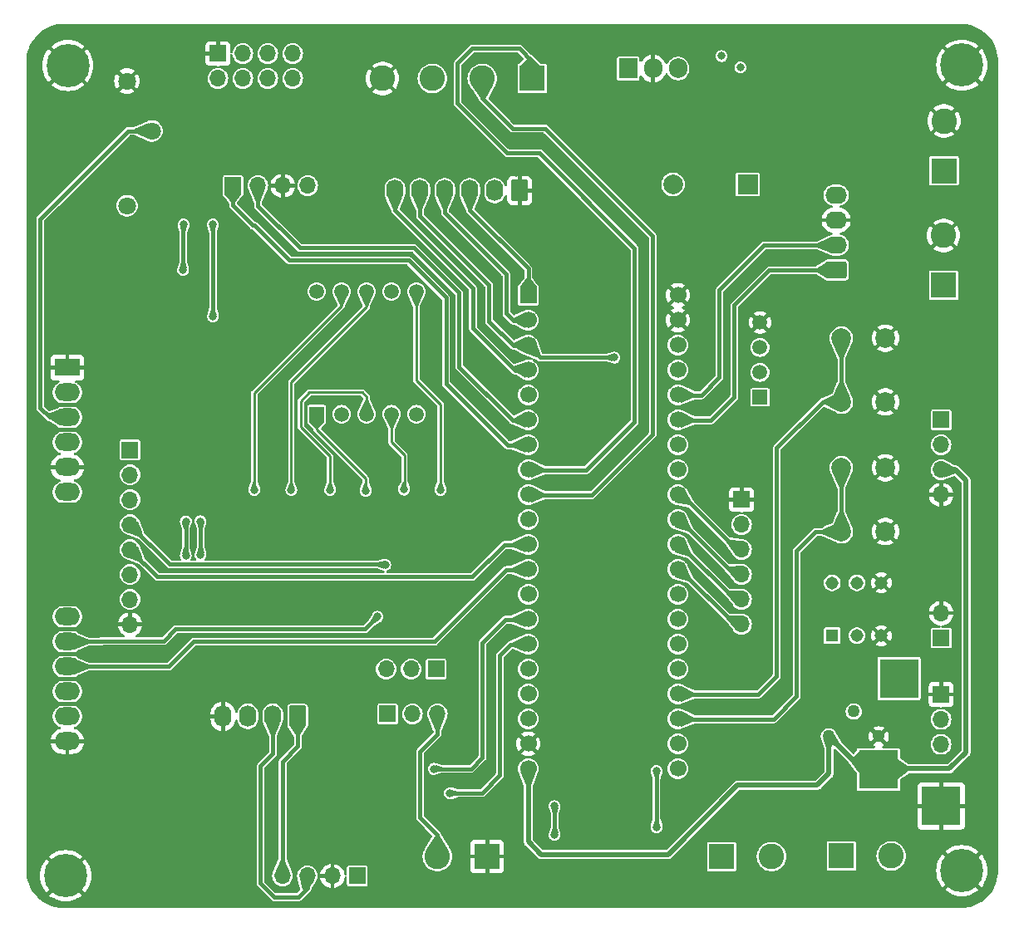
<source format=gbl>
G04 #@! TF.GenerationSoftware,KiCad,Pcbnew,8.0.1*
G04 #@! TF.CreationDate,2024-04-14T14:53:59-03:00*
G04 #@! TF.ProjectId,Shield STM32 Bluepill,53686965-6c64-4205-9354-4d333220426c,0.0*
G04 #@! TF.SameCoordinates,Original*
G04 #@! TF.FileFunction,Copper,L2,Bot*
G04 #@! TF.FilePolarity,Positive*
%FSLAX46Y46*%
G04 Gerber Fmt 4.6, Leading zero omitted, Abs format (unit mm)*
G04 Created by KiCad (PCBNEW 8.0.1) date 2024-04-14 14:53:59*
%MOMM*%
%LPD*%
G01*
G04 APERTURE LIST*
G04 Aperture macros list*
%AMRoundRect*
0 Rectangle with rounded corners*
0 $1 Rounding radius*
0 $2 $3 $4 $5 $6 $7 $8 $9 X,Y pos of 4 corners*
0 Add a 4 corners polygon primitive as box body*
4,1,4,$2,$3,$4,$5,$6,$7,$8,$9,$2,$3,0*
0 Add four circle primitives for the rounded corners*
1,1,$1+$1,$2,$3*
1,1,$1+$1,$4,$5*
1,1,$1+$1,$6,$7*
1,1,$1+$1,$8,$9*
0 Add four rect primitives between the rounded corners*
20,1,$1+$1,$2,$3,$4,$5,0*
20,1,$1+$1,$4,$5,$6,$7,0*
20,1,$1+$1,$6,$7,$8,$9,0*
20,1,$1+$1,$8,$9,$2,$3,0*%
G04 Aperture macros list end*
G04 #@! TA.AperFunction,ComponentPad*
%ADD10C,2.600000*%
G04 #@! TD*
G04 #@! TA.AperFunction,ComponentPad*
%ADD11R,2.600000X2.600000*%
G04 #@! TD*
G04 #@! TA.AperFunction,ComponentPad*
%ADD12RoundRect,0.250000X0.620000X0.845000X-0.620000X0.845000X-0.620000X-0.845000X0.620000X-0.845000X0*%
G04 #@! TD*
G04 #@! TA.AperFunction,ComponentPad*
%ADD13O,1.740000X2.190000*%
G04 #@! TD*
G04 #@! TA.AperFunction,ComponentPad*
%ADD14C,0.700000*%
G04 #@! TD*
G04 #@! TA.AperFunction,ComponentPad*
%ADD15C,4.400000*%
G04 #@! TD*
G04 #@! TA.AperFunction,ComponentPad*
%ADD16R,1.500000X1.500000*%
G04 #@! TD*
G04 #@! TA.AperFunction,ComponentPad*
%ADD17C,1.500000*%
G04 #@! TD*
G04 #@! TA.AperFunction,ComponentPad*
%ADD18R,1.700000X1.700000*%
G04 #@! TD*
G04 #@! TA.AperFunction,ComponentPad*
%ADD19O,1.700000X1.700000*%
G04 #@! TD*
G04 #@! TA.AperFunction,ComponentPad*
%ADD20C,2.000000*%
G04 #@! TD*
G04 #@! TA.AperFunction,ComponentPad*
%ADD21R,2.000000X2.000000*%
G04 #@! TD*
G04 #@! TA.AperFunction,ComponentPad*
%ADD22R,1.905000X2.000000*%
G04 #@! TD*
G04 #@! TA.AperFunction,ComponentPad*
%ADD23O,1.905000X2.000000*%
G04 #@! TD*
G04 #@! TA.AperFunction,ComponentPad*
%ADD24R,1.308000X1.308000*%
G04 #@! TD*
G04 #@! TA.AperFunction,ComponentPad*
%ADD25C,1.308000*%
G04 #@! TD*
G04 #@! TA.AperFunction,ComponentPad*
%ADD26R,2.600000X1.800000*%
G04 #@! TD*
G04 #@! TA.AperFunction,ComponentPad*
%ADD27O,2.600000X1.800000*%
G04 #@! TD*
G04 #@! TA.AperFunction,ComponentPad*
%ADD28RoundRect,0.250000X0.845000X-0.620000X0.845000X0.620000X-0.845000X0.620000X-0.845000X-0.620000X0*%
G04 #@! TD*
G04 #@! TA.AperFunction,ComponentPad*
%ADD29O,2.190000X1.740000*%
G04 #@! TD*
G04 #@! TA.AperFunction,ComponentPad*
%ADD30C,1.700000*%
G04 #@! TD*
G04 #@! TA.AperFunction,ComponentPad*
%ADD31C,1.800000*%
G04 #@! TD*
G04 #@! TA.AperFunction,ComponentPad*
%ADD32C,1.260000*%
G04 #@! TD*
G04 #@! TA.AperFunction,SMDPad,CuDef*
%ADD33R,4.000000X4.000000*%
G04 #@! TD*
G04 #@! TA.AperFunction,ViaPad*
%ADD34C,0.800000*%
G04 #@! TD*
G04 #@! TA.AperFunction,Conductor*
%ADD35C,0.508000*%
G04 #@! TD*
G04 #@! TA.AperFunction,Conductor*
%ADD36C,0.381000*%
G04 #@! TD*
G04 #@! TA.AperFunction,Conductor*
%ADD37C,0.250000*%
G04 #@! TD*
G04 APERTURE END LIST*
D10*
X157475000Y-111557000D03*
D11*
X162555000Y-111557000D03*
D12*
X165862000Y-43688000D03*
D13*
X163322000Y-43688000D03*
X160782000Y-43688000D03*
X158242000Y-43688000D03*
X155702000Y-43688000D03*
X153162000Y-43688000D03*
D14*
X209250000Y-30900000D03*
X209733274Y-29733274D03*
X209733274Y-32066726D03*
X210900000Y-29250000D03*
D15*
X210900000Y-30900000D03*
D14*
X210900000Y-32550000D03*
X212066726Y-29733274D03*
X212066726Y-32066726D03*
X212550000Y-30900000D03*
D16*
X145186400Y-66471800D03*
D17*
X147726400Y-66471800D03*
X150266400Y-66471800D03*
X152806400Y-66471800D03*
X155346400Y-66471800D03*
X155346400Y-53971800D03*
X152806400Y-53971800D03*
X150266400Y-53971800D03*
X147726400Y-53971800D03*
X145186400Y-53971800D03*
D11*
X209093000Y-41661000D03*
D10*
X209093000Y-36581000D03*
D18*
X136652000Y-43180000D03*
D19*
X139192000Y-43180000D03*
X141732000Y-43180000D03*
X144272000Y-43180000D03*
D18*
X208788000Y-89281000D03*
D19*
X208788000Y-86741000D03*
D20*
X198628000Y-65226000D03*
X198628000Y-58726000D03*
X203128000Y-65226000D03*
X203128000Y-58726000D03*
D21*
X189083000Y-43053000D03*
D20*
X181483000Y-43053000D03*
D11*
X198628000Y-111506000D03*
D10*
X203708000Y-111506000D03*
D22*
X176911000Y-31242000D03*
D23*
X179451000Y-31242000D03*
X181991000Y-31242000D03*
D18*
X149322000Y-113538000D03*
D19*
X146782000Y-113538000D03*
X144242000Y-113538000D03*
X141702000Y-113538000D03*
D16*
X190350000Y-64750000D03*
D17*
X190350000Y-62210000D03*
X190350000Y-59670000D03*
X190350000Y-57130000D03*
D18*
X152400000Y-97028000D03*
D19*
X154940000Y-97028000D03*
X157480000Y-97028000D03*
D14*
X118183274Y-30933274D03*
X118666548Y-29766548D03*
X118666548Y-32100000D03*
X119833274Y-29283274D03*
D15*
X119833274Y-30933274D03*
D14*
X119833274Y-32583274D03*
X121000000Y-29766548D03*
X121000000Y-32100000D03*
X121483274Y-30933274D03*
D18*
X208788000Y-67056000D03*
D19*
X208788000Y-69596000D03*
X208788000Y-72136000D03*
X208788000Y-74676000D03*
D14*
X209250000Y-113000000D03*
X209733274Y-111833274D03*
X209733274Y-114166726D03*
X210900000Y-111350000D03*
D15*
X210900000Y-113000000D03*
D14*
X210900000Y-114650000D03*
X212066726Y-111833274D03*
X212066726Y-114166726D03*
X212550000Y-113000000D03*
X117960274Y-113514274D03*
X118443548Y-112347548D03*
X118443548Y-114681000D03*
X119610274Y-111864274D03*
D15*
X119610274Y-113514274D03*
D14*
X119610274Y-115164274D03*
X120777000Y-112347548D03*
X120777000Y-114681000D03*
X121260274Y-113514274D03*
D24*
X197702000Y-89060000D03*
D25*
X200202000Y-89060000D03*
X202702000Y-89060000D03*
X197702000Y-83660000D03*
X200202000Y-83660000D03*
X202702000Y-83660000D03*
D26*
X119786400Y-61722000D03*
D27*
X119786400Y-64262000D03*
X119786400Y-66802000D03*
X119786400Y-69342000D03*
X119786400Y-71882000D03*
X119786400Y-74422000D03*
X119786400Y-87122000D03*
X119786400Y-89662000D03*
X119786400Y-92202000D03*
X119786400Y-94742000D03*
X119786400Y-97282000D03*
X119786400Y-99822000D03*
D18*
X208788000Y-95040000D03*
D19*
X208788000Y-97580000D03*
X208788000Y-100120000D03*
D18*
X157338000Y-92456000D03*
D19*
X154798000Y-92456000D03*
X152258000Y-92456000D03*
D12*
X143256000Y-97262000D03*
D13*
X140716000Y-97262000D03*
X138176000Y-97262000D03*
X135636000Y-97262000D03*
D20*
X198628000Y-78434000D03*
X198628000Y-71934000D03*
X203128000Y-78434000D03*
X203128000Y-71934000D03*
D28*
X198100000Y-51770000D03*
D29*
X198100000Y-49230000D03*
X198100000Y-46690000D03*
X198100000Y-44150000D03*
D30*
X181975000Y-102605000D03*
X181975000Y-100065000D03*
X181975000Y-97525000D03*
X181975000Y-94985000D03*
X181975000Y-92445000D03*
X181975000Y-89905000D03*
X181975000Y-87365000D03*
X181975000Y-84825000D03*
X181975000Y-82285000D03*
X181975000Y-79745000D03*
X181975000Y-77205000D03*
X181975000Y-74665000D03*
X181975000Y-72125000D03*
X181975000Y-69585000D03*
X181975000Y-67045000D03*
X181975000Y-64505000D03*
X181975000Y-61965000D03*
X181975000Y-59425000D03*
X181975000Y-56885000D03*
X181975000Y-54345000D03*
D18*
X166735000Y-54345000D03*
D30*
X166735000Y-56885000D03*
X166735000Y-59425000D03*
X166735000Y-61965000D03*
X166735000Y-64505000D03*
X166735000Y-67045000D03*
X166735000Y-69585000D03*
X166735000Y-72125000D03*
X166735000Y-74665000D03*
X166735000Y-77205000D03*
X166735000Y-79745000D03*
X166735000Y-82285000D03*
X166735000Y-84825000D03*
X166735000Y-87365000D03*
X166735000Y-89905000D03*
X166735000Y-92445000D03*
X166735000Y-94985000D03*
X166735000Y-97525000D03*
X166735000Y-100065000D03*
X166735000Y-102605000D03*
D11*
X167132000Y-32258000D03*
D10*
X162052000Y-32258000D03*
X156972000Y-32258000D03*
X151892000Y-32258000D03*
D18*
X188468000Y-75184000D03*
D19*
X188468000Y-77724000D03*
X188468000Y-80264000D03*
X188468000Y-82804000D03*
X188468000Y-85344000D03*
X188468000Y-87884000D03*
D31*
X125860000Y-45220000D03*
X128400000Y-37600000D03*
X125860000Y-32520000D03*
D11*
X186436000Y-111570000D03*
D10*
X191516000Y-111570000D03*
D32*
X197358000Y-99314000D03*
X199898000Y-96774000D03*
X202438000Y-99314000D03*
D18*
X135128000Y-29718000D03*
D19*
X135128000Y-32258000D03*
X137668000Y-29718000D03*
X137668000Y-32258000D03*
X140208000Y-29718000D03*
X140208000Y-32258000D03*
X142748000Y-29718000D03*
X142748000Y-32258000D03*
D18*
X126170000Y-70110000D03*
D19*
X126170000Y-72650000D03*
X126170000Y-75190000D03*
X126170000Y-77730000D03*
X126170000Y-80270000D03*
X126170000Y-82810000D03*
X126170000Y-85350000D03*
X126170000Y-87890000D03*
D11*
X209042000Y-53340000D03*
D10*
X209042000Y-48260000D03*
D33*
X204500000Y-93400000D03*
X202400000Y-102700000D03*
X208800000Y-106400000D03*
D34*
X188341000Y-31115000D03*
X186436000Y-29972000D03*
X204500000Y-93300000D03*
X164973000Y-111379000D03*
X190500000Y-75311000D03*
X186182000Y-35941000D03*
X147075000Y-94400000D03*
X204470000Y-83820000D03*
X125730000Y-110617000D03*
X181991000Y-52451000D03*
X156800000Y-61725000D03*
X162687000Y-108966000D03*
X127889000Y-88011000D03*
X129310000Y-53030000D03*
X167767000Y-43815000D03*
X204597000Y-89027000D03*
X209042000Y-45720000D03*
X188990000Y-67920000D03*
X132950000Y-86200000D03*
X138100000Y-107350000D03*
X125857000Y-30734000D03*
X125857000Y-108712000D03*
X206883000Y-74930000D03*
X165481000Y-41910000D03*
X170942000Y-66548000D03*
X130683000Y-109474000D03*
X151892000Y-29718000D03*
X121031000Y-101854000D03*
X167894000Y-101346000D03*
X147701000Y-111633000D03*
X206883000Y-36703000D03*
X189600000Y-100750000D03*
X203200000Y-74295000D03*
X140600000Y-86200000D03*
X211582000Y-48260000D03*
X202819000Y-87249000D03*
X209169000Y-34290000D03*
X179451000Y-33401000D03*
X123825000Y-32639000D03*
X141732000Y-44958000D03*
X150175000Y-43250000D03*
X205359000Y-72644000D03*
X206502000Y-48260000D03*
X183769000Y-57150000D03*
X213125000Y-78250000D03*
X171800000Y-35575000D03*
X208788000Y-76708000D03*
X119634000Y-59690000D03*
X177927000Y-33909000D03*
X193040000Y-89154000D03*
X188214000Y-34417000D03*
X133223000Y-107442000D03*
X135580000Y-67270000D03*
X151765000Y-34798000D03*
X183896000Y-54356000D03*
X167800000Y-106450000D03*
X133604000Y-97282000D03*
X119253000Y-101981000D03*
X120100000Y-51300000D03*
X134874000Y-111125000D03*
X194800000Y-72350000D03*
X178525000Y-94925000D03*
X202946000Y-76581000D03*
X134874000Y-107442000D03*
X202946000Y-69850000D03*
X177927000Y-114554000D03*
X173482000Y-56896000D03*
X205232000Y-58801000D03*
X185725000Y-89175000D03*
X201041000Y-58801000D03*
X145350000Y-37550000D03*
X127762000Y-32639000D03*
X165608000Y-112776000D03*
X213200000Y-107850000D03*
X202692000Y-81788000D03*
X208915000Y-84836000D03*
X165227000Y-98806000D03*
X125730000Y-106934000D03*
X178600000Y-83350000D03*
X149479000Y-32004000D03*
X145796000Y-111760000D03*
X203327000Y-67564000D03*
X154305000Y-32258000D03*
X211455000Y-36703000D03*
X205740000Y-82804000D03*
X124079000Y-110490000D03*
X203073000Y-56642000D03*
X180594000Y-55880000D03*
X208915000Y-93091000D03*
X196100000Y-56100000D03*
X200660000Y-46736000D03*
X188595000Y-57277000D03*
X212650000Y-60775000D03*
X124079000Y-106934000D03*
X120120000Y-106020000D03*
X186563000Y-75184000D03*
X125857000Y-34544000D03*
X123340000Y-67270000D03*
X176325000Y-78100000D03*
X201041000Y-65278000D03*
X204216000Y-99314000D03*
X191897000Y-35687000D03*
X162560000Y-114046000D03*
X192405000Y-30607000D03*
X190373000Y-55372000D03*
X121920000Y-72771000D03*
X201041000Y-78613000D03*
X185050000Y-44100000D03*
X201168000Y-72009000D03*
X207010000Y-86995000D03*
X175768000Y-28702000D03*
X195961000Y-46863000D03*
X209042000Y-50673000D03*
X135001000Y-109220000D03*
X176300000Y-114959500D03*
X164846000Y-100838000D03*
X202438000Y-97790000D03*
X167350000Y-114300000D03*
X203327000Y-63246000D03*
X130429000Y-110871000D03*
X127635000Y-107950000D03*
X172339000Y-57277000D03*
X149100000Y-61750000D03*
X135636000Y-99822000D03*
X195453000Y-32893000D03*
X147050000Y-107300000D03*
X123210000Y-57610000D03*
X202692000Y-85471000D03*
X117221000Y-100076000D03*
X141732000Y-41021000D03*
X203200000Y-60833000D03*
X135509000Y-94869000D03*
X203000000Y-28750000D03*
X180721000Y-58166000D03*
X124079000Y-108712000D03*
X211582000Y-48260000D03*
X167894000Y-98679000D03*
X205232000Y-78486000D03*
X132461000Y-37592000D03*
X133223000Y-29718000D03*
X174498000Y-113411000D03*
X184325500Y-34465500D03*
X121793000Y-70866000D03*
X133350000Y-77390000D03*
X133350000Y-80800000D03*
X157800000Y-74200000D03*
X154062500Y-74162500D03*
X150175000Y-74300000D03*
X146550000Y-74200000D03*
X142600000Y-74200000D03*
X138825000Y-74200000D03*
X152171400Y-81846400D03*
X157125000Y-102625000D03*
X158750000Y-105100000D03*
X151384000Y-87122000D03*
X131860000Y-77400000D03*
X131850000Y-80875000D03*
X131630000Y-47150000D03*
X131580000Y-51750000D03*
X134610000Y-47140000D03*
X134620000Y-56510000D03*
X179800000Y-108590500D03*
X179800000Y-102825000D03*
X175514000Y-60706000D03*
X169418000Y-109350000D03*
X169418000Y-106426000D03*
D35*
X196182000Y-104300000D02*
X197358000Y-103124000D01*
X200660000Y-102616000D02*
X197358000Y-99314000D01*
X168050000Y-111350000D02*
X181000000Y-111350000D01*
X188050000Y-104300000D02*
X196182000Y-104300000D01*
X181000000Y-111350000D02*
X188050000Y-104300000D01*
X211328000Y-100932000D02*
X209644000Y-102616000D01*
X166743380Y-110043380D02*
X168050000Y-111350000D01*
X166743380Y-102654100D02*
X166743380Y-110043380D01*
X197358000Y-102342000D02*
X197358000Y-99314000D01*
X209644000Y-102616000D02*
X200660000Y-102616000D01*
X211328000Y-73228000D02*
X211328000Y-100932000D01*
X197358000Y-102342000D02*
X197358000Y-100862000D01*
X208788000Y-72136000D02*
X210236000Y-72136000D01*
X197358000Y-103124000D02*
X197358000Y-102342000D01*
X210236000Y-72136000D02*
X211328000Y-73228000D01*
D36*
X133350000Y-77550000D02*
X133350000Y-80800000D01*
D37*
X155346400Y-63021400D02*
X155346400Y-53971800D01*
X157800000Y-74200000D02*
X157800000Y-65475000D01*
X157800000Y-65475000D02*
X155346400Y-63021400D01*
X154062500Y-74162500D02*
X154125000Y-74100000D01*
X154125000Y-74100000D02*
X154125000Y-70650000D01*
X154125000Y-70650000D02*
X152800000Y-69325000D01*
X152806400Y-69318600D02*
X152806400Y-66471800D01*
X150175000Y-73025000D02*
X145186400Y-68036400D01*
X145186400Y-68036400D02*
X145186400Y-66471800D01*
X150175000Y-74300000D02*
X150175000Y-73025000D01*
X149800000Y-64250000D02*
X150266400Y-64716400D01*
X146550000Y-70750000D02*
X143550000Y-67750000D01*
X143550000Y-65125000D02*
X144425000Y-64250000D01*
X143550000Y-67750000D02*
X143550000Y-65125000D01*
X150266400Y-64716400D02*
X150266400Y-66471800D01*
X146550000Y-74200000D02*
X146550000Y-70750000D01*
X144425000Y-64250000D02*
X149800000Y-64250000D01*
X150266400Y-55533600D02*
X150266400Y-53971800D01*
X142600000Y-63200000D02*
X150266400Y-55533600D01*
X142600000Y-74200000D02*
X142600000Y-63200000D01*
X138825000Y-64300000D02*
X147726400Y-55398600D01*
X138825000Y-74200000D02*
X138825000Y-64300000D01*
X147726400Y-55398600D02*
X147726400Y-53971800D01*
D36*
X157480000Y-99070000D02*
X157480000Y-97028000D01*
X157475000Y-111557000D02*
X157475000Y-109375000D01*
X155702000Y-100848000D02*
X157480000Y-99070000D01*
X157475000Y-109375000D02*
X155702000Y-107602000D01*
X155702000Y-107602000D02*
X155702000Y-100848000D01*
X198054000Y-49276000D02*
X198100000Y-49230000D01*
X190754000Y-49276000D02*
X198054000Y-49276000D01*
X184345900Y-64554100D02*
X186182000Y-62718000D01*
X186182000Y-62718000D02*
X186182000Y-53848000D01*
X186182000Y-53848000D02*
X190754000Y-49276000D01*
X181983380Y-64554100D02*
X184345900Y-64554100D01*
X191278000Y-51800000D02*
X198070000Y-51800000D01*
X187706000Y-64744000D02*
X187706000Y-55372000D01*
X185355900Y-67094100D02*
X187706000Y-64744000D01*
X198070000Y-51800000D02*
X198100000Y-51770000D01*
X181983380Y-67094100D02*
X185355900Y-67094100D01*
X187706000Y-55372000D02*
X191278000Y-51800000D01*
X155130000Y-49530000D02*
X143480000Y-49530000D01*
X159700000Y-54100000D02*
X155130000Y-49530000D01*
X166743380Y-67094100D02*
X165144100Y-67094100D01*
X143480000Y-49530000D02*
X139192000Y-45242000D01*
X159700000Y-61650000D02*
X159700000Y-54100000D01*
X139192000Y-45242000D02*
X139192000Y-43180000D01*
X165144100Y-67094100D02*
X159700000Y-61650000D01*
X182174100Y-77254100D02*
X187724000Y-82804000D01*
X181983380Y-77254100D02*
X182174100Y-77254100D01*
X187724000Y-82804000D02*
X188468000Y-82804000D01*
X181983380Y-74714100D02*
X182410100Y-74714100D01*
X187960000Y-80264000D02*
X188468000Y-80264000D01*
X182410100Y-74714100D02*
X187960000Y-80264000D01*
X182214100Y-79794100D02*
X181983380Y-79794100D01*
X187764000Y-85344000D02*
X182214100Y-79794100D01*
X188468000Y-85344000D02*
X187764000Y-85344000D01*
X182214100Y-82334100D02*
X187764000Y-87884000D01*
X187764000Y-87884000D02*
X188468000Y-87884000D01*
X181983380Y-82334100D02*
X182214100Y-82334100D01*
X164630100Y-69634100D02*
X158350000Y-63354000D01*
X154550000Y-50800000D02*
X142400000Y-50800000D01*
X136652000Y-45212000D02*
X136652000Y-43180000D01*
X138844000Y-47244000D02*
X138684000Y-47244000D01*
X158350000Y-54600000D02*
X154550000Y-50800000D01*
X158350000Y-63354000D02*
X158350000Y-54600000D01*
X166743380Y-69634100D02*
X164630100Y-69634100D01*
X138684000Y-47244000D02*
X136652000Y-45212000D01*
X142400000Y-50800000D02*
X138844000Y-47244000D01*
X161042000Y-83058000D02*
X164305900Y-79794100D01*
X164305900Y-79794100D02*
X166743380Y-79794100D01*
X126170000Y-80270000D02*
X128958000Y-83058000D01*
X128958000Y-83058000D02*
X161042000Y-83058000D01*
X157188000Y-89662000D02*
X164515900Y-82334100D01*
X130124200Y-92202000D02*
X132664200Y-89662000D01*
X132664200Y-89662000D02*
X157188000Y-89662000D01*
X164515900Y-82334100D02*
X166743380Y-82334100D01*
X119786400Y-92202000D02*
X130124200Y-92202000D01*
X152171400Y-81846400D02*
X152113000Y-81788000D01*
X152113000Y-81788000D02*
X130228000Y-81788000D01*
X130228000Y-81788000D02*
X126170000Y-77730000D01*
X164385900Y-87414100D02*
X166743380Y-87414100D01*
X140716000Y-97262000D02*
X140716000Y-101092000D01*
X143317000Y-115700000D02*
X144242000Y-114775000D01*
X140716000Y-101092000D02*
X139446000Y-102362000D01*
X162052000Y-101473000D02*
X162052000Y-89748000D01*
X139446000Y-102362000D02*
X139446000Y-114296000D01*
X162052000Y-89748000D02*
X164385900Y-87414100D01*
X144242000Y-114775000D02*
X144242000Y-113538000D01*
X157125000Y-102625000D02*
X160900000Y-102625000D01*
X160900000Y-102625000D02*
X162052000Y-101473000D01*
X140850000Y-115700000D02*
X143317000Y-115700000D01*
X139446000Y-114296000D02*
X140850000Y-115700000D01*
X158750000Y-105100000D02*
X162000000Y-105100000D01*
X164945900Y-89954100D02*
X166743380Y-89954100D01*
X162000000Y-105100000D02*
X163830000Y-103270000D01*
X163830000Y-103270000D02*
X163830000Y-91070000D01*
X143256000Y-100330000D02*
X143256000Y-97262000D01*
X141702000Y-101884000D02*
X143256000Y-100330000D01*
X141702000Y-113538000D02*
X141702000Y-101884000D01*
X163830000Y-91070000D02*
X164945900Y-89954100D01*
X123138000Y-89662000D02*
X119786400Y-89662000D01*
X151384000Y-87122000D02*
X150114000Y-88392000D01*
X130810000Y-88392000D02*
X129602000Y-89600000D01*
X129602000Y-89600000D02*
X123200000Y-89600000D01*
X123200000Y-89600000D02*
X123138000Y-89662000D01*
X150114000Y-88392000D02*
X130810000Y-88392000D01*
X131850000Y-77410000D02*
X131850000Y-80875000D01*
X131860000Y-77400000D02*
X131850000Y-77410000D01*
X131580000Y-47200000D02*
X131580000Y-51750000D01*
X131630000Y-47150000D02*
X131580000Y-47200000D01*
X134620000Y-56510000D02*
X134610000Y-56500000D01*
X134610000Y-56500000D02*
X134610000Y-47140000D01*
X179800000Y-108590500D02*
X179800000Y-102825000D01*
X125976000Y-37600000D02*
X128516000Y-37600000D01*
X119786400Y-66802000D02*
X118002000Y-66802000D01*
X118002000Y-66802000D02*
X117000000Y-65800000D01*
X117000000Y-65800000D02*
X117000000Y-46576000D01*
X117000000Y-46576000D02*
X125976000Y-37600000D01*
X181983380Y-95034100D02*
X190165900Y-95034100D01*
X196724000Y-65226000D02*
X198628000Y-65226000D01*
X192024000Y-69926000D02*
X196724000Y-65226000D01*
X192024000Y-93176000D02*
X192024000Y-69926000D01*
X198628000Y-65226000D02*
X198628000Y-58726000D01*
X190165900Y-95034100D02*
X192024000Y-93176000D01*
X198628000Y-78434000D02*
X198628000Y-71934000D01*
X181983380Y-97574100D02*
X191725900Y-97574100D01*
X194056000Y-80419000D02*
X195989000Y-78486000D01*
X194056000Y-95244000D02*
X194056000Y-80419000D01*
X191725900Y-97574100D02*
X194056000Y-95244000D01*
X195989000Y-78486000D02*
X198755000Y-78486000D01*
X160782000Y-45682000D02*
X160782000Y-43688000D01*
X166743380Y-54394100D02*
X166743380Y-51643380D01*
X166743380Y-51643380D02*
X160782000Y-45682000D01*
X158242000Y-45942000D02*
X158242000Y-43688000D01*
X164500000Y-56200000D02*
X164500000Y-52200000D01*
X164500000Y-52200000D02*
X158242000Y-45942000D01*
X166743380Y-56934100D02*
X165234100Y-56934100D01*
X165234100Y-56934100D02*
X164500000Y-56200000D01*
X162750000Y-53300000D02*
X155702000Y-46252000D01*
X165224100Y-59474100D02*
X162750000Y-57000000D01*
X162750000Y-57000000D02*
X162750000Y-53300000D01*
X166743380Y-59474100D02*
X167975280Y-60706000D01*
X166743380Y-59474100D02*
X165224100Y-59474100D01*
X155702000Y-46252000D02*
X155702000Y-43688000D01*
X167975280Y-60706000D02*
X175514000Y-60706000D01*
X166743380Y-62014100D02*
X165392100Y-62014100D01*
X165392100Y-62014100D02*
X161100000Y-57722000D01*
X153162000Y-45662000D02*
X153162000Y-43688000D01*
X161100000Y-57722000D02*
X161100000Y-53600000D01*
X161100000Y-53600000D02*
X153162000Y-45662000D01*
X172625900Y-72174100D02*
X177550000Y-67250000D01*
X159512000Y-34798000D02*
X159512000Y-30734000D01*
X159512000Y-30734000D02*
X161036000Y-29210000D01*
X167866000Y-39850000D02*
X164564000Y-39850000D01*
X177550000Y-49534000D02*
X167866000Y-39850000D01*
X177550000Y-67250000D02*
X177550000Y-49534000D01*
X164564000Y-39850000D02*
X159512000Y-34798000D01*
X161036000Y-29210000D02*
X165860000Y-29210000D01*
X167132000Y-30482000D02*
X167132000Y-32258000D01*
X165860000Y-29210000D02*
X167132000Y-30482000D01*
X166743380Y-72174100D02*
X172625900Y-72174100D01*
X168450000Y-37350000D02*
X165150000Y-37350000D01*
X165150000Y-37350000D02*
X162052000Y-34252000D01*
X173235900Y-74714100D02*
X179400000Y-68550000D01*
X179400000Y-68550000D02*
X179400000Y-48300000D01*
X179400000Y-48300000D02*
X168450000Y-37350000D01*
X166743380Y-74714100D02*
X173235900Y-74714100D01*
X162052000Y-34252000D02*
X162052000Y-32258000D01*
X169418000Y-109350000D02*
X169418000Y-106426000D01*
G04 #@! TA.AperFunction,Conductor*
G36*
X210800840Y-26700010D02*
G01*
X210993329Y-26702529D01*
X211004649Y-26703196D01*
X211388408Y-26743531D01*
X211401215Y-26745560D01*
X211777834Y-26825612D01*
X211790358Y-26828968D01*
X212156550Y-26947951D01*
X212168667Y-26952602D01*
X212174893Y-26955374D01*
X212520421Y-27109213D01*
X212531970Y-27115098D01*
X212531981Y-27115104D01*
X212865421Y-27307616D01*
X212876295Y-27314677D01*
X213187799Y-27540998D01*
X213197885Y-27549166D01*
X213484020Y-27806801D01*
X213493198Y-27815979D01*
X213750833Y-28102114D01*
X213759001Y-28112200D01*
X213806057Y-28176967D01*
X213985315Y-28423694D01*
X213992383Y-28434578D01*
X214184897Y-28768021D01*
X214190790Y-28779586D01*
X214347397Y-29131332D01*
X214352048Y-29143449D01*
X214471029Y-29509634D01*
X214474388Y-29522171D01*
X214554438Y-29898778D01*
X214556469Y-29911597D01*
X214596802Y-30295340D01*
X214597470Y-30306679D01*
X214599989Y-30499158D01*
X214600000Y-30500781D01*
X214600000Y-112999218D01*
X214599989Y-113000841D01*
X214597470Y-113193320D01*
X214596802Y-113204659D01*
X214556469Y-113588402D01*
X214554438Y-113601221D01*
X214474388Y-113977828D01*
X214471029Y-113990365D01*
X214352048Y-114356550D01*
X214347397Y-114368667D01*
X214190790Y-114720413D01*
X214184897Y-114731978D01*
X213992383Y-115065421D01*
X213985314Y-115076307D01*
X213759001Y-115387799D01*
X213750833Y-115397885D01*
X213493198Y-115684020D01*
X213484020Y-115693198D01*
X213197885Y-115950833D01*
X213187799Y-115959001D01*
X212876307Y-116185314D01*
X212865421Y-116192383D01*
X212531978Y-116384897D01*
X212520413Y-116390790D01*
X212168667Y-116547397D01*
X212156550Y-116552048D01*
X211790365Y-116671029D01*
X211777828Y-116674388D01*
X211401221Y-116754438D01*
X211388402Y-116756469D01*
X211004659Y-116796802D01*
X210993320Y-116797470D01*
X210807366Y-116799903D01*
X210800839Y-116799989D01*
X210799219Y-116800000D01*
X119400776Y-116800000D01*
X119399209Y-116799990D01*
X119206699Y-116797557D01*
X119195304Y-116796888D01*
X118811583Y-116756557D01*
X118798764Y-116754526D01*
X118422148Y-116674474D01*
X118409611Y-116671115D01*
X118043421Y-116552133D01*
X118031304Y-116547482D01*
X117679542Y-116390867D01*
X117667982Y-116384976D01*
X117334534Y-116192461D01*
X117323648Y-116185392D01*
X117012140Y-115959067D01*
X117002054Y-115950899D01*
X116715917Y-115693260D01*
X116706739Y-115684082D01*
X116449100Y-115397945D01*
X116440932Y-115387859D01*
X116263513Y-115143664D01*
X116214604Y-115076347D01*
X116207538Y-115065465D01*
X116178449Y-115015081D01*
X116015019Y-114732010D01*
X116009132Y-114720457D01*
X116009112Y-114720413D01*
X115852515Y-114368691D01*
X115847870Y-114356590D01*
X115728882Y-113990381D01*
X115725525Y-113977851D01*
X115723252Y-113967159D01*
X115645472Y-113601229D01*
X115643442Y-113588416D01*
X115638143Y-113537999D01*
X115635649Y-113514274D01*
X117005522Y-113514274D01*
X117024513Y-113828237D01*
X117081210Y-114137631D01*
X117174782Y-114437913D01*
X117174786Y-114437924D01*
X117303879Y-114724758D01*
X117303880Y-114724760D01*
X117466604Y-114993940D01*
X117466609Y-114993948D01*
X117634043Y-115207660D01*
X118703738Y-114137965D01*
X118771241Y-114230876D01*
X118893672Y-114353307D01*
X118986581Y-114420808D01*
X117916886Y-115490503D01*
X117916886Y-115490504D01*
X118130599Y-115657938D01*
X118130607Y-115657943D01*
X118399787Y-115820667D01*
X118399789Y-115820668D01*
X118686623Y-115949761D01*
X118686634Y-115949765D01*
X118986916Y-116043337D01*
X119296310Y-116100034D01*
X119610274Y-116119025D01*
X119924237Y-116100034D01*
X120233631Y-116043337D01*
X120533913Y-115949765D01*
X120533924Y-115949761D01*
X120820758Y-115820668D01*
X120820760Y-115820667D01*
X121089940Y-115657943D01*
X121089948Y-115657937D01*
X121303660Y-115490504D01*
X121303660Y-115490503D01*
X120233966Y-114420809D01*
X120326876Y-114353307D01*
X120449307Y-114230876D01*
X120516809Y-114137966D01*
X121586503Y-115207660D01*
X121586504Y-115207660D01*
X121753937Y-114993948D01*
X121753943Y-114993940D01*
X121916667Y-114724760D01*
X121916668Y-114724758D01*
X122045761Y-114437924D01*
X122045765Y-114437913D01*
X122073946Y-114347476D01*
X139055000Y-114347476D01*
X139081646Y-114446921D01*
X139133122Y-114536080D01*
X140609920Y-116012878D01*
X140699079Y-116064354D01*
X140798524Y-116091000D01*
X140798526Y-116091000D01*
X143368474Y-116091000D01*
X143368476Y-116091000D01*
X143467921Y-116064354D01*
X143557080Y-116012878D01*
X144218133Y-115351823D01*
X144221395Y-115348679D01*
X144223903Y-115346351D01*
X144223905Y-115346347D01*
X144224032Y-115346230D01*
X144228861Y-115341094D01*
X144471870Y-115098086D01*
X144471875Y-115098082D01*
X144482078Y-115087878D01*
X144482080Y-115087878D01*
X144554878Y-115015080D01*
X144606354Y-114925920D01*
X144633001Y-114826476D01*
X144633001Y-114820522D01*
X144652686Y-114753483D01*
X144656507Y-114747880D01*
X144668002Y-114731978D01*
X145003753Y-114267496D01*
X145003755Y-114267490D01*
X145006292Y-114263982D01*
X145013472Y-114253869D01*
X145119685Y-114124450D01*
X145217232Y-113941954D01*
X145277300Y-113743934D01*
X145277884Y-113738000D01*
X145544723Y-113738000D01*
X145546288Y-113755887D01*
X145546288Y-113755891D01*
X145602894Y-113967150D01*
X145602898Y-113967159D01*
X145695333Y-114165387D01*
X145820787Y-114344554D01*
X145975445Y-114499212D01*
X146154612Y-114624666D01*
X146352840Y-114717101D01*
X146352849Y-114717105D01*
X146564110Y-114773711D01*
X146582000Y-114775276D01*
X146582000Y-113999879D01*
X146589007Y-114003925D01*
X146716174Y-114038000D01*
X146847826Y-114038000D01*
X146974993Y-114003925D01*
X146982000Y-113999879D01*
X146982000Y-114775276D01*
X146999887Y-114773711D01*
X146999891Y-114773711D01*
X147211150Y-114717105D01*
X147211159Y-114717101D01*
X147409387Y-114624666D01*
X147588554Y-114499212D01*
X147743212Y-114344554D01*
X147868666Y-114165387D01*
X147961101Y-113967159D01*
X147961105Y-113967150D01*
X148017710Y-113755894D01*
X148017712Y-113755883D01*
X148023972Y-113684337D01*
X148049424Y-113619268D01*
X148106015Y-113578289D01*
X148175777Y-113574411D01*
X148236561Y-113608865D01*
X148269069Y-113670712D01*
X148271500Y-113695144D01*
X148271500Y-114407752D01*
X148283131Y-114466229D01*
X148283132Y-114466230D01*
X148327447Y-114532552D01*
X148393769Y-114576867D01*
X148393770Y-114576868D01*
X148452247Y-114588499D01*
X148452250Y-114588500D01*
X148452252Y-114588500D01*
X150191750Y-114588500D01*
X150191751Y-114588499D01*
X150206568Y-114585552D01*
X150250229Y-114576868D01*
X150250229Y-114576867D01*
X150250231Y-114576867D01*
X150316552Y-114532552D01*
X150360867Y-114466231D01*
X150360867Y-114466229D01*
X150360868Y-114466229D01*
X150372499Y-114407752D01*
X150372500Y-114407750D01*
X150372500Y-112668249D01*
X150372499Y-112668247D01*
X150360868Y-112609770D01*
X150360867Y-112609769D01*
X150316552Y-112543447D01*
X150250230Y-112499132D01*
X150250229Y-112499131D01*
X150191752Y-112487500D01*
X150191748Y-112487500D01*
X148452252Y-112487500D01*
X148452247Y-112487500D01*
X148393770Y-112499131D01*
X148393769Y-112499132D01*
X148327447Y-112543447D01*
X148283132Y-112609769D01*
X148283131Y-112609770D01*
X148271500Y-112668247D01*
X148271500Y-113380855D01*
X148251815Y-113447894D01*
X148199011Y-113493649D01*
X148129853Y-113503593D01*
X148066297Y-113474568D01*
X148028523Y-113415790D01*
X148023972Y-113391663D01*
X148017712Y-113320115D01*
X148017710Y-113320105D01*
X147961105Y-113108849D01*
X147961101Y-113108840D01*
X147868666Y-112910612D01*
X147868664Y-112910608D01*
X147743216Y-112731450D01*
X147743211Y-112731444D01*
X147588554Y-112576787D01*
X147409387Y-112451333D01*
X147211159Y-112358898D01*
X147211150Y-112358894D01*
X146999889Y-112302288D01*
X146982000Y-112300722D01*
X146982000Y-113076120D01*
X146974993Y-113072075D01*
X146847826Y-113038000D01*
X146716174Y-113038000D01*
X146589007Y-113072075D01*
X146582000Y-113076120D01*
X146582000Y-112300722D01*
X146564110Y-112302288D01*
X146352849Y-112358894D01*
X146352840Y-112358898D01*
X146154612Y-112451333D01*
X146154608Y-112451335D01*
X145975450Y-112576783D01*
X145975444Y-112576788D01*
X145820788Y-112731444D01*
X145820783Y-112731450D01*
X145695335Y-112910608D01*
X145695333Y-112910612D01*
X145602898Y-113108840D01*
X145602894Y-113108849D01*
X145546288Y-113320108D01*
X145546288Y-113320112D01*
X145544723Y-113338000D01*
X146320120Y-113338000D01*
X146316075Y-113345007D01*
X146282000Y-113472174D01*
X146282000Y-113603826D01*
X146316075Y-113730993D01*
X146320120Y-113738000D01*
X145544723Y-113738000D01*
X145277884Y-113738000D01*
X145297583Y-113538000D01*
X145277300Y-113332066D01*
X145217232Y-113134046D01*
X145119685Y-112951550D01*
X145020322Y-112830475D01*
X144988410Y-112791589D01*
X144838121Y-112668252D01*
X144828450Y-112660315D01*
X144645954Y-112562768D01*
X144447934Y-112502700D01*
X144447932Y-112502699D01*
X144447934Y-112502699D01*
X144242000Y-112482417D01*
X144036067Y-112502699D01*
X143838043Y-112562769D01*
X143750114Y-112609769D01*
X143655550Y-112660315D01*
X143655548Y-112660316D01*
X143655547Y-112660317D01*
X143495589Y-112791589D01*
X143366547Y-112948830D01*
X143364315Y-112951550D01*
X143337968Y-113000841D01*
X143266769Y-113134043D01*
X143206699Y-113332067D01*
X143186417Y-113537999D01*
X143206699Y-113743932D01*
X143258754Y-113915538D01*
X143261939Y-113928518D01*
X143262419Y-113931063D01*
X143262420Y-113931069D01*
X143262421Y-113931070D01*
X143522719Y-114820522D01*
X143529425Y-114843435D01*
X143529362Y-114913305D01*
X143498097Y-114965944D01*
X143191361Y-115272681D01*
X143130038Y-115306166D01*
X143103680Y-115309000D01*
X141063320Y-115309000D01*
X140996281Y-115289315D01*
X140975639Y-115272681D01*
X139873319Y-114170361D01*
X139839834Y-114109038D01*
X139837000Y-114082680D01*
X139837000Y-113538000D01*
X140646417Y-113538000D01*
X140666699Y-113743932D01*
X140682833Y-113797117D01*
X140726768Y-113941954D01*
X140824315Y-114124450D01*
X140857911Y-114165387D01*
X140955589Y-114284410D01*
X141039542Y-114353307D01*
X141115550Y-114415685D01*
X141298046Y-114513232D01*
X141496066Y-114573300D01*
X141496065Y-114573300D01*
X141514529Y-114575118D01*
X141702000Y-114593583D01*
X141907934Y-114573300D01*
X142105954Y-114513232D01*
X142288450Y-114415685D01*
X142448410Y-114284410D01*
X142579685Y-114124450D01*
X142677232Y-113941954D01*
X142737300Y-113743934D01*
X142757583Y-113538000D01*
X142737300Y-113332066D01*
X142677232Y-113134046D01*
X142677230Y-113134043D01*
X142677229Y-113134038D01*
X142674901Y-113128418D01*
X142675079Y-113128343D01*
X142673945Y-113125664D01*
X142673605Y-113125812D01*
X142660295Y-113095050D01*
X142103195Y-111807456D01*
X142093000Y-111758216D01*
X142093000Y-107653475D01*
X155311000Y-107653475D01*
X155337646Y-107752920D01*
X155337647Y-107752923D01*
X155342170Y-107760757D01*
X155389122Y-107842080D01*
X156185092Y-108638050D01*
X156943829Y-109396786D01*
X156977314Y-109458109D01*
X156972330Y-109527801D01*
X156961633Y-109549651D01*
X156310805Y-110602863D01*
X156296556Y-110621656D01*
X156286833Y-110632218D01*
X156286830Y-110632223D01*
X156150826Y-110840393D01*
X156050936Y-111068118D01*
X155989892Y-111309175D01*
X155989890Y-111309187D01*
X155969357Y-111556994D01*
X155969357Y-111557005D01*
X155989890Y-111804812D01*
X155989892Y-111804824D01*
X156050936Y-112045881D01*
X156150826Y-112273606D01*
X156286833Y-112481782D01*
X156298803Y-112494785D01*
X156455256Y-112664738D01*
X156651491Y-112817474D01*
X156675513Y-112830474D01*
X156823587Y-112910608D01*
X156870190Y-112935828D01*
X157105386Y-113016571D01*
X157350665Y-113057500D01*
X157599335Y-113057500D01*
X157844614Y-113016571D01*
X158079810Y-112935828D01*
X158298509Y-112817474D01*
X158494744Y-112664738D01*
X158663164Y-112481785D01*
X158799173Y-112273607D01*
X158899063Y-112045881D01*
X158960108Y-111804821D01*
X158960135Y-111804500D01*
X158980643Y-111557005D01*
X158980643Y-111556994D01*
X158964071Y-111357000D01*
X160855000Y-111357000D01*
X161934288Y-111357000D01*
X161929979Y-111367402D01*
X161905000Y-111492981D01*
X161905000Y-111621019D01*
X161929979Y-111746598D01*
X161934288Y-111757000D01*
X160855001Y-111757000D01*
X160855001Y-112888479D01*
X160869835Y-112982149D01*
X160869837Y-112982155D01*
X160927356Y-113095041D01*
X160927363Y-113095050D01*
X161016949Y-113184636D01*
X161016953Y-113184639D01*
X161129855Y-113242166D01*
X161223514Y-113256999D01*
X162354999Y-113256999D01*
X162355000Y-113256998D01*
X162355000Y-112177712D01*
X162365402Y-112182021D01*
X162490981Y-112207000D01*
X162619019Y-112207000D01*
X162744598Y-112182021D01*
X162755000Y-112177712D01*
X162755000Y-113256999D01*
X163886479Y-113256999D01*
X163980149Y-113242164D01*
X163980155Y-113242162D01*
X164093041Y-113184643D01*
X164093050Y-113184636D01*
X164182636Y-113095050D01*
X164182639Y-113095046D01*
X164240166Y-112982144D01*
X164254799Y-112889752D01*
X184935500Y-112889752D01*
X184947131Y-112948229D01*
X184947132Y-112948230D01*
X184991447Y-113014552D01*
X185057769Y-113058867D01*
X185057770Y-113058868D01*
X185116247Y-113070499D01*
X185116250Y-113070500D01*
X185116252Y-113070500D01*
X187755750Y-113070500D01*
X187755751Y-113070499D01*
X187770568Y-113067552D01*
X187814229Y-113058868D01*
X187814229Y-113058867D01*
X187814231Y-113058867D01*
X187880552Y-113014552D01*
X187924867Y-112948231D01*
X187924867Y-112948229D01*
X187924868Y-112948229D01*
X187933552Y-112904568D01*
X187936500Y-112889748D01*
X187936500Y-111570005D01*
X190010357Y-111570005D01*
X190030890Y-111817812D01*
X190030892Y-111817824D01*
X190091936Y-112058881D01*
X190191826Y-112286606D01*
X190327833Y-112494782D01*
X190335121Y-112502699D01*
X190496256Y-112677738D01*
X190692491Y-112830474D01*
X190692493Y-112830475D01*
X190845776Y-112913428D01*
X190911190Y-112948828D01*
X191146386Y-113029571D01*
X191391665Y-113070500D01*
X191640335Y-113070500D01*
X191885614Y-113029571D01*
X192120810Y-112948828D01*
X192339509Y-112830474D01*
X192345576Y-112825752D01*
X197127500Y-112825752D01*
X197139131Y-112884229D01*
X197139132Y-112884230D01*
X197183447Y-112950552D01*
X197249769Y-112994867D01*
X197249770Y-112994868D01*
X197308247Y-113006499D01*
X197308250Y-113006500D01*
X197308252Y-113006500D01*
X199947750Y-113006500D01*
X199947751Y-113006499D01*
X199962568Y-113003552D01*
X200006229Y-112994868D01*
X200006229Y-112994867D01*
X200006231Y-112994867D01*
X200072552Y-112950552D01*
X200116867Y-112884231D01*
X200116867Y-112884229D01*
X200116868Y-112884229D01*
X200128499Y-112825752D01*
X200128500Y-112825750D01*
X200128500Y-111506005D01*
X202202357Y-111506005D01*
X202222890Y-111753812D01*
X202222892Y-111753824D01*
X202283936Y-111994881D01*
X202383826Y-112222606D01*
X202519833Y-112430782D01*
X202552245Y-112465991D01*
X202688256Y-112613738D01*
X202884491Y-112766474D01*
X203103190Y-112884828D01*
X203338386Y-112965571D01*
X203583665Y-113006500D01*
X203832335Y-113006500D01*
X203871288Y-113000000D01*
X208295248Y-113000000D01*
X208314239Y-113313963D01*
X208370936Y-113623357D01*
X208464508Y-113923639D01*
X208464512Y-113923650D01*
X208593605Y-114210484D01*
X208593606Y-114210486D01*
X208756330Y-114479666D01*
X208756335Y-114479674D01*
X208923769Y-114693386D01*
X209993464Y-113623691D01*
X210060967Y-113716602D01*
X210183398Y-113839033D01*
X210276307Y-113906534D01*
X209206612Y-114976229D01*
X209206612Y-114976230D01*
X209420325Y-115143664D01*
X209420333Y-115143669D01*
X209689513Y-115306393D01*
X209689515Y-115306394D01*
X209976349Y-115435487D01*
X209976360Y-115435491D01*
X210276642Y-115529063D01*
X210586036Y-115585760D01*
X210900000Y-115604751D01*
X211213963Y-115585760D01*
X211523357Y-115529063D01*
X211823639Y-115435491D01*
X211823650Y-115435487D01*
X212110484Y-115306394D01*
X212110486Y-115306393D01*
X212379666Y-115143669D01*
X212379674Y-115143663D01*
X212593386Y-114976230D01*
X212593386Y-114976229D01*
X211523692Y-113906535D01*
X211616602Y-113839033D01*
X211739033Y-113716602D01*
X211806535Y-113623692D01*
X212876229Y-114693386D01*
X212876230Y-114693386D01*
X213043663Y-114479674D01*
X213043669Y-114479666D01*
X213206393Y-114210486D01*
X213206394Y-114210484D01*
X213335487Y-113923650D01*
X213335491Y-113923639D01*
X213429063Y-113623357D01*
X213485760Y-113313963D01*
X213504751Y-113000000D01*
X213485760Y-112686036D01*
X213429063Y-112376642D01*
X213335491Y-112076360D01*
X213335487Y-112076349D01*
X213206394Y-111789515D01*
X213206393Y-111789513D01*
X213043669Y-111520333D01*
X213043664Y-111520325D01*
X212876229Y-111306612D01*
X211806534Y-112376306D01*
X211739033Y-112283398D01*
X211616602Y-112160967D01*
X211523692Y-112093464D01*
X212593386Y-111023769D01*
X212593386Y-111023768D01*
X212379674Y-110856335D01*
X212379666Y-110856330D01*
X212110486Y-110693606D01*
X212110484Y-110693605D01*
X211823650Y-110564512D01*
X211823639Y-110564508D01*
X211523357Y-110470936D01*
X211213963Y-110414239D01*
X210900000Y-110395248D01*
X210586036Y-110414239D01*
X210276642Y-110470936D01*
X209976360Y-110564508D01*
X209976349Y-110564512D01*
X209689515Y-110693605D01*
X209689513Y-110693606D01*
X209420333Y-110856330D01*
X209206612Y-111023769D01*
X210276307Y-112093464D01*
X210183398Y-112160967D01*
X210060967Y-112283398D01*
X209993464Y-112376307D01*
X208923769Y-111306612D01*
X208756330Y-111520333D01*
X208593606Y-111789513D01*
X208593605Y-111789515D01*
X208464512Y-112076349D01*
X208464508Y-112076360D01*
X208370936Y-112376642D01*
X208314239Y-112686036D01*
X208295248Y-113000000D01*
X203871288Y-113000000D01*
X204077614Y-112965571D01*
X204312810Y-112884828D01*
X204531509Y-112766474D01*
X204727744Y-112613738D01*
X204896164Y-112430785D01*
X205032173Y-112222607D01*
X205132063Y-111994881D01*
X205193108Y-111753821D01*
X205196433Y-111713692D01*
X205213643Y-111506005D01*
X205213643Y-111505994D01*
X205193109Y-111258187D01*
X205193107Y-111258175D01*
X205132063Y-111017118D01*
X205032173Y-110789393D01*
X204896166Y-110581217D01*
X204794645Y-110470936D01*
X204727744Y-110398262D01*
X204531509Y-110245526D01*
X204531507Y-110245525D01*
X204531506Y-110245524D01*
X204312811Y-110127172D01*
X204312802Y-110127169D01*
X204077616Y-110046429D01*
X203832335Y-110005500D01*
X203583665Y-110005500D01*
X203338383Y-110046429D01*
X203103197Y-110127169D01*
X203103188Y-110127172D01*
X202884493Y-110245524D01*
X202688257Y-110398261D01*
X202519833Y-110581217D01*
X202383826Y-110789393D01*
X202283936Y-111017118D01*
X202222892Y-111258175D01*
X202222890Y-111258187D01*
X202202357Y-111505994D01*
X202202357Y-111506005D01*
X200128500Y-111506005D01*
X200128500Y-110186249D01*
X200128499Y-110186247D01*
X200116868Y-110127770D01*
X200116867Y-110127769D01*
X200072552Y-110061447D01*
X200006230Y-110017132D01*
X200006229Y-110017131D01*
X199947752Y-110005500D01*
X199947748Y-110005500D01*
X197308252Y-110005500D01*
X197308247Y-110005500D01*
X197249770Y-110017131D01*
X197249769Y-110017132D01*
X197183447Y-110061447D01*
X197139132Y-110127769D01*
X197139131Y-110127770D01*
X197127500Y-110186247D01*
X197127500Y-112825752D01*
X192345576Y-112825752D01*
X192535744Y-112677738D01*
X192704164Y-112494785D01*
X192840173Y-112286607D01*
X192940063Y-112058881D01*
X193001108Y-111817821D01*
X193002212Y-111804500D01*
X193021643Y-111570005D01*
X193021643Y-111569994D01*
X193001109Y-111322187D01*
X193001107Y-111322175D01*
X192940063Y-111081118D01*
X192840173Y-110853393D01*
X192704166Y-110645217D01*
X192653318Y-110589982D01*
X192535744Y-110462262D01*
X192339509Y-110309526D01*
X192339507Y-110309525D01*
X192339506Y-110309524D01*
X192120811Y-110191172D01*
X192120802Y-110191169D01*
X191885616Y-110110429D01*
X191640335Y-110069500D01*
X191391665Y-110069500D01*
X191146383Y-110110429D01*
X190911197Y-110191169D01*
X190911188Y-110191172D01*
X190692493Y-110309524D01*
X190496257Y-110462261D01*
X190327833Y-110645217D01*
X190191826Y-110853393D01*
X190091936Y-111081118D01*
X190030892Y-111322175D01*
X190030890Y-111322187D01*
X190010357Y-111569994D01*
X190010357Y-111570005D01*
X187936500Y-111570005D01*
X187936500Y-110250252D01*
X187936500Y-110250249D01*
X187936499Y-110250247D01*
X187924868Y-110191770D01*
X187924867Y-110191769D01*
X187880552Y-110125447D01*
X187814230Y-110081132D01*
X187814229Y-110081131D01*
X187755752Y-110069500D01*
X187755748Y-110069500D01*
X185116252Y-110069500D01*
X185116247Y-110069500D01*
X185057770Y-110081131D01*
X185057769Y-110081132D01*
X184991447Y-110125447D01*
X184947132Y-110191769D01*
X184947131Y-110191770D01*
X184935500Y-110250247D01*
X184935500Y-112889752D01*
X164254799Y-112889752D01*
X164255000Y-112888486D01*
X164255000Y-111757000D01*
X163175712Y-111757000D01*
X163180021Y-111746598D01*
X163205000Y-111621019D01*
X163205000Y-111492981D01*
X163180021Y-111367402D01*
X163175712Y-111357000D01*
X164254999Y-111357000D01*
X164254999Y-110225520D01*
X164240164Y-110131850D01*
X164240162Y-110131844D01*
X164182643Y-110018958D01*
X164182636Y-110018949D01*
X164093050Y-109929363D01*
X164093046Y-109929360D01*
X163980144Y-109871833D01*
X163886486Y-109857000D01*
X162755000Y-109857000D01*
X162755000Y-110936287D01*
X162744598Y-110931979D01*
X162619019Y-110907000D01*
X162490981Y-110907000D01*
X162365402Y-110931979D01*
X162355000Y-110936287D01*
X162355000Y-109857000D01*
X161223520Y-109857000D01*
X161129850Y-109871835D01*
X161129844Y-109871837D01*
X161016958Y-109929356D01*
X161016949Y-109929363D01*
X160927363Y-110018949D01*
X160927360Y-110018953D01*
X160869833Y-110131855D01*
X160855000Y-110225513D01*
X160855000Y-111357000D01*
X158964071Y-111357000D01*
X158960109Y-111309187D01*
X158960107Y-111309175D01*
X158899063Y-111068118D01*
X158799173Y-110840393D01*
X158663163Y-110632213D01*
X158624287Y-110589982D01*
X158608874Y-110569271D01*
X158274389Y-110005500D01*
X157871603Y-109326609D01*
X157858475Y-109295440D01*
X157839354Y-109224080D01*
X157839352Y-109224076D01*
X157832454Y-109212128D01*
X157787880Y-109134923D01*
X157787879Y-109134922D01*
X157787878Y-109134920D01*
X157715080Y-109062122D01*
X157715079Y-109062121D01*
X157712627Y-109059669D01*
X157705063Y-109051387D01*
X157699355Y-109044540D01*
X157695800Y-109041251D01*
X157685562Y-109032605D01*
X156129319Y-107476361D01*
X156095834Y-107415038D01*
X156093000Y-107388680D01*
X156093000Y-105100001D01*
X158144318Y-105100001D01*
X158164955Y-105256760D01*
X158164956Y-105256762D01*
X158225464Y-105402841D01*
X158321718Y-105528282D01*
X158447159Y-105624536D01*
X158593238Y-105685044D01*
X158671619Y-105695363D01*
X158749999Y-105705682D01*
X158750000Y-105705682D01*
X158750001Y-105705682D01*
X158768237Y-105703280D01*
X158906762Y-105685044D01*
X158934403Y-105673594D01*
X158962037Y-105667039D01*
X158961839Y-105665893D01*
X158967836Y-105664852D01*
X159579744Y-105495493D01*
X159612820Y-105491000D01*
X162051474Y-105491000D01*
X162051476Y-105491000D01*
X162150921Y-105464354D01*
X162240080Y-105412878D01*
X164142878Y-103510080D01*
X164194354Y-103420921D01*
X164221000Y-103321476D01*
X164221000Y-103218524D01*
X164221000Y-102605000D01*
X165679417Y-102605000D01*
X165699699Y-102810932D01*
X165699700Y-102810934D01*
X165759768Y-103008954D01*
X165759770Y-103008958D01*
X165759772Y-103008964D01*
X165760363Y-103010392D01*
X165761201Y-103012468D01*
X166280286Y-104333124D01*
X166288880Y-104378484D01*
X166288880Y-109975931D01*
X166288879Y-109975949D01*
X166288879Y-109983544D01*
X166288879Y-110103216D01*
X166308964Y-110178172D01*
X166319853Y-110218811D01*
X166379689Y-110322450D01*
X166379691Y-110322452D01*
X166471375Y-110414136D01*
X166471381Y-110414141D01*
X167681968Y-111624728D01*
X167681978Y-111624739D01*
X167686308Y-111629069D01*
X167686309Y-111629070D01*
X167770930Y-111713691D01*
X167874569Y-111773527D01*
X167898993Y-111780071D01*
X167898995Y-111780072D01*
X167898996Y-111780072D01*
X167929386Y-111788215D01*
X167990164Y-111804501D01*
X167990166Y-111804501D01*
X168117432Y-111804501D01*
X168117448Y-111804500D01*
X180932552Y-111804500D01*
X180932568Y-111804501D01*
X180940164Y-111804501D01*
X181059835Y-111804501D01*
X181059836Y-111804501D01*
X181150998Y-111780073D01*
X181151001Y-111780073D01*
X181165105Y-111776293D01*
X181175431Y-111773527D01*
X181279070Y-111713691D01*
X181363691Y-111629070D01*
X181363691Y-111629068D01*
X181373895Y-111618865D01*
X181373898Y-111618860D01*
X186392760Y-106600000D01*
X206400001Y-106600000D01*
X206400001Y-108431479D01*
X206414835Y-108525149D01*
X206414837Y-108525155D01*
X206472356Y-108638041D01*
X206472363Y-108638050D01*
X206561949Y-108727636D01*
X206561953Y-108727639D01*
X206674855Y-108785166D01*
X206768514Y-108799999D01*
X208599999Y-108799999D01*
X208600000Y-108799998D01*
X208600000Y-106600000D01*
X209000000Y-106600000D01*
X209000000Y-108799999D01*
X210831479Y-108799999D01*
X210925149Y-108785164D01*
X210925155Y-108785162D01*
X211038041Y-108727643D01*
X211038050Y-108727636D01*
X211127636Y-108638050D01*
X211127639Y-108638046D01*
X211185166Y-108525144D01*
X211200000Y-108431486D01*
X211200000Y-106600000D01*
X209000000Y-106600000D01*
X208600000Y-106600000D01*
X206400001Y-106600000D01*
X186392760Y-106600000D01*
X186792760Y-106200000D01*
X206400000Y-106200000D01*
X208600000Y-106200000D01*
X208600000Y-104000000D01*
X209000000Y-104000000D01*
X209000000Y-106200000D01*
X211199999Y-106200000D01*
X211199999Y-104368520D01*
X211185164Y-104274850D01*
X211185162Y-104274844D01*
X211127643Y-104161958D01*
X211127636Y-104161949D01*
X211038050Y-104072363D01*
X211038046Y-104072360D01*
X210925144Y-104014833D01*
X210831486Y-104000000D01*
X209000000Y-104000000D01*
X208600000Y-104000000D01*
X206768520Y-104000000D01*
X206674850Y-104014835D01*
X206674844Y-104014837D01*
X206561958Y-104072356D01*
X206561949Y-104072363D01*
X206472363Y-104161949D01*
X206472360Y-104161953D01*
X206414833Y-104274855D01*
X206400000Y-104368513D01*
X206400000Y-106200000D01*
X186792760Y-106200000D01*
X188201941Y-104790819D01*
X188263264Y-104757334D01*
X188289622Y-104754500D01*
X196114552Y-104754500D01*
X196114568Y-104754501D01*
X196122164Y-104754501D01*
X196241835Y-104754501D01*
X196241836Y-104754501D01*
X196332998Y-104730073D01*
X196333001Y-104730073D01*
X196347105Y-104726293D01*
X196357431Y-104723527D01*
X196461070Y-104663691D01*
X196545691Y-104579070D01*
X196545691Y-104579068D01*
X196555895Y-104568865D01*
X196555899Y-104568860D01*
X197626860Y-103497899D01*
X197626865Y-103497895D01*
X197637068Y-103487691D01*
X197637070Y-103487691D01*
X197721691Y-103403070D01*
X197781527Y-103299431D01*
X197789390Y-103270084D01*
X197812501Y-103183836D01*
X197812501Y-103064164D01*
X197812501Y-103056569D01*
X197812500Y-103056551D01*
X197812500Y-100710622D01*
X197832185Y-100643583D01*
X197884989Y-100597828D01*
X197954147Y-100587884D01*
X198017703Y-100616909D01*
X198024181Y-100622941D01*
X199335348Y-101934108D01*
X199353294Y-101956835D01*
X199355791Y-101960896D01*
X200172866Y-103037032D01*
X200174259Y-103038866D01*
X200199121Y-103104162D01*
X200199500Y-103113850D01*
X200199500Y-104719752D01*
X200211131Y-104778229D01*
X200211132Y-104778230D01*
X200255447Y-104844552D01*
X200321769Y-104888867D01*
X200321770Y-104888868D01*
X200380247Y-104900499D01*
X200380250Y-104900500D01*
X200380252Y-104900500D01*
X204419750Y-104900500D01*
X204419751Y-104900499D01*
X204434568Y-104897552D01*
X204478229Y-104888868D01*
X204478229Y-104888867D01*
X204478231Y-104888867D01*
X204544552Y-104844552D01*
X204588867Y-104778231D01*
X204588867Y-104778229D01*
X204588868Y-104778229D01*
X204600499Y-104719752D01*
X204600500Y-104719750D01*
X204600500Y-103809838D01*
X204620185Y-103742799D01*
X204648577Y-103711798D01*
X205269870Y-103230682D01*
X205443200Y-103096459D01*
X205508257Y-103070977D01*
X205519121Y-103070500D01*
X209576552Y-103070500D01*
X209576568Y-103070501D01*
X209584164Y-103070501D01*
X209703834Y-103070501D01*
X209703836Y-103070501D01*
X209807081Y-103042836D01*
X209819431Y-103039527D01*
X209923070Y-102979691D01*
X210007691Y-102895070D01*
X210007691Y-102895068D01*
X210017895Y-102884865D01*
X210017899Y-102884860D01*
X211596860Y-101305899D01*
X211596865Y-101305895D01*
X211607068Y-101295691D01*
X211607070Y-101295691D01*
X211691691Y-101211070D01*
X211751527Y-101107431D01*
X211751528Y-101107430D01*
X211782501Y-100991836D01*
X211782501Y-100872164D01*
X211782501Y-100864569D01*
X211782500Y-100864551D01*
X211782500Y-73297838D01*
X211782501Y-73297825D01*
X211782501Y-73168166D01*
X211782501Y-73168164D01*
X211751527Y-73052569D01*
X211728824Y-73013247D01*
X211691691Y-72948930D01*
X211607070Y-72864309D01*
X211607069Y-72864308D01*
X211602739Y-72859978D01*
X211602728Y-72859968D01*
X210606761Y-71864001D01*
X210606759Y-71863998D01*
X210515072Y-71772311D01*
X210515070Y-71772309D01*
X210445327Y-71732043D01*
X210411433Y-71712474D01*
X210411432Y-71712473D01*
X210389094Y-71706488D01*
X210366758Y-71700503D01*
X210366756Y-71700502D01*
X210333842Y-71691682D01*
X210295836Y-71681499D01*
X210295834Y-71681499D01*
X210208028Y-71681499D01*
X210150005Y-71667086D01*
X210118507Y-71650409D01*
X209686135Y-71421482D01*
X209220801Y-71175103D01*
X209212262Y-71170831D01*
X209205145Y-71167475D01*
X209205258Y-71167235D01*
X209198714Y-71164381D01*
X209191953Y-71160767D01*
X209006632Y-71104552D01*
X208993934Y-71100700D01*
X208993932Y-71100699D01*
X208993934Y-71100699D01*
X208788000Y-71080417D01*
X208582067Y-71100699D01*
X208420305Y-71149769D01*
X208384050Y-71160767D01*
X208384043Y-71160769D01*
X208273898Y-71219643D01*
X208201550Y-71258315D01*
X208201548Y-71258316D01*
X208201547Y-71258317D01*
X208041589Y-71389589D01*
X207919342Y-71538550D01*
X207910315Y-71549550D01*
X207886333Y-71594417D01*
X207812769Y-71732043D01*
X207752699Y-71930067D01*
X207732417Y-72136000D01*
X207752699Y-72341932D01*
X207770403Y-72400293D01*
X207812768Y-72539954D01*
X207910315Y-72722450D01*
X207917565Y-72731284D01*
X208041589Y-72882410D01*
X208138209Y-72961702D01*
X208201550Y-73013685D01*
X208384046Y-73111232D01*
X208582066Y-73171300D01*
X208582065Y-73171300D01*
X208600529Y-73173118D01*
X208788000Y-73191583D01*
X208993934Y-73171300D01*
X209191954Y-73111232D01*
X209191955Y-73111231D01*
X209192230Y-73111148D01*
X209193626Y-73110593D01*
X209197104Y-73109266D01*
X209197109Y-73109266D01*
X210113469Y-72759898D01*
X210183122Y-72754410D01*
X210244686Y-72787450D01*
X210245323Y-72788083D01*
X210837181Y-73379941D01*
X210870666Y-73441264D01*
X210873500Y-73467622D01*
X210873500Y-100692378D01*
X210853815Y-100759417D01*
X210837181Y-100780059D01*
X209492059Y-102125181D01*
X209430736Y-102158666D01*
X209404378Y-102161500D01*
X205513050Y-102161500D01*
X205446011Y-102141815D01*
X205440702Y-102138207D01*
X204652152Y-101571711D01*
X204609191Y-101516610D01*
X204600500Y-101471004D01*
X204600500Y-100680249D01*
X204600499Y-100680247D01*
X204588868Y-100621770D01*
X204588867Y-100621769D01*
X204544552Y-100555447D01*
X204478230Y-100511132D01*
X204478229Y-100511131D01*
X204419752Y-100499500D01*
X204419748Y-100499500D01*
X202900119Y-100499500D01*
X202833080Y-100479815D01*
X202787325Y-100427011D01*
X202777381Y-100357853D01*
X202806406Y-100294297D01*
X202841666Y-100266142D01*
X203013000Y-100174561D01*
X203013010Y-100174554D01*
X203014492Y-100173336D01*
X203014492Y-100173335D01*
X202961157Y-100120000D01*
X207732417Y-100120000D01*
X207752699Y-100325932D01*
X207769548Y-100381474D01*
X207812768Y-100523954D01*
X207910315Y-100706450D01*
X207910317Y-100706452D01*
X208041589Y-100866410D01*
X208119126Y-100930042D01*
X208201550Y-100997685D01*
X208384046Y-101095232D01*
X208582066Y-101155300D01*
X208582065Y-101155300D01*
X208600529Y-101157118D01*
X208788000Y-101175583D01*
X208993934Y-101155300D01*
X209191954Y-101095232D01*
X209374450Y-100997685D01*
X209534410Y-100866410D01*
X209665685Y-100706450D01*
X209763232Y-100523954D01*
X209823300Y-100325934D01*
X209843583Y-100120000D01*
X209823300Y-99914066D01*
X209763232Y-99716046D01*
X209665685Y-99533550D01*
X209586951Y-99437612D01*
X209534410Y-99373589D01*
X209401124Y-99264206D01*
X209374450Y-99242315D01*
X209191954Y-99144768D01*
X208993934Y-99084700D01*
X208993932Y-99084699D01*
X208993934Y-99084699D01*
X208788000Y-99064417D01*
X208582067Y-99084699D01*
X208460840Y-99121473D01*
X208397622Y-99140650D01*
X208384043Y-99144769D01*
X208304447Y-99187315D01*
X208201550Y-99242315D01*
X208201548Y-99242316D01*
X208201547Y-99242317D01*
X208041589Y-99373589D01*
X207948004Y-99487625D01*
X207910315Y-99533550D01*
X207879923Y-99590409D01*
X207812769Y-99716043D01*
X207752699Y-99914067D01*
X207732417Y-100120000D01*
X202961157Y-100120000D01*
X202500703Y-99659545D01*
X202573095Y-99640148D01*
X202652905Y-99594070D01*
X202718070Y-99528905D01*
X202764148Y-99449095D01*
X202783545Y-99376702D01*
X203297335Y-99890492D01*
X203297336Y-99890492D01*
X203298554Y-99889010D01*
X203298561Y-99889000D01*
X203394199Y-99710075D01*
X203453097Y-99515913D01*
X203472983Y-99314000D01*
X203453097Y-99112086D01*
X203394199Y-98917924D01*
X203298560Y-98738997D01*
X203298559Y-98738996D01*
X203297336Y-98737506D01*
X203297334Y-98737506D01*
X202783545Y-99251296D01*
X202764148Y-99178905D01*
X202718070Y-99099095D01*
X202652905Y-99033930D01*
X202573095Y-98987852D01*
X202500703Y-98968454D01*
X203014493Y-98454663D01*
X203013004Y-98453440D01*
X202834075Y-98357800D01*
X202639913Y-98298902D01*
X202438000Y-98279016D01*
X202236086Y-98298902D01*
X202041924Y-98357800D01*
X201862994Y-98453441D01*
X201861506Y-98454662D01*
X201861506Y-98454663D01*
X202375297Y-98968454D01*
X202302905Y-98987852D01*
X202223095Y-99033930D01*
X202157930Y-99099095D01*
X202111852Y-99178905D01*
X202092454Y-99251297D01*
X201578663Y-98737506D01*
X201578662Y-98737506D01*
X201577441Y-98738994D01*
X201481800Y-98917924D01*
X201422902Y-99112086D01*
X201403016Y-99314000D01*
X201422902Y-99515913D01*
X201481800Y-99710075D01*
X201577440Y-99889004D01*
X201578663Y-99890493D01*
X202092454Y-99376702D01*
X202111852Y-99449095D01*
X202157930Y-99528905D01*
X202223095Y-99594070D01*
X202302905Y-99640148D01*
X202375297Y-99659545D01*
X201861506Y-100173334D01*
X201861506Y-100173336D01*
X201862996Y-100174559D01*
X201862997Y-100174560D01*
X202034334Y-100266142D01*
X202084179Y-100315104D01*
X202099639Y-100383242D01*
X202075807Y-100448922D01*
X202020250Y-100491290D01*
X201975881Y-100499500D01*
X200380247Y-100499500D01*
X200321770Y-100511131D01*
X200321769Y-100511132D01*
X200255447Y-100555447D01*
X200211132Y-100621769D01*
X200211131Y-100621770D01*
X200199500Y-100680247D01*
X200199500Y-100723479D01*
X200179815Y-100790518D01*
X200169848Y-100803943D01*
X199944352Y-101068346D01*
X199885872Y-101106581D01*
X199816004Y-101107130D01*
X199762323Y-101075563D01*
X198617896Y-99931136D01*
X198595244Y-99900046D01*
X198590344Y-99890493D01*
X198191093Y-99112086D01*
X198125322Y-98983855D01*
X198125577Y-98983724D01*
X198122365Y-98977683D01*
X198120881Y-98974353D01*
X198120879Y-98974344D01*
X198033590Y-98823155D01*
X197916774Y-98693418D01*
X197775538Y-98590804D01*
X197775537Y-98590803D01*
X197616057Y-98519797D01*
X197616049Y-98519795D01*
X197445289Y-98483500D01*
X197270711Y-98483500D01*
X197099950Y-98519795D01*
X197099942Y-98519797D01*
X196940464Y-98590803D01*
X196799226Y-98693417D01*
X196682409Y-98823156D01*
X196595121Y-98974343D01*
X196595118Y-98974349D01*
X196541174Y-99140374D01*
X196541173Y-99140378D01*
X196522925Y-99314000D01*
X196541173Y-99487622D01*
X196541174Y-99487625D01*
X196578025Y-99601041D01*
X196583273Y-99625115D01*
X196583642Y-99628314D01*
X196583645Y-99628324D01*
X196790538Y-100270934D01*
X196892582Y-100587884D01*
X196897533Y-100603260D01*
X196903500Y-100641262D01*
X196903500Y-102884378D01*
X196883815Y-102951417D01*
X196867181Y-102972059D01*
X196030059Y-103809181D01*
X195968736Y-103842666D01*
X195942378Y-103845500D01*
X188117448Y-103845500D01*
X188117432Y-103845499D01*
X188109836Y-103845499D01*
X187990164Y-103845499D01*
X187874568Y-103876472D01*
X187830767Y-103901762D01*
X187770930Y-103936309D01*
X187770927Y-103936311D01*
X187686307Y-104020932D01*
X180848059Y-110859181D01*
X180786736Y-110892666D01*
X180760378Y-110895500D01*
X168289622Y-110895500D01*
X168222583Y-110875815D01*
X168201941Y-110859181D01*
X167234199Y-109891439D01*
X167200714Y-109830116D01*
X167197880Y-109803758D01*
X167197880Y-109350001D01*
X168812318Y-109350001D01*
X168832955Y-109506760D01*
X168832956Y-109506762D01*
X168893464Y-109652841D01*
X168989718Y-109778282D01*
X169115159Y-109874536D01*
X169261238Y-109935044D01*
X169339619Y-109945363D01*
X169417999Y-109955682D01*
X169418000Y-109955682D01*
X169418001Y-109955682D01*
X169470254Y-109948802D01*
X169574762Y-109935044D01*
X169720841Y-109874536D01*
X169846282Y-109778282D01*
X169942536Y-109652841D01*
X170003044Y-109506762D01*
X170023682Y-109350000D01*
X170003044Y-109193238D01*
X169991594Y-109165596D01*
X169985039Y-109137961D01*
X169983893Y-109138160D01*
X169982852Y-109132162D01*
X169832935Y-108590501D01*
X179194318Y-108590501D01*
X179214955Y-108747260D01*
X179214956Y-108747262D01*
X179275464Y-108893341D01*
X179371718Y-109018782D01*
X179497159Y-109115036D01*
X179643238Y-109175544D01*
X179721619Y-109185863D01*
X179799999Y-109196182D01*
X179800000Y-109196182D01*
X179800001Y-109196182D01*
X179852254Y-109189302D01*
X179956762Y-109175544D01*
X180102841Y-109115036D01*
X180228282Y-109018782D01*
X180324536Y-108893341D01*
X180385044Y-108747262D01*
X180405682Y-108590500D01*
X180385044Y-108433738D01*
X180373594Y-108406096D01*
X180367039Y-108378461D01*
X180365893Y-108378660D01*
X180364852Y-108372662D01*
X180195493Y-107760756D01*
X180191000Y-107727680D01*
X180191000Y-103687818D01*
X180195493Y-103654742D01*
X180265149Y-103403072D01*
X180364852Y-103042836D01*
X180365806Y-103037804D01*
X180366307Y-103037899D01*
X180373466Y-103009710D01*
X180385044Y-102981762D01*
X180405682Y-102825000D01*
X180399989Y-102781760D01*
X180385044Y-102668239D01*
X180385044Y-102668238D01*
X180358850Y-102605000D01*
X180919417Y-102605000D01*
X180939699Y-102810932D01*
X180943967Y-102825001D01*
X180993822Y-102989354D01*
X180999769Y-103008956D01*
X181000168Y-103009702D01*
X181097315Y-103191450D01*
X181103179Y-103198595D01*
X181228589Y-103351410D01*
X181313289Y-103420920D01*
X181388550Y-103482685D01*
X181571046Y-103580232D01*
X181769066Y-103640300D01*
X181769065Y-103640300D01*
X181787529Y-103642118D01*
X181975000Y-103660583D01*
X182180934Y-103640300D01*
X182378954Y-103580232D01*
X182561450Y-103482685D01*
X182721410Y-103351410D01*
X182852685Y-103191450D01*
X182950232Y-103008954D01*
X183010300Y-102810934D01*
X183030583Y-102605000D01*
X183010300Y-102399066D01*
X182950232Y-102201046D01*
X182852685Y-102018550D01*
X182783386Y-101934108D01*
X182721410Y-101858589D01*
X182603677Y-101761969D01*
X182561450Y-101727315D01*
X182378954Y-101629768D01*
X182180934Y-101569700D01*
X182180932Y-101569699D01*
X182180934Y-101569699D01*
X181975000Y-101549417D01*
X181769067Y-101569699D01*
X181571043Y-101629769D01*
X181460898Y-101688643D01*
X181388550Y-101727315D01*
X181388548Y-101727316D01*
X181388547Y-101727317D01*
X181228589Y-101858589D01*
X181097317Y-102018547D01*
X181097315Y-102018550D01*
X181075590Y-102059194D01*
X180999769Y-102201043D01*
X180939699Y-102399067D01*
X180919417Y-102605000D01*
X180358850Y-102605000D01*
X180324536Y-102522159D01*
X180228282Y-102396718D01*
X180102841Y-102300464D01*
X179956762Y-102239956D01*
X179956760Y-102239955D01*
X179800001Y-102219318D01*
X179799999Y-102219318D01*
X179643239Y-102239955D01*
X179643237Y-102239956D01*
X179497160Y-102300463D01*
X179371718Y-102396718D01*
X179275463Y-102522160D01*
X179214956Y-102668237D01*
X179214955Y-102668239D01*
X179194318Y-102824998D01*
X179194318Y-102825001D01*
X179214956Y-102981764D01*
X179226405Y-103009404D01*
X179232977Y-103037032D01*
X179234106Y-103036837D01*
X179235146Y-103042833D01*
X179264679Y-103149536D01*
X179383884Y-103580232D01*
X179404507Y-103654741D01*
X179409000Y-103687818D01*
X179409000Y-107727680D01*
X179404507Y-107760757D01*
X179235147Y-108372659D01*
X179234194Y-108377687D01*
X179233699Y-108377593D01*
X179226532Y-108405787D01*
X179214957Y-108433733D01*
X179214955Y-108433739D01*
X179194318Y-108590498D01*
X179194318Y-108590501D01*
X169832935Y-108590501D01*
X169813493Y-108520256D01*
X169809000Y-108487180D01*
X169809000Y-107288818D01*
X169813493Y-107255742D01*
X169982851Y-106643838D01*
X169982852Y-106643836D01*
X169982852Y-106643828D01*
X169983806Y-106638804D01*
X169984307Y-106638899D01*
X169991466Y-106610710D01*
X170003044Y-106582762D01*
X170023682Y-106426000D01*
X170003044Y-106269238D01*
X169942536Y-106123159D01*
X169846282Y-105997718D01*
X169720841Y-105901464D01*
X169574762Y-105840956D01*
X169574760Y-105840955D01*
X169418001Y-105820318D01*
X169417999Y-105820318D01*
X169261239Y-105840955D01*
X169261237Y-105840956D01*
X169115160Y-105901463D01*
X168989718Y-105997718D01*
X168893463Y-106123160D01*
X168832956Y-106269237D01*
X168832955Y-106269239D01*
X168812318Y-106425998D01*
X168812318Y-106426001D01*
X168832956Y-106582764D01*
X168844405Y-106610404D01*
X168850977Y-106638032D01*
X168852106Y-106637837D01*
X168853146Y-106643833D01*
X169022507Y-107255741D01*
X169027000Y-107288818D01*
X169027000Y-108487180D01*
X169022507Y-108520257D01*
X168853147Y-109132159D01*
X168852194Y-109137187D01*
X168851699Y-109137093D01*
X168844532Y-109165287D01*
X168832957Y-109193233D01*
X168832955Y-109193239D01*
X168812318Y-109349998D01*
X168812318Y-109350001D01*
X167197880Y-109350001D01*
X167197880Y-104377081D01*
X167205999Y-104332949D01*
X167271123Y-104161949D01*
X167708300Y-103014031D01*
X167708300Y-103014029D01*
X167709617Y-103010572D01*
X167710141Y-103009253D01*
X167710232Y-103008954D01*
X167770300Y-102810934D01*
X167790583Y-102605000D01*
X167770300Y-102399066D01*
X167710232Y-102201046D01*
X167612685Y-102018550D01*
X167543386Y-101934108D01*
X167481410Y-101858589D01*
X167363677Y-101761969D01*
X167321450Y-101727315D01*
X167138954Y-101629768D01*
X167039944Y-101599734D01*
X166940932Y-101569699D01*
X166827326Y-101558510D01*
X166762539Y-101532349D01*
X166734566Y-101492818D01*
X166716797Y-101524168D01*
X166654951Y-101556676D01*
X166642673Y-101558510D01*
X166529067Y-101569699D01*
X166331043Y-101629769D01*
X166220898Y-101688643D01*
X166148550Y-101727315D01*
X166148548Y-101727316D01*
X166148547Y-101727317D01*
X165988589Y-101858589D01*
X165857317Y-102018547D01*
X165857315Y-102018550D01*
X165835590Y-102059194D01*
X165759769Y-102201043D01*
X165699699Y-102399067D01*
X165679417Y-102605000D01*
X164221000Y-102605000D01*
X164221000Y-100065000D01*
X165480225Y-100065000D01*
X165499287Y-100282884D01*
X165499289Y-100282894D01*
X165555894Y-100494150D01*
X165555898Y-100494159D01*
X165648333Y-100692387D01*
X165720996Y-100796161D01*
X166266980Y-100250177D01*
X166269075Y-100257993D01*
X166334901Y-100372007D01*
X166427993Y-100465099D01*
X166542007Y-100530925D01*
X166549822Y-100533019D01*
X166003837Y-101079002D01*
X166107612Y-101151667D01*
X166305840Y-101244101D01*
X166305849Y-101244105D01*
X166517105Y-101300710D01*
X166517116Y-101300712D01*
X166641325Y-101311579D01*
X166706394Y-101337031D01*
X166735504Y-101377232D01*
X166754179Y-101345109D01*
X166816377Y-101313278D01*
X166828674Y-101311579D01*
X166952883Y-101300712D01*
X166952894Y-101300710D01*
X167164150Y-101244105D01*
X167164164Y-101244100D01*
X167362383Y-101151669D01*
X167362391Y-101151665D01*
X167466161Y-101079003D01*
X166920177Y-100533019D01*
X166927993Y-100530925D01*
X167042007Y-100465099D01*
X167135099Y-100372007D01*
X167200925Y-100257993D01*
X167203019Y-100250177D01*
X167749003Y-100796161D01*
X167821665Y-100692391D01*
X167821669Y-100692383D01*
X167914100Y-100494164D01*
X167914105Y-100494150D01*
X167970710Y-100282894D01*
X167970712Y-100282884D01*
X167989775Y-100065000D01*
X180919417Y-100065000D01*
X180939699Y-100270932D01*
X180966066Y-100357853D01*
X180999768Y-100468954D01*
X181097315Y-100651450D01*
X181097317Y-100651452D01*
X181228589Y-100811410D01*
X181302619Y-100872164D01*
X181388550Y-100942685D01*
X181571046Y-101040232D01*
X181769066Y-101100300D01*
X181769065Y-101100300D01*
X181787529Y-101102118D01*
X181975000Y-101120583D01*
X182180934Y-101100300D01*
X182378954Y-101040232D01*
X182561450Y-100942685D01*
X182721410Y-100811410D01*
X182852685Y-100651450D01*
X182950232Y-100468954D01*
X183010300Y-100270934D01*
X183030583Y-100065000D01*
X183010300Y-99859066D01*
X182950232Y-99661046D01*
X182852685Y-99478550D01*
X182766547Y-99373590D01*
X182721410Y-99318589D01*
X182561452Y-99187317D01*
X182561453Y-99187317D01*
X182561450Y-99187315D01*
X182378954Y-99089768D01*
X182180934Y-99029700D01*
X182180932Y-99029699D01*
X182180934Y-99029699D01*
X181975000Y-99009417D01*
X181769067Y-99029699D01*
X181593692Y-99082898D01*
X181587757Y-99084699D01*
X181571043Y-99089769D01*
X181511725Y-99121476D01*
X181388550Y-99187315D01*
X181388548Y-99187316D01*
X181388547Y-99187317D01*
X181228589Y-99318589D01*
X181117797Y-99453592D01*
X181097315Y-99478550D01*
X181067918Y-99533547D01*
X180999769Y-99661043D01*
X180939699Y-99859067D01*
X180919417Y-100065000D01*
X167989775Y-100065000D01*
X167989775Y-100064999D01*
X167970712Y-99847115D01*
X167970710Y-99847105D01*
X167914105Y-99635849D01*
X167914101Y-99635840D01*
X167821666Y-99437613D01*
X167749001Y-99333837D01*
X167203018Y-99879821D01*
X167200925Y-99872007D01*
X167135099Y-99757993D01*
X167042007Y-99664901D01*
X166927993Y-99599075D01*
X166920175Y-99596980D01*
X167466161Y-99050996D01*
X167362387Y-98978333D01*
X167164159Y-98885898D01*
X167164150Y-98885894D01*
X166952894Y-98829289D01*
X166952884Y-98829287D01*
X166828673Y-98818420D01*
X166763604Y-98792967D01*
X166734494Y-98752766D01*
X166715821Y-98784889D01*
X166653623Y-98816720D01*
X166641326Y-98818420D01*
X166517115Y-98829287D01*
X166517105Y-98829289D01*
X166305849Y-98885894D01*
X166305840Y-98885898D01*
X166107614Y-98978332D01*
X166107612Y-98978333D01*
X166003838Y-99050996D01*
X166003837Y-99050996D01*
X166549822Y-99596980D01*
X166542007Y-99599075D01*
X166427993Y-99664901D01*
X166334901Y-99757993D01*
X166269075Y-99872007D01*
X166266980Y-99879822D01*
X165720996Y-99333837D01*
X165720996Y-99333838D01*
X165648333Y-99437612D01*
X165648332Y-99437614D01*
X165555898Y-99635840D01*
X165555894Y-99635849D01*
X165499289Y-99847105D01*
X165499287Y-99847115D01*
X165480225Y-100064999D01*
X165480225Y-100065000D01*
X164221000Y-100065000D01*
X164221000Y-97525000D01*
X165679417Y-97525000D01*
X165699699Y-97730932D01*
X165699700Y-97730934D01*
X165759768Y-97928954D01*
X165857315Y-98111450D01*
X165857317Y-98111452D01*
X165988589Y-98271410D01*
X166085209Y-98350702D01*
X166148550Y-98402685D01*
X166331046Y-98500232D01*
X166529066Y-98560300D01*
X166529065Y-98560300D01*
X166553255Y-98562682D01*
X166642673Y-98571489D01*
X166707459Y-98597650D01*
X166735431Y-98637180D01*
X166753202Y-98605830D01*
X166815049Y-98573323D01*
X166827317Y-98571490D01*
X166940934Y-98560300D01*
X167138954Y-98500232D01*
X167321450Y-98402685D01*
X167481410Y-98271410D01*
X167612685Y-98111450D01*
X167710232Y-97928954D01*
X167770300Y-97730934D01*
X167790583Y-97525000D01*
X180919417Y-97525000D01*
X180939699Y-97730932D01*
X180939700Y-97730934D01*
X180999768Y-97928954D01*
X181097315Y-98111450D01*
X181097317Y-98111452D01*
X181228589Y-98271410D01*
X181325209Y-98350702D01*
X181388550Y-98402685D01*
X181571046Y-98500232D01*
X181769066Y-98560300D01*
X181769065Y-98560300D01*
X181787529Y-98562118D01*
X181975000Y-98580583D01*
X182180934Y-98560300D01*
X182378954Y-98500232D01*
X182378958Y-98500229D01*
X182383300Y-98498431D01*
X182384735Y-98497847D01*
X182387281Y-98496828D01*
X182387286Y-98496828D01*
X183695133Y-97973961D01*
X183741165Y-97965100D01*
X191777374Y-97965100D01*
X191777376Y-97965100D01*
X191876821Y-97938454D01*
X191965980Y-97886978D01*
X193078958Y-96774000D01*
X199062925Y-96774000D01*
X199081173Y-96947622D01*
X199081174Y-96947625D01*
X199135118Y-97113650D01*
X199135121Y-97113656D01*
X199222410Y-97264845D01*
X199339226Y-97394582D01*
X199409477Y-97445622D01*
X199480462Y-97497196D01*
X199639942Y-97568202D01*
X199639945Y-97568202D01*
X199639948Y-97568204D01*
X199810711Y-97604500D01*
X199985289Y-97604500D01*
X200156052Y-97568204D01*
X200156055Y-97568202D01*
X200156057Y-97568202D01*
X200209777Y-97544283D01*
X200315538Y-97497196D01*
X200456774Y-97394582D01*
X200573590Y-97264845D01*
X200660879Y-97113656D01*
X200714827Y-96947622D01*
X200733075Y-96774000D01*
X200714827Y-96600378D01*
X200663557Y-96442586D01*
X200660881Y-96434349D01*
X200660878Y-96434343D01*
X200632047Y-96384406D01*
X200573590Y-96283155D01*
X200456774Y-96153418D01*
X200318243Y-96052769D01*
X200315537Y-96050803D01*
X200156057Y-95979797D01*
X200156049Y-95979795D01*
X199985289Y-95943500D01*
X199810711Y-95943500D01*
X199639950Y-95979795D01*
X199639942Y-95979797D01*
X199480464Y-96050803D01*
X199339226Y-96153417D01*
X199222409Y-96283156D01*
X199135121Y-96434343D01*
X199135118Y-96434349D01*
X199081174Y-96600374D01*
X199081173Y-96600378D01*
X199062925Y-96774000D01*
X193078958Y-96774000D01*
X194368878Y-95484080D01*
X194406018Y-95419752D01*
X202299500Y-95419752D01*
X202311131Y-95478229D01*
X202311132Y-95478230D01*
X202355447Y-95544552D01*
X202421769Y-95588867D01*
X202421770Y-95588868D01*
X202480247Y-95600499D01*
X202480250Y-95600500D01*
X202480252Y-95600500D01*
X206519750Y-95600500D01*
X206519751Y-95600499D01*
X206534568Y-95597552D01*
X206578229Y-95588868D01*
X206578229Y-95588867D01*
X206578231Y-95588867D01*
X206644552Y-95544552D01*
X206688867Y-95478231D01*
X206688867Y-95478229D01*
X206688868Y-95478229D01*
X206699435Y-95425100D01*
X206700500Y-95419748D01*
X206700500Y-94840000D01*
X207538000Y-94840000D01*
X208326120Y-94840000D01*
X208322075Y-94847007D01*
X208288000Y-94974174D01*
X208288000Y-95105826D01*
X208322075Y-95232993D01*
X208326120Y-95240000D01*
X207538001Y-95240000D01*
X207538001Y-95921479D01*
X207552835Y-96015149D01*
X207552837Y-96015155D01*
X207610356Y-96128041D01*
X207610363Y-96128050D01*
X207699949Y-96217636D01*
X207699953Y-96217639D01*
X207812855Y-96275166D01*
X207906514Y-96289999D01*
X208644002Y-96289999D01*
X208711041Y-96309683D01*
X208756796Y-96362487D01*
X208766740Y-96431646D01*
X208737715Y-96495202D01*
X208678937Y-96532976D01*
X208656157Y-96537402D01*
X208582067Y-96544699D01*
X208384043Y-96604769D01*
X208304447Y-96647315D01*
X208201550Y-96702315D01*
X208201548Y-96702316D01*
X208201547Y-96702317D01*
X208041589Y-96833589D01*
X207910317Y-96993547D01*
X207812769Y-97176043D01*
X207752699Y-97374067D01*
X207732417Y-97580000D01*
X207752699Y-97785932D01*
X207756740Y-97799253D01*
X207812768Y-97983954D01*
X207910315Y-98166450D01*
X207912742Y-98169407D01*
X208041589Y-98326410D01*
X208093027Y-98368623D01*
X208201550Y-98457685D01*
X208384046Y-98555232D01*
X208582066Y-98615300D01*
X208582065Y-98615300D01*
X208600529Y-98617118D01*
X208788000Y-98635583D01*
X208993934Y-98615300D01*
X209191954Y-98555232D01*
X209374450Y-98457685D01*
X209534410Y-98326410D01*
X209665685Y-98166450D01*
X209763232Y-97983954D01*
X209823300Y-97785934D01*
X209843583Y-97580000D01*
X209823300Y-97374066D01*
X209763232Y-97176046D01*
X209665685Y-96993550D01*
X209613702Y-96930209D01*
X209534410Y-96833589D01*
X209401792Y-96724754D01*
X209374450Y-96702315D01*
X209191954Y-96604768D01*
X209092944Y-96574734D01*
X208993932Y-96544699D01*
X208919841Y-96537402D01*
X208855054Y-96511241D01*
X208814696Y-96454206D01*
X208811579Y-96384406D01*
X208846694Y-96324001D01*
X208908892Y-96292170D01*
X208931996Y-96289999D01*
X209669479Y-96289999D01*
X209763149Y-96275164D01*
X209763155Y-96275162D01*
X209876041Y-96217643D01*
X209876050Y-96217636D01*
X209965636Y-96128050D01*
X209965639Y-96128046D01*
X210023166Y-96015144D01*
X210038000Y-95921486D01*
X210038000Y-95240000D01*
X209249880Y-95240000D01*
X209253925Y-95232993D01*
X209288000Y-95105826D01*
X209288000Y-94974174D01*
X209253925Y-94847007D01*
X209249880Y-94840000D01*
X210037999Y-94840000D01*
X210037999Y-94158520D01*
X210023164Y-94064850D01*
X210023162Y-94064844D01*
X209965643Y-93951958D01*
X209965636Y-93951949D01*
X209876050Y-93862363D01*
X209876046Y-93862360D01*
X209763144Y-93804833D01*
X209669486Y-93790000D01*
X208988000Y-93790000D01*
X208988000Y-94578120D01*
X208980993Y-94574075D01*
X208853826Y-94540000D01*
X208722174Y-94540000D01*
X208595007Y-94574075D01*
X208588000Y-94578120D01*
X208588000Y-93790000D01*
X207906520Y-93790000D01*
X207812850Y-93804835D01*
X207812844Y-93804837D01*
X207699958Y-93862356D01*
X207699949Y-93862363D01*
X207610363Y-93951949D01*
X207610360Y-93951953D01*
X207552833Y-94064855D01*
X207538000Y-94158513D01*
X207538000Y-94840000D01*
X206700500Y-94840000D01*
X206700500Y-91380252D01*
X206700500Y-91380249D01*
X206700499Y-91380247D01*
X206688868Y-91321770D01*
X206688867Y-91321769D01*
X206644552Y-91255447D01*
X206578230Y-91211132D01*
X206578229Y-91211131D01*
X206519752Y-91199500D01*
X206519748Y-91199500D01*
X202480252Y-91199500D01*
X202480247Y-91199500D01*
X202421770Y-91211131D01*
X202421769Y-91211132D01*
X202355447Y-91255447D01*
X202311132Y-91321769D01*
X202311131Y-91321770D01*
X202299500Y-91380247D01*
X202299500Y-95419752D01*
X194406018Y-95419752D01*
X194420354Y-95394921D01*
X194447000Y-95295476D01*
X194447000Y-95192524D01*
X194447000Y-89733752D01*
X196847500Y-89733752D01*
X196859131Y-89792229D01*
X196859132Y-89792230D01*
X196903447Y-89858552D01*
X196969769Y-89902867D01*
X196969770Y-89902868D01*
X197028247Y-89914499D01*
X197028250Y-89914500D01*
X197028252Y-89914500D01*
X198375750Y-89914500D01*
X198375751Y-89914499D01*
X198390568Y-89911552D01*
X198434229Y-89902868D01*
X198434229Y-89902867D01*
X198434231Y-89902867D01*
X198500552Y-89858552D01*
X198544867Y-89792231D01*
X198544867Y-89792229D01*
X198544868Y-89792229D01*
X198556499Y-89733752D01*
X198556500Y-89733750D01*
X198556500Y-89060000D01*
X199342793Y-89060000D01*
X199361569Y-89238640D01*
X199415395Y-89404302D01*
X199417075Y-89409471D01*
X199506887Y-89565029D01*
X199581955Y-89648401D01*
X199625282Y-89696521D01*
X199627078Y-89698515D01*
X199772396Y-89804095D01*
X199936490Y-89877154D01*
X200112188Y-89914500D01*
X200291812Y-89914500D01*
X200467510Y-89877154D01*
X200631604Y-89804095D01*
X200776922Y-89698515D01*
X200897113Y-89565029D01*
X200986925Y-89409471D01*
X201042431Y-89238639D01*
X201061207Y-89060000D01*
X201642900Y-89060000D01*
X201663249Y-89266618D01*
X201723520Y-89465302D01*
X201821390Y-89648401D01*
X201821392Y-89648404D01*
X201825611Y-89653545D01*
X202315629Y-89163527D01*
X202329259Y-89214394D01*
X202381920Y-89305606D01*
X202456394Y-89380080D01*
X202547606Y-89432741D01*
X202598471Y-89446370D01*
X202108452Y-89936387D01*
X202113598Y-89940610D01*
X202296697Y-90038479D01*
X202495381Y-90098750D01*
X202702000Y-90119099D01*
X202908618Y-90098750D01*
X203107302Y-90038479D01*
X203290400Y-89940610D01*
X203295545Y-89936387D01*
X202805528Y-89446370D01*
X202856394Y-89432741D01*
X202947606Y-89380080D01*
X203022080Y-89305606D01*
X203074741Y-89214394D01*
X203088370Y-89163528D01*
X203578387Y-89653545D01*
X203582610Y-89648400D01*
X203680479Y-89465302D01*
X203740750Y-89266618D01*
X203761099Y-89060000D01*
X203740750Y-88853381D01*
X203680479Y-88654697D01*
X203582610Y-88471598D01*
X203578387Y-88466452D01*
X203088370Y-88956470D01*
X203074741Y-88905606D01*
X203022080Y-88814394D01*
X202947606Y-88739920D01*
X202856394Y-88687259D01*
X202805528Y-88673629D01*
X203295545Y-88183611D01*
X203290404Y-88179392D01*
X203290401Y-88179390D01*
X203107302Y-88081520D01*
X202908618Y-88021249D01*
X202702000Y-88000900D01*
X202495381Y-88021249D01*
X202296695Y-88081520D01*
X202113603Y-88179385D01*
X202113595Y-88179391D01*
X202108452Y-88183611D01*
X202598472Y-88673629D01*
X202547606Y-88687259D01*
X202456394Y-88739920D01*
X202381920Y-88814394D01*
X202329259Y-88905606D01*
X202315629Y-88956471D01*
X201825611Y-88466452D01*
X201821391Y-88471595D01*
X201821385Y-88471603D01*
X201723520Y-88654695D01*
X201663249Y-88853381D01*
X201642900Y-89060000D01*
X201061207Y-89060000D01*
X201042431Y-88881361D01*
X200986925Y-88710529D01*
X200897113Y-88554971D01*
X200776922Y-88421485D01*
X200631604Y-88315905D01*
X200467510Y-88242846D01*
X200467508Y-88242845D01*
X200291812Y-88205500D01*
X200112188Y-88205500D01*
X199936490Y-88242845D01*
X199936485Y-88242847D01*
X199772397Y-88315905D01*
X199772392Y-88315907D01*
X199627079Y-88421483D01*
X199627072Y-88421489D01*
X199506886Y-88554972D01*
X199417074Y-88710530D01*
X199361569Y-88881359D01*
X199342793Y-89060000D01*
X198556500Y-89060000D01*
X198556500Y-88386249D01*
X198556499Y-88386247D01*
X198544868Y-88327770D01*
X198544867Y-88327769D01*
X198500552Y-88261447D01*
X198434230Y-88217132D01*
X198434229Y-88217131D01*
X198375752Y-88205500D01*
X198375748Y-88205500D01*
X197028252Y-88205500D01*
X197028247Y-88205500D01*
X196969770Y-88217131D01*
X196969769Y-88217132D01*
X196903447Y-88261447D01*
X196859132Y-88327769D01*
X196859131Y-88327770D01*
X196847500Y-88386247D01*
X196847500Y-89733752D01*
X194447000Y-89733752D01*
X194447000Y-86941000D01*
X207550723Y-86941000D01*
X207552288Y-86958887D01*
X207552288Y-86958891D01*
X207608894Y-87170150D01*
X207608898Y-87170159D01*
X207701333Y-87368387D01*
X207826787Y-87547554D01*
X207981445Y-87702212D01*
X208160612Y-87827666D01*
X208358840Y-87920101D01*
X208358849Y-87920105D01*
X208570105Y-87976710D01*
X208570115Y-87976712D01*
X208641663Y-87982972D01*
X208706731Y-88008425D01*
X208747710Y-88065016D01*
X208751588Y-88134777D01*
X208717134Y-88195562D01*
X208655287Y-88228069D01*
X208630855Y-88230500D01*
X207918247Y-88230500D01*
X207859770Y-88242131D01*
X207859769Y-88242132D01*
X207793447Y-88286447D01*
X207749132Y-88352769D01*
X207749131Y-88352770D01*
X207737500Y-88411247D01*
X207737500Y-90150752D01*
X207749131Y-90209229D01*
X207749132Y-90209230D01*
X207793447Y-90275552D01*
X207859769Y-90319867D01*
X207859770Y-90319868D01*
X207918247Y-90331499D01*
X207918250Y-90331500D01*
X207918252Y-90331500D01*
X209657750Y-90331500D01*
X209657751Y-90331499D01*
X209672568Y-90328552D01*
X209716229Y-90319868D01*
X209716229Y-90319867D01*
X209716231Y-90319867D01*
X209782552Y-90275552D01*
X209826867Y-90209231D01*
X209826867Y-90209229D01*
X209826868Y-90209229D01*
X209838499Y-90150752D01*
X209838500Y-90150750D01*
X209838500Y-88411249D01*
X209838499Y-88411247D01*
X209826868Y-88352770D01*
X209826867Y-88352769D01*
X209782552Y-88286447D01*
X209716230Y-88242132D01*
X209716229Y-88242131D01*
X209657752Y-88230500D01*
X209657748Y-88230500D01*
X208945145Y-88230500D01*
X208878106Y-88210815D01*
X208832351Y-88158011D01*
X208822407Y-88088853D01*
X208851432Y-88025297D01*
X208910210Y-87987523D01*
X208934337Y-87982972D01*
X209005884Y-87976712D01*
X209005894Y-87976710D01*
X209217150Y-87920105D01*
X209217159Y-87920101D01*
X209415387Y-87827666D01*
X209594554Y-87702212D01*
X209749212Y-87547554D01*
X209874666Y-87368387D01*
X209967101Y-87170159D01*
X209967105Y-87170150D01*
X210023711Y-86958891D01*
X210023711Y-86958887D01*
X210025277Y-86941000D01*
X209249880Y-86941000D01*
X209253925Y-86933993D01*
X209288000Y-86806826D01*
X209288000Y-86675174D01*
X209253925Y-86548007D01*
X209249880Y-86541000D01*
X210025276Y-86541000D01*
X210023711Y-86523112D01*
X210023711Y-86523108D01*
X209967105Y-86311849D01*
X209967101Y-86311840D01*
X209874666Y-86113612D01*
X209874664Y-86113608D01*
X209749216Y-85934450D01*
X209749211Y-85934444D01*
X209594554Y-85779787D01*
X209415387Y-85654333D01*
X209217159Y-85561898D01*
X209217150Y-85561894D01*
X209005889Y-85505288D01*
X208988000Y-85503722D01*
X208988000Y-86279120D01*
X208980993Y-86275075D01*
X208853826Y-86241000D01*
X208722174Y-86241000D01*
X208595007Y-86275075D01*
X208588000Y-86279120D01*
X208588000Y-85503722D01*
X208570110Y-85505288D01*
X208358849Y-85561894D01*
X208358840Y-85561898D01*
X208160612Y-85654333D01*
X208160608Y-85654335D01*
X207981450Y-85779783D01*
X207981444Y-85779788D01*
X207826788Y-85934444D01*
X207826783Y-85934450D01*
X207701335Y-86113608D01*
X207701333Y-86113612D01*
X207608898Y-86311840D01*
X207608894Y-86311849D01*
X207552288Y-86523108D01*
X207552288Y-86523112D01*
X207550723Y-86541000D01*
X208326120Y-86541000D01*
X208322075Y-86548007D01*
X208288000Y-86675174D01*
X208288000Y-86806826D01*
X208322075Y-86933993D01*
X208326120Y-86941000D01*
X207550723Y-86941000D01*
X194447000Y-86941000D01*
X194447000Y-83660000D01*
X196842793Y-83660000D01*
X196861569Y-83838640D01*
X196896879Y-83947315D01*
X196917075Y-84009471D01*
X197006887Y-84165029D01*
X197103134Y-84271923D01*
X197111695Y-84281431D01*
X197127078Y-84298515D01*
X197272396Y-84404095D01*
X197436490Y-84477154D01*
X197612188Y-84514500D01*
X197791812Y-84514500D01*
X197967510Y-84477154D01*
X198131604Y-84404095D01*
X198276922Y-84298515D01*
X198397113Y-84165029D01*
X198486925Y-84009471D01*
X198542431Y-83838639D01*
X198561207Y-83660000D01*
X199342793Y-83660000D01*
X199361569Y-83838640D01*
X199396879Y-83947315D01*
X199417075Y-84009471D01*
X199506887Y-84165029D01*
X199603134Y-84271923D01*
X199611695Y-84281431D01*
X199627078Y-84298515D01*
X199772396Y-84404095D01*
X199936490Y-84477154D01*
X200112188Y-84514500D01*
X200291812Y-84514500D01*
X200467510Y-84477154D01*
X200631604Y-84404095D01*
X200776922Y-84298515D01*
X200897113Y-84165029D01*
X200986925Y-84009471D01*
X201042431Y-83838639D01*
X201061207Y-83660000D01*
X201642900Y-83660000D01*
X201663249Y-83866618D01*
X201723520Y-84065302D01*
X201821390Y-84248401D01*
X201821392Y-84248404D01*
X201825611Y-84253545D01*
X202315629Y-83763527D01*
X202329259Y-83814394D01*
X202381920Y-83905606D01*
X202456394Y-83980080D01*
X202547606Y-84032741D01*
X202598471Y-84046370D01*
X202108452Y-84536387D01*
X202113598Y-84540610D01*
X202296697Y-84638479D01*
X202495381Y-84698750D01*
X202702000Y-84719099D01*
X202908618Y-84698750D01*
X203107302Y-84638479D01*
X203290400Y-84540610D01*
X203295545Y-84536387D01*
X202805528Y-84046370D01*
X202856394Y-84032741D01*
X202947606Y-83980080D01*
X203022080Y-83905606D01*
X203074741Y-83814394D01*
X203088370Y-83763528D01*
X203578387Y-84253545D01*
X203582610Y-84248400D01*
X203680479Y-84065302D01*
X203740750Y-83866618D01*
X203761099Y-83660000D01*
X203740750Y-83453381D01*
X203680479Y-83254697D01*
X203582610Y-83071598D01*
X203578387Y-83066452D01*
X203088370Y-83556470D01*
X203074741Y-83505606D01*
X203022080Y-83414394D01*
X202947606Y-83339920D01*
X202856394Y-83287259D01*
X202805528Y-83273629D01*
X203295545Y-82783611D01*
X203290404Y-82779392D01*
X203290401Y-82779390D01*
X203107302Y-82681520D01*
X202908618Y-82621249D01*
X202702000Y-82600900D01*
X202495381Y-82621249D01*
X202296695Y-82681520D01*
X202113603Y-82779385D01*
X202113595Y-82779391D01*
X202108452Y-82783611D01*
X202598472Y-83273629D01*
X202547606Y-83287259D01*
X202456394Y-83339920D01*
X202381920Y-83414394D01*
X202329259Y-83505606D01*
X202315629Y-83556471D01*
X201825611Y-83066452D01*
X201821391Y-83071595D01*
X201821385Y-83071603D01*
X201723520Y-83254695D01*
X201663249Y-83453381D01*
X201642900Y-83660000D01*
X201061207Y-83660000D01*
X201042431Y-83481361D01*
X200986925Y-83310529D01*
X200897113Y-83154971D01*
X200788893Y-83034781D01*
X200776923Y-83021486D01*
X200769282Y-83015934D01*
X200631604Y-82915905D01*
X200467510Y-82842846D01*
X200467508Y-82842845D01*
X200291812Y-82805500D01*
X200112188Y-82805500D01*
X199936490Y-82842845D01*
X199936485Y-82842847D01*
X199772397Y-82915905D01*
X199772392Y-82915907D01*
X199627079Y-83021483D01*
X199627072Y-83021489D01*
X199506886Y-83154972D01*
X199417074Y-83310530D01*
X199361569Y-83481359D01*
X199342793Y-83660000D01*
X198561207Y-83660000D01*
X198542431Y-83481361D01*
X198486925Y-83310529D01*
X198397113Y-83154971D01*
X198288893Y-83034781D01*
X198276923Y-83021486D01*
X198269282Y-83015934D01*
X198131604Y-82915905D01*
X197967510Y-82842846D01*
X197967508Y-82842845D01*
X197791812Y-82805500D01*
X197612188Y-82805500D01*
X197436490Y-82842845D01*
X197436485Y-82842847D01*
X197272397Y-82915905D01*
X197272392Y-82915907D01*
X197127079Y-83021483D01*
X197127072Y-83021489D01*
X197006886Y-83154972D01*
X196917074Y-83310530D01*
X196861569Y-83481359D01*
X196842793Y-83660000D01*
X194447000Y-83660000D01*
X194447000Y-80632320D01*
X194466685Y-80565281D01*
X194483319Y-80544639D01*
X196114639Y-78913319D01*
X196175962Y-78879834D01*
X196202320Y-78877000D01*
X196559581Y-78877000D01*
X196607987Y-78886838D01*
X198154324Y-79542506D01*
X198168961Y-79545488D01*
X198188988Y-79551362D01*
X198298060Y-79593618D01*
X198516757Y-79634500D01*
X198516759Y-79634500D01*
X198739241Y-79634500D01*
X198739243Y-79634500D01*
X198957940Y-79593618D01*
X199165401Y-79513247D01*
X199354562Y-79396124D01*
X199498424Y-79264976D01*
X199518979Y-79246238D01*
X199525679Y-79237367D01*
X199653058Y-79068689D01*
X199752229Y-78869528D01*
X199813115Y-78655536D01*
X199833643Y-78434005D01*
X201723202Y-78434005D01*
X201742361Y-78665218D01*
X201799317Y-78890135D01*
X201892516Y-79102609D01*
X202004753Y-79274402D01*
X202621844Y-78657312D01*
X202687890Y-78771708D01*
X202790292Y-78874110D01*
X202904686Y-78940154D01*
X202289438Y-79555402D01*
X202359649Y-79610050D01*
X202563697Y-79720476D01*
X202563706Y-79720479D01*
X202783139Y-79795811D01*
X203011993Y-79834000D01*
X203244007Y-79834000D01*
X203472860Y-79795811D01*
X203692293Y-79720479D01*
X203692302Y-79720476D01*
X203896353Y-79610048D01*
X203966560Y-79555403D01*
X203966561Y-79555402D01*
X203351313Y-78940154D01*
X203465708Y-78874110D01*
X203568110Y-78771708D01*
X203634154Y-78657313D01*
X204251244Y-79274403D01*
X204363484Y-79102606D01*
X204456682Y-78890135D01*
X204513638Y-78665218D01*
X204532798Y-78434005D01*
X204532798Y-78433994D01*
X204513638Y-78202781D01*
X204456682Y-77977864D01*
X204363483Y-77765390D01*
X204251244Y-77593595D01*
X203634154Y-78210685D01*
X203568110Y-78096292D01*
X203465708Y-77993890D01*
X203351311Y-77927844D01*
X203966560Y-77312596D01*
X203966560Y-77312595D01*
X203896349Y-77257948D01*
X203692302Y-77147523D01*
X203692293Y-77147520D01*
X203472860Y-77072188D01*
X203244007Y-77034000D01*
X203011993Y-77034000D01*
X202783139Y-77072188D01*
X202563706Y-77147520D01*
X202563697Y-77147523D01*
X202359646Y-77257951D01*
X202289438Y-77312595D01*
X202289438Y-77312596D01*
X202904686Y-77927844D01*
X202790292Y-77993890D01*
X202687890Y-78096292D01*
X202621844Y-78210686D01*
X202004754Y-77593596D01*
X201892516Y-77765391D01*
X201892514Y-77765395D01*
X201799317Y-77977864D01*
X201742361Y-78202781D01*
X201723202Y-78433994D01*
X201723202Y-78434005D01*
X199833643Y-78434005D01*
X199833643Y-78434000D01*
X199833642Y-78433994D01*
X199813115Y-78212464D01*
X199813114Y-78212462D01*
X199803943Y-78180230D01*
X199752229Y-77998472D01*
X199743367Y-77980675D01*
X199736322Y-77961112D01*
X199736008Y-77961219D01*
X199734049Y-77955456D01*
X199734047Y-77955447D01*
X199030068Y-76402966D01*
X199019000Y-76351757D01*
X199019000Y-74876000D01*
X207550723Y-74876000D01*
X207552288Y-74893887D01*
X207552288Y-74893891D01*
X207608894Y-75105150D01*
X207608898Y-75105159D01*
X207701333Y-75303387D01*
X207826787Y-75482554D01*
X207981445Y-75637212D01*
X208160612Y-75762666D01*
X208358840Y-75855101D01*
X208358849Y-75855105D01*
X208570110Y-75911711D01*
X208588000Y-75913276D01*
X208588000Y-75137879D01*
X208595007Y-75141925D01*
X208722174Y-75176000D01*
X208853826Y-75176000D01*
X208980993Y-75141925D01*
X208988000Y-75137879D01*
X208988000Y-75913276D01*
X209005887Y-75911711D01*
X209005891Y-75911711D01*
X209217150Y-75855105D01*
X209217159Y-75855101D01*
X209415387Y-75762666D01*
X209594554Y-75637212D01*
X209749212Y-75482554D01*
X209874666Y-75303387D01*
X209967101Y-75105159D01*
X209967105Y-75105150D01*
X210023711Y-74893891D01*
X210023711Y-74893887D01*
X210025277Y-74876000D01*
X209249880Y-74876000D01*
X209253925Y-74868993D01*
X209288000Y-74741826D01*
X209288000Y-74610174D01*
X209253925Y-74483007D01*
X209249880Y-74476000D01*
X210025276Y-74476000D01*
X210023711Y-74458112D01*
X210023711Y-74458108D01*
X209967105Y-74246849D01*
X209967101Y-74246840D01*
X209874666Y-74048612D01*
X209874664Y-74048608D01*
X209749216Y-73869450D01*
X209749211Y-73869444D01*
X209594554Y-73714787D01*
X209415387Y-73589333D01*
X209217159Y-73496898D01*
X209217150Y-73496894D01*
X209005889Y-73440288D01*
X208988000Y-73438722D01*
X208988000Y-74214120D01*
X208980993Y-74210075D01*
X208853826Y-74176000D01*
X208722174Y-74176000D01*
X208595007Y-74210075D01*
X208588000Y-74214120D01*
X208588000Y-73438722D01*
X208570110Y-73440288D01*
X208358849Y-73496894D01*
X208358840Y-73496898D01*
X208160612Y-73589333D01*
X208160608Y-73589335D01*
X207981450Y-73714783D01*
X207981444Y-73714788D01*
X207826788Y-73869444D01*
X207826783Y-73869450D01*
X207701335Y-74048608D01*
X207701333Y-74048612D01*
X207608898Y-74246840D01*
X207608894Y-74246849D01*
X207552288Y-74458108D01*
X207552288Y-74458112D01*
X207550723Y-74476000D01*
X208326120Y-74476000D01*
X208322075Y-74483007D01*
X208288000Y-74610174D01*
X208288000Y-74741826D01*
X208322075Y-74868993D01*
X208326120Y-74876000D01*
X207550723Y-74876000D01*
X199019000Y-74876000D01*
X199019000Y-74016241D01*
X199030068Y-73965032D01*
X199734047Y-72412552D01*
X199735547Y-72409163D01*
X199735696Y-72408818D01*
X199737596Y-72402805D01*
X199738426Y-72403067D01*
X199745018Y-72384010D01*
X199752226Y-72369534D01*
X199752227Y-72369532D01*
X199752229Y-72369528D01*
X199813115Y-72155536D01*
X199833643Y-71934005D01*
X201723202Y-71934005D01*
X201742361Y-72165218D01*
X201799317Y-72390135D01*
X201892516Y-72602609D01*
X202004753Y-72774402D01*
X202621844Y-72157312D01*
X202687890Y-72271708D01*
X202790292Y-72374110D01*
X202904686Y-72440154D01*
X202289438Y-73055402D01*
X202359649Y-73110050D01*
X202563697Y-73220476D01*
X202563706Y-73220479D01*
X202783139Y-73295811D01*
X203011993Y-73334000D01*
X203244007Y-73334000D01*
X203472860Y-73295811D01*
X203692293Y-73220479D01*
X203692302Y-73220476D01*
X203896353Y-73110048D01*
X203966560Y-73055403D01*
X203966561Y-73055402D01*
X203351313Y-72440154D01*
X203465708Y-72374110D01*
X203568110Y-72271708D01*
X203634154Y-72157313D01*
X204251244Y-72774403D01*
X204363484Y-72602606D01*
X204456682Y-72390135D01*
X204513638Y-72165218D01*
X204532798Y-71934005D01*
X204532798Y-71933994D01*
X204513638Y-71702781D01*
X204456682Y-71477864D01*
X204363483Y-71265390D01*
X204251244Y-71093595D01*
X203634154Y-71710685D01*
X203568110Y-71596292D01*
X203465708Y-71493890D01*
X203351311Y-71427844D01*
X203966560Y-70812596D01*
X203966560Y-70812595D01*
X203896349Y-70757948D01*
X203692302Y-70647523D01*
X203692293Y-70647520D01*
X203472860Y-70572188D01*
X203244007Y-70534000D01*
X203011993Y-70534000D01*
X202783139Y-70572188D01*
X202563706Y-70647520D01*
X202563697Y-70647523D01*
X202359646Y-70757951D01*
X202289438Y-70812595D01*
X202289438Y-70812596D01*
X202904686Y-71427844D01*
X202790292Y-71493890D01*
X202687890Y-71596292D01*
X202621844Y-71710686D01*
X202004754Y-71093596D01*
X201892516Y-71265391D01*
X201892514Y-71265395D01*
X201799317Y-71477864D01*
X201742361Y-71702781D01*
X201723202Y-71933994D01*
X201723202Y-71934005D01*
X199833643Y-71934005D01*
X199833643Y-71934000D01*
X199833642Y-71933994D01*
X199813115Y-71712464D01*
X199813114Y-71712462D01*
X199809711Y-71700503D01*
X199752229Y-71498472D01*
X199752224Y-71498461D01*
X199653061Y-71299316D01*
X199653056Y-71299308D01*
X199518979Y-71121761D01*
X199354562Y-70971876D01*
X199354560Y-70971874D01*
X199165404Y-70854754D01*
X199165398Y-70854752D01*
X199149278Y-70848507D01*
X198957940Y-70774382D01*
X198739243Y-70733500D01*
X198516757Y-70733500D01*
X198298060Y-70774382D01*
X198224563Y-70802855D01*
X198090601Y-70854752D01*
X198090595Y-70854754D01*
X197901439Y-70971874D01*
X197901437Y-70971876D01*
X197737020Y-71121761D01*
X197602943Y-71299308D01*
X197602938Y-71299316D01*
X197503775Y-71498461D01*
X197503769Y-71498476D01*
X197442885Y-71712462D01*
X197442884Y-71712464D01*
X197422357Y-71933999D01*
X197422357Y-71934000D01*
X197442884Y-72155535D01*
X197442885Y-72155538D01*
X197503766Y-72369516D01*
X197503773Y-72369532D01*
X197512631Y-72387322D01*
X197519679Y-72406890D01*
X197519992Y-72406784D01*
X197521950Y-72412548D01*
X197554350Y-72484000D01*
X198225932Y-73965032D01*
X198237000Y-74016241D01*
X198237000Y-76351756D01*
X198225932Y-76402966D01*
X197727093Y-77503048D01*
X197681479Y-77555974D01*
X197668609Y-77563244D01*
X197012310Y-77884000D01*
X196619651Y-78075906D01*
X196606351Y-78082406D01*
X196551903Y-78095000D01*
X196040476Y-78095000D01*
X195937524Y-78095000D01*
X195871228Y-78112764D01*
X195838079Y-78121646D01*
X195748921Y-78173121D01*
X195748918Y-78173123D01*
X193743124Y-80178917D01*
X193743120Y-80178923D01*
X193691647Y-80268076D01*
X193691646Y-80268077D01*
X193669571Y-80350465D01*
X193665000Y-80367523D01*
X193665000Y-95030680D01*
X193645315Y-95097719D01*
X193628681Y-95118361D01*
X191600261Y-97146781D01*
X191538938Y-97180266D01*
X191512580Y-97183100D01*
X183749650Y-97183100D01*
X183696746Y-97171248D01*
X183188660Y-96931565D01*
X182399046Y-96559075D01*
X182399026Y-96559065D01*
X182399003Y-96559055D01*
X182394662Y-96557069D01*
X182388232Y-96554220D01*
X182388401Y-96553838D01*
X182379424Y-96550019D01*
X182378955Y-96549768D01*
X182251946Y-96511241D01*
X182180934Y-96489700D01*
X182180932Y-96489699D01*
X182180934Y-96489699D01*
X181975000Y-96469417D01*
X181769067Y-96489699D01*
X181593692Y-96542898D01*
X181587757Y-96544699D01*
X181571043Y-96549769D01*
X181542414Y-96565072D01*
X181388550Y-96647315D01*
X181388548Y-96647316D01*
X181388547Y-96647317D01*
X181228589Y-96778589D01*
X181097317Y-96938547D01*
X181097315Y-96938550D01*
X181067918Y-96993547D01*
X180999769Y-97121043D01*
X180939699Y-97319067D01*
X180919417Y-97525000D01*
X167790583Y-97525000D01*
X167770300Y-97319066D01*
X167710232Y-97121046D01*
X167612685Y-96938550D01*
X167559079Y-96873231D01*
X167481410Y-96778589D01*
X167321452Y-96647317D01*
X167321453Y-96647317D01*
X167321450Y-96647315D01*
X167138954Y-96549768D01*
X166940934Y-96489700D01*
X166940932Y-96489699D01*
X166940934Y-96489699D01*
X166735000Y-96469417D01*
X166529067Y-96489699D01*
X166353692Y-96542898D01*
X166347757Y-96544699D01*
X166331043Y-96549769D01*
X166302414Y-96565072D01*
X166148550Y-96647315D01*
X166148548Y-96647316D01*
X166148547Y-96647317D01*
X165988589Y-96778589D01*
X165857317Y-96938547D01*
X165857315Y-96938550D01*
X165827918Y-96993547D01*
X165759769Y-97121043D01*
X165699699Y-97319067D01*
X165679417Y-97525000D01*
X164221000Y-97525000D01*
X164221000Y-94985000D01*
X165679417Y-94985000D01*
X165699699Y-95190932D01*
X165699700Y-95190934D01*
X165731411Y-95295474D01*
X165759769Y-95388956D01*
X165764845Y-95398452D01*
X165857315Y-95571450D01*
X165881155Y-95600499D01*
X165988589Y-95731410D01*
X166025709Y-95761873D01*
X166148550Y-95862685D01*
X166331046Y-95960232D01*
X166529066Y-96020300D01*
X166529065Y-96020300D01*
X166547529Y-96022118D01*
X166735000Y-96040583D01*
X166940934Y-96020300D01*
X167138954Y-95960232D01*
X167321450Y-95862685D01*
X167481410Y-95731410D01*
X167612685Y-95571450D01*
X167710232Y-95388954D01*
X167770300Y-95190934D01*
X167790583Y-94985000D01*
X180919417Y-94985000D01*
X180939699Y-95190932D01*
X180939700Y-95190934D01*
X180971411Y-95295474D01*
X180999769Y-95388956D01*
X181004845Y-95398452D01*
X181097315Y-95571450D01*
X181121155Y-95600499D01*
X181228589Y-95731410D01*
X181265709Y-95761873D01*
X181388550Y-95862685D01*
X181571046Y-95960232D01*
X181769066Y-96020300D01*
X181769065Y-96020300D01*
X181787529Y-96022118D01*
X181975000Y-96040583D01*
X182180934Y-96020300D01*
X182378954Y-95960232D01*
X182378958Y-95960229D01*
X182383300Y-95958431D01*
X182384735Y-95957847D01*
X182387281Y-95956828D01*
X182387286Y-95956828D01*
X183695133Y-95433961D01*
X183741165Y-95425100D01*
X190217374Y-95425100D01*
X190217376Y-95425100D01*
X190316821Y-95398454D01*
X190405980Y-95346978D01*
X192336878Y-93416080D01*
X192388354Y-93326921D01*
X192415000Y-93227476D01*
X192415000Y-93124524D01*
X192415000Y-70139319D01*
X192434685Y-70072280D01*
X192451314Y-70051643D01*
X192906957Y-69596000D01*
X207732417Y-69596000D01*
X207752699Y-69801932D01*
X207774614Y-69874177D01*
X207812768Y-69999954D01*
X207910315Y-70182450D01*
X207910317Y-70182452D01*
X208041589Y-70342410D01*
X208138209Y-70421702D01*
X208201550Y-70473685D01*
X208384046Y-70571232D01*
X208582066Y-70631300D01*
X208582065Y-70631300D01*
X208600529Y-70633118D01*
X208788000Y-70651583D01*
X208993934Y-70631300D01*
X209191954Y-70571232D01*
X209374450Y-70473685D01*
X209534410Y-70342410D01*
X209665685Y-70182450D01*
X209763232Y-69999954D01*
X209823300Y-69801934D01*
X209843583Y-69596000D01*
X209823300Y-69390066D01*
X209763232Y-69192046D01*
X209665685Y-69009550D01*
X209613702Y-68946209D01*
X209534410Y-68849589D01*
X209374452Y-68718317D01*
X209374453Y-68718317D01*
X209374450Y-68718315D01*
X209191954Y-68620768D01*
X208993934Y-68560700D01*
X208993932Y-68560699D01*
X208993934Y-68560699D01*
X208788000Y-68540417D01*
X208582067Y-68560699D01*
X208384043Y-68620769D01*
X208273898Y-68679643D01*
X208201550Y-68718315D01*
X208201548Y-68718316D01*
X208201547Y-68718317D01*
X208041589Y-68849589D01*
X207919342Y-68998550D01*
X207910315Y-69009550D01*
X207877398Y-69071133D01*
X207812769Y-69192043D01*
X207752699Y-69390067D01*
X207732417Y-69596000D01*
X192906957Y-69596000D01*
X194577205Y-67925752D01*
X207737500Y-67925752D01*
X207749131Y-67984229D01*
X207749132Y-67984230D01*
X207793447Y-68050552D01*
X207859769Y-68094867D01*
X207859770Y-68094868D01*
X207918247Y-68106499D01*
X207918250Y-68106500D01*
X207918252Y-68106500D01*
X209657750Y-68106500D01*
X209657751Y-68106499D01*
X209672568Y-68103552D01*
X209716229Y-68094868D01*
X209716229Y-68094867D01*
X209716231Y-68094867D01*
X209782552Y-68050552D01*
X209826867Y-67984231D01*
X209826867Y-67984229D01*
X209826868Y-67984229D01*
X209838499Y-67925752D01*
X209838500Y-67925750D01*
X209838500Y-66186249D01*
X209838499Y-66186247D01*
X209826868Y-66127770D01*
X209826867Y-66127769D01*
X209782552Y-66061447D01*
X209716230Y-66017132D01*
X209716229Y-66017131D01*
X209657752Y-66005500D01*
X209657748Y-66005500D01*
X207918252Y-66005500D01*
X207918247Y-66005500D01*
X207859770Y-66017131D01*
X207859769Y-66017132D01*
X207793447Y-66061447D01*
X207749132Y-66127769D01*
X207749131Y-66127770D01*
X207737500Y-66186247D01*
X207737500Y-67925752D01*
X194577205Y-67925752D01*
X196764056Y-65738900D01*
X196825377Y-65705417D01*
X196895069Y-65710401D01*
X196906819Y-65715490D01*
X198063371Y-66289031D01*
X198073549Y-66294689D01*
X198090599Y-66305247D01*
X198110363Y-66312903D01*
X198120636Y-66317430D01*
X198142805Y-66328424D01*
X198148949Y-66331346D01*
X198149665Y-66331672D01*
X198161016Y-66334136D01*
X198179487Y-66339682D01*
X198298060Y-66385618D01*
X198516757Y-66426500D01*
X198516759Y-66426500D01*
X198739241Y-66426500D01*
X198739243Y-66426500D01*
X198957940Y-66385618D01*
X199165401Y-66305247D01*
X199354562Y-66188124D01*
X199518981Y-66038236D01*
X199653058Y-65860689D01*
X199752229Y-65661528D01*
X199813115Y-65447536D01*
X199833643Y-65226005D01*
X201723202Y-65226005D01*
X201742361Y-65457218D01*
X201799317Y-65682135D01*
X201892516Y-65894609D01*
X202004753Y-66066402D01*
X202621844Y-65449312D01*
X202687890Y-65563708D01*
X202790292Y-65666110D01*
X202904686Y-65732154D01*
X202289438Y-66347402D01*
X202359649Y-66402050D01*
X202563697Y-66512476D01*
X202563706Y-66512479D01*
X202783139Y-66587811D01*
X203011993Y-66626000D01*
X203244007Y-66626000D01*
X203472860Y-66587811D01*
X203692293Y-66512479D01*
X203692302Y-66512476D01*
X203896353Y-66402048D01*
X203966560Y-66347403D01*
X203966561Y-66347402D01*
X203351313Y-65732154D01*
X203465708Y-65666110D01*
X203568110Y-65563708D01*
X203634154Y-65449313D01*
X204251244Y-66066403D01*
X204363484Y-65894606D01*
X204456682Y-65682135D01*
X204513638Y-65457218D01*
X204532798Y-65226005D01*
X204532798Y-65225994D01*
X204513638Y-64994781D01*
X204456682Y-64769864D01*
X204363483Y-64557390D01*
X204251244Y-64385595D01*
X203634154Y-65002685D01*
X203568110Y-64888292D01*
X203465708Y-64785890D01*
X203351311Y-64719844D01*
X203966560Y-64104596D01*
X203966560Y-64104595D01*
X203896349Y-64049948D01*
X203692302Y-63939523D01*
X203692293Y-63939520D01*
X203472860Y-63864188D01*
X203244007Y-63826000D01*
X203011993Y-63826000D01*
X202783139Y-63864188D01*
X202563706Y-63939520D01*
X202563697Y-63939523D01*
X202359646Y-64049951D01*
X202289438Y-64104595D01*
X202289438Y-64104596D01*
X202904686Y-64719844D01*
X202790292Y-64785890D01*
X202687890Y-64888292D01*
X202621844Y-65002686D01*
X202004754Y-64385596D01*
X201892516Y-64557391D01*
X201892514Y-64557395D01*
X201799317Y-64769864D01*
X201742361Y-64994781D01*
X201723202Y-65225994D01*
X201723202Y-65226005D01*
X199833643Y-65226005D01*
X199833643Y-65226000D01*
X199833642Y-65225994D01*
X199813115Y-65004464D01*
X199813114Y-65004462D01*
X199812446Y-65002115D01*
X199753653Y-64795476D01*
X199752230Y-64790475D01*
X199752229Y-64790474D01*
X199752229Y-64790472D01*
X199743367Y-64772675D01*
X199736322Y-64753112D01*
X199736008Y-64753219D01*
X199734049Y-64747456D01*
X199734047Y-64747447D01*
X199045211Y-63228361D01*
X199030068Y-63194966D01*
X199019000Y-63143757D01*
X199019000Y-60808241D01*
X199030068Y-60757032D01*
X199734047Y-59204552D01*
X199735547Y-59201163D01*
X199735696Y-59200818D01*
X199737596Y-59194805D01*
X199738426Y-59195067D01*
X199745018Y-59176010D01*
X199752226Y-59161534D01*
X199752227Y-59161532D01*
X199752229Y-59161528D01*
X199813115Y-58947536D01*
X199833643Y-58726005D01*
X201723202Y-58726005D01*
X201742361Y-58957218D01*
X201799317Y-59182135D01*
X201892516Y-59394609D01*
X202004753Y-59566402D01*
X202621844Y-58949312D01*
X202687890Y-59063708D01*
X202790292Y-59166110D01*
X202904686Y-59232154D01*
X202289438Y-59847402D01*
X202359649Y-59902050D01*
X202563697Y-60012476D01*
X202563706Y-60012479D01*
X202783139Y-60087811D01*
X203011993Y-60126000D01*
X203244007Y-60126000D01*
X203472860Y-60087811D01*
X203692293Y-60012479D01*
X203692302Y-60012476D01*
X203896353Y-59902048D01*
X203966560Y-59847403D01*
X203966561Y-59847402D01*
X203351313Y-59232154D01*
X203465708Y-59166110D01*
X203568110Y-59063708D01*
X203634154Y-58949313D01*
X204251244Y-59566403D01*
X204363484Y-59394606D01*
X204456682Y-59182135D01*
X204513638Y-58957218D01*
X204532798Y-58726005D01*
X204532798Y-58725994D01*
X204513638Y-58494781D01*
X204456682Y-58269864D01*
X204363483Y-58057390D01*
X204251244Y-57885595D01*
X203634154Y-58502685D01*
X203568110Y-58388292D01*
X203465708Y-58285890D01*
X203351311Y-58219844D01*
X203966560Y-57604596D01*
X203966560Y-57604595D01*
X203896349Y-57549948D01*
X203692302Y-57439523D01*
X203692293Y-57439520D01*
X203472860Y-57364188D01*
X203244007Y-57326000D01*
X203011993Y-57326000D01*
X202783139Y-57364188D01*
X202563706Y-57439520D01*
X202563697Y-57439523D01*
X202359646Y-57549951D01*
X202289438Y-57604595D01*
X202289438Y-57604596D01*
X202904686Y-58219844D01*
X202790292Y-58285890D01*
X202687890Y-58388292D01*
X202621844Y-58502686D01*
X202004754Y-57885596D01*
X201892516Y-58057391D01*
X201892514Y-58057395D01*
X201799317Y-58269864D01*
X201742361Y-58494781D01*
X201723202Y-58725994D01*
X201723202Y-58726005D01*
X199833643Y-58726005D01*
X199833643Y-58726000D01*
X199833642Y-58725994D01*
X199813115Y-58504464D01*
X199813114Y-58504462D01*
X199800559Y-58460337D01*
X199752229Y-58290472D01*
X199752224Y-58290461D01*
X199653061Y-58091316D01*
X199653056Y-58091308D01*
X199518979Y-57913761D01*
X199354562Y-57763876D01*
X199354560Y-57763874D01*
X199165404Y-57646754D01*
X199165398Y-57646752D01*
X198957940Y-57566382D01*
X198739243Y-57525500D01*
X198516757Y-57525500D01*
X198298060Y-57566382D01*
X198199421Y-57604595D01*
X198090601Y-57646752D01*
X198090595Y-57646754D01*
X197901439Y-57763874D01*
X197901437Y-57763876D01*
X197737020Y-57913761D01*
X197602943Y-58091308D01*
X197602938Y-58091316D01*
X197503775Y-58290461D01*
X197503769Y-58290476D01*
X197442885Y-58504462D01*
X197442884Y-58504464D01*
X197422357Y-58725999D01*
X197422357Y-58726000D01*
X197442884Y-58947535D01*
X197442885Y-58947538D01*
X197503766Y-59161516D01*
X197503773Y-59161532D01*
X197512631Y-59179322D01*
X197519679Y-59198890D01*
X197519992Y-59198784D01*
X197521950Y-59204548D01*
X197567273Y-59304499D01*
X198225932Y-60757032D01*
X198237000Y-60808241D01*
X198237000Y-63143756D01*
X198225932Y-63194966D01*
X197724698Y-64300330D01*
X197679084Y-64353256D01*
X197666968Y-64360155D01*
X196737941Y-64822034D01*
X196682739Y-64834999D01*
X196672524Y-64834999D01*
X196611963Y-64851227D01*
X196573079Y-64861646D01*
X196483917Y-64913123D01*
X196401472Y-64995567D01*
X196398547Y-64998191D01*
X196394849Y-65002115D01*
X196392305Y-65004735D01*
X191711124Y-69685917D01*
X191711120Y-69685923D01*
X191659647Y-69775076D01*
X191659646Y-69775077D01*
X191636187Y-69862630D01*
X191633000Y-69874524D01*
X191633000Y-92962680D01*
X191613315Y-93029719D01*
X191596681Y-93050361D01*
X190040261Y-94606781D01*
X189978938Y-94640266D01*
X189952580Y-94643100D01*
X183749650Y-94643100D01*
X183696746Y-94631248D01*
X182864377Y-94238589D01*
X182399046Y-94019075D01*
X182399026Y-94019065D01*
X182399003Y-94019055D01*
X182394662Y-94017069D01*
X182388232Y-94014220D01*
X182388401Y-94013838D01*
X182379424Y-94010019D01*
X182378955Y-94009768D01*
X182262702Y-93974503D01*
X182180934Y-93949700D01*
X182180932Y-93949699D01*
X182180934Y-93949699D01*
X181975000Y-93929417D01*
X181769067Y-93949699D01*
X181571043Y-94009769D01*
X181542414Y-94025072D01*
X181388550Y-94107315D01*
X181388548Y-94107316D01*
X181388547Y-94107317D01*
X181228589Y-94238589D01*
X181097317Y-94398547D01*
X180999769Y-94581043D01*
X180939699Y-94779067D01*
X180919417Y-94985000D01*
X167790583Y-94985000D01*
X167770300Y-94779066D01*
X167710232Y-94581046D01*
X167612685Y-94398550D01*
X167547856Y-94319555D01*
X167481410Y-94238589D01*
X167321452Y-94107317D01*
X167321453Y-94107317D01*
X167321450Y-94107315D01*
X167138954Y-94009768D01*
X166940934Y-93949700D01*
X166940932Y-93949699D01*
X166940934Y-93949699D01*
X166735000Y-93929417D01*
X166529067Y-93949699D01*
X166331043Y-94009769D01*
X166302414Y-94025072D01*
X166148550Y-94107315D01*
X166148548Y-94107316D01*
X166148547Y-94107317D01*
X165988589Y-94238589D01*
X165857317Y-94398547D01*
X165759769Y-94581043D01*
X165699699Y-94779067D01*
X165679417Y-94985000D01*
X164221000Y-94985000D01*
X164221000Y-92445000D01*
X165679417Y-92445000D01*
X165699699Y-92650932D01*
X165729734Y-92749944D01*
X165759768Y-92848954D01*
X165857315Y-93031450D01*
X165866344Y-93042452D01*
X165988589Y-93191410D01*
X166085209Y-93270702D01*
X166148550Y-93322685D01*
X166331046Y-93420232D01*
X166529066Y-93480300D01*
X166529065Y-93480300D01*
X166547529Y-93482118D01*
X166735000Y-93500583D01*
X166940934Y-93480300D01*
X167138954Y-93420232D01*
X167321450Y-93322685D01*
X167481410Y-93191410D01*
X167612685Y-93031450D01*
X167710232Y-92848954D01*
X167770300Y-92650934D01*
X167790583Y-92445000D01*
X180919417Y-92445000D01*
X180939699Y-92650932D01*
X180969734Y-92749944D01*
X180999768Y-92848954D01*
X181097315Y-93031450D01*
X181106344Y-93042452D01*
X181228589Y-93191410D01*
X181325209Y-93270702D01*
X181388550Y-93322685D01*
X181571046Y-93420232D01*
X181769066Y-93480300D01*
X181769065Y-93480300D01*
X181787529Y-93482118D01*
X181975000Y-93500583D01*
X182180934Y-93480300D01*
X182378954Y-93420232D01*
X182561450Y-93322685D01*
X182721410Y-93191410D01*
X182852685Y-93031450D01*
X182950232Y-92848954D01*
X183010300Y-92650934D01*
X183030583Y-92445000D01*
X183010300Y-92239066D01*
X182950232Y-92041046D01*
X182852685Y-91858550D01*
X182787856Y-91779555D01*
X182721410Y-91698589D01*
X182574856Y-91578317D01*
X182561450Y-91567315D01*
X182378954Y-91469768D01*
X182180934Y-91409700D01*
X182180932Y-91409699D01*
X182180934Y-91409699D01*
X181975000Y-91389417D01*
X181769067Y-91409699D01*
X181571043Y-91469769D01*
X181542414Y-91485072D01*
X181388550Y-91567315D01*
X181388548Y-91567316D01*
X181388547Y-91567317D01*
X181228589Y-91698589D01*
X181097317Y-91858547D01*
X181097315Y-91858550D01*
X181058643Y-91930898D01*
X180999769Y-92041043D01*
X180939699Y-92239067D01*
X180919417Y-92445000D01*
X167790583Y-92445000D01*
X167770300Y-92239066D01*
X167710232Y-92041046D01*
X167612685Y-91858550D01*
X167547856Y-91779555D01*
X167481410Y-91698589D01*
X167334856Y-91578317D01*
X167321450Y-91567315D01*
X167138954Y-91469768D01*
X166940934Y-91409700D01*
X166940932Y-91409699D01*
X166940934Y-91409699D01*
X166735000Y-91389417D01*
X166529067Y-91409699D01*
X166331043Y-91469769D01*
X166302414Y-91485072D01*
X166148550Y-91567315D01*
X166148548Y-91567316D01*
X166148547Y-91567317D01*
X165988589Y-91698589D01*
X165857317Y-91858547D01*
X165857315Y-91858550D01*
X165818643Y-91930898D01*
X165759769Y-92041043D01*
X165699699Y-92239067D01*
X165679417Y-92445000D01*
X164221000Y-92445000D01*
X164221000Y-91283319D01*
X164240685Y-91216280D01*
X164257315Y-91195642D01*
X165017164Y-90435792D01*
X165078485Y-90402309D01*
X165148176Y-90407293D01*
X165150871Y-90408334D01*
X166322713Y-90876828D01*
X166322714Y-90876828D01*
X166325310Y-90877866D01*
X166326731Y-90878444D01*
X166331036Y-90880226D01*
X166331046Y-90880232D01*
X166529066Y-90940300D01*
X166529065Y-90940300D01*
X166547529Y-90942118D01*
X166735000Y-90960583D01*
X166940934Y-90940300D01*
X167138954Y-90880232D01*
X167321450Y-90782685D01*
X167481410Y-90651410D01*
X167612685Y-90491450D01*
X167710232Y-90308954D01*
X167770300Y-90110934D01*
X167790583Y-89905000D01*
X180919417Y-89905000D01*
X180939699Y-90110932D01*
X180969517Y-90209229D01*
X180999768Y-90308954D01*
X181097315Y-90491450D01*
X181097317Y-90491452D01*
X181228589Y-90651410D01*
X181265709Y-90681873D01*
X181388550Y-90782685D01*
X181571046Y-90880232D01*
X181769066Y-90940300D01*
X181769065Y-90940300D01*
X181787529Y-90942118D01*
X181975000Y-90960583D01*
X182180934Y-90940300D01*
X182378954Y-90880232D01*
X182561450Y-90782685D01*
X182721410Y-90651410D01*
X182852685Y-90491450D01*
X182950232Y-90308954D01*
X183010300Y-90110934D01*
X183030583Y-89905000D01*
X183010300Y-89699066D01*
X182950232Y-89501046D01*
X182852685Y-89318550D01*
X182787856Y-89239555D01*
X182721410Y-89158589D01*
X182601276Y-89059999D01*
X182561450Y-89027315D01*
X182378954Y-88929768D01*
X182180934Y-88869700D01*
X182180932Y-88869699D01*
X182180934Y-88869699D01*
X181975000Y-88849417D01*
X181769067Y-88869699D01*
X181571043Y-88929769D01*
X181460898Y-88988643D01*
X181388550Y-89027315D01*
X181388548Y-89027316D01*
X181388547Y-89027317D01*
X181228589Y-89158589D01*
X181097317Y-89318547D01*
X181097315Y-89318550D01*
X181080974Y-89349122D01*
X180999769Y-89501043D01*
X180939699Y-89699067D01*
X180919417Y-89905000D01*
X167790583Y-89905000D01*
X167770300Y-89699066D01*
X167710232Y-89501046D01*
X167612685Y-89318550D01*
X167547856Y-89239555D01*
X167481410Y-89158589D01*
X167361276Y-89059999D01*
X167321450Y-89027315D01*
X167138954Y-88929768D01*
X166940934Y-88869700D01*
X166940932Y-88869699D01*
X166940934Y-88869699D01*
X166735000Y-88849417D01*
X166529067Y-88869699D01*
X166331046Y-88929768D01*
X166331042Y-88929769D01*
X166327121Y-88931865D01*
X166312720Y-88938240D01*
X165013251Y-89551248D01*
X164960347Y-89563100D01*
X164894424Y-89563100D01*
X164794979Y-89589746D01*
X164794976Y-89589747D01*
X164705823Y-89641220D01*
X164705817Y-89641224D01*
X163517124Y-90829917D01*
X163517120Y-90829923D01*
X163465645Y-90919079D01*
X163461421Y-90934846D01*
X163461421Y-90934847D01*
X163439000Y-91018524D01*
X163439000Y-103056680D01*
X163419315Y-103123719D01*
X163402681Y-103144361D01*
X161874361Y-104672681D01*
X161813038Y-104706166D01*
X161786680Y-104709000D01*
X159612823Y-104709000D01*
X159579747Y-104704507D01*
X158967843Y-104535148D01*
X158962812Y-104534194D01*
X158962906Y-104533696D01*
X158934709Y-104526531D01*
X158906764Y-104514956D01*
X158906765Y-104514956D01*
X158750001Y-104494318D01*
X158749999Y-104494318D01*
X158593239Y-104514955D01*
X158593237Y-104514956D01*
X158447160Y-104575463D01*
X158321718Y-104671718D01*
X158225463Y-104797160D01*
X158164956Y-104943237D01*
X158164955Y-104943239D01*
X158144318Y-105099998D01*
X158144318Y-105100001D01*
X156093000Y-105100001D01*
X156093000Y-102625001D01*
X156519318Y-102625001D01*
X156539955Y-102781760D01*
X156539956Y-102781762D01*
X156586888Y-102895067D01*
X156600464Y-102927841D01*
X156696718Y-103053282D01*
X156822159Y-103149536D01*
X156968238Y-103210044D01*
X157046619Y-103220363D01*
X157124999Y-103230682D01*
X157125000Y-103230682D01*
X157125001Y-103230682D01*
X157143237Y-103228280D01*
X157281762Y-103210044D01*
X157309403Y-103198594D01*
X157337037Y-103192039D01*
X157336839Y-103190893D01*
X157342836Y-103189852D01*
X157954744Y-103020493D01*
X157987820Y-103016000D01*
X160951474Y-103016000D01*
X160951476Y-103016000D01*
X161050921Y-102989354D01*
X161140080Y-102937878D01*
X162364878Y-101713080D01*
X162416354Y-101623921D01*
X162443000Y-101524476D01*
X162443000Y-101421524D01*
X162443000Y-89961320D01*
X162462685Y-89894281D01*
X162479319Y-89873639D01*
X164511539Y-87841419D01*
X164572862Y-87807934D01*
X164599220Y-87805100D01*
X164968835Y-87805100D01*
X165014866Y-87813960D01*
X166322713Y-88336828D01*
X166322714Y-88336828D01*
X166325310Y-88337866D01*
X166326731Y-88338444D01*
X166331036Y-88340226D01*
X166331046Y-88340232D01*
X166529066Y-88400300D01*
X166529065Y-88400300D01*
X166547529Y-88402118D01*
X166735000Y-88420583D01*
X166940934Y-88400300D01*
X167138954Y-88340232D01*
X167321450Y-88242685D01*
X167481410Y-88111410D01*
X167612685Y-87951450D01*
X167710232Y-87768954D01*
X167770300Y-87570934D01*
X167790583Y-87365000D01*
X180919417Y-87365000D01*
X180939699Y-87570932D01*
X180939700Y-87570934D01*
X180999768Y-87768954D01*
X181097315Y-87951450D01*
X181118045Y-87976710D01*
X181228589Y-88111410D01*
X181311427Y-88179392D01*
X181388550Y-88242685D01*
X181571046Y-88340232D01*
X181769066Y-88400300D01*
X181769065Y-88400300D01*
X181787529Y-88402118D01*
X181975000Y-88420583D01*
X182180934Y-88400300D01*
X182378954Y-88340232D01*
X182561450Y-88242685D01*
X182721410Y-88111410D01*
X182852685Y-87951450D01*
X182950232Y-87768954D01*
X183010300Y-87570934D01*
X183030583Y-87365000D01*
X183010300Y-87159066D01*
X182950232Y-86961046D01*
X182852685Y-86778550D01*
X182797165Y-86710898D01*
X182721410Y-86618589D01*
X182561452Y-86487317D01*
X182561453Y-86487317D01*
X182561450Y-86487315D01*
X182378954Y-86389768D01*
X182180934Y-86329700D01*
X182180932Y-86329699D01*
X182180934Y-86329699D01*
X181975000Y-86309417D01*
X181769067Y-86329699D01*
X181571043Y-86389769D01*
X181460898Y-86448643D01*
X181388550Y-86487315D01*
X181388548Y-86487316D01*
X181388547Y-86487317D01*
X181228589Y-86618589D01*
X181097317Y-86778547D01*
X181097315Y-86778550D01*
X181074236Y-86821727D01*
X180999769Y-86961043D01*
X180939699Y-87159067D01*
X180919417Y-87365000D01*
X167790583Y-87365000D01*
X167770300Y-87159066D01*
X167710232Y-86961046D01*
X167612685Y-86778550D01*
X167557165Y-86710898D01*
X167481410Y-86618589D01*
X167321452Y-86487317D01*
X167321453Y-86487317D01*
X167321450Y-86487315D01*
X167138954Y-86389768D01*
X166940934Y-86329700D01*
X166940932Y-86329699D01*
X166940934Y-86329699D01*
X166735000Y-86309417D01*
X166529067Y-86329699D01*
X166331046Y-86389768D01*
X166331042Y-86389769D01*
X166327121Y-86391865D01*
X166312720Y-86398240D01*
X165013251Y-87011248D01*
X164960347Y-87023100D01*
X164334424Y-87023100D01*
X164234979Y-87049746D01*
X164234976Y-87049747D01*
X164145823Y-87101220D01*
X164145817Y-87101224D01*
X161739124Y-89507917D01*
X161739120Y-89507923D01*
X161687647Y-89597076D01*
X161687646Y-89597077D01*
X161667970Y-89670512D01*
X161667969Y-89670511D01*
X161661000Y-89696521D01*
X161661000Y-101259680D01*
X161641315Y-101326719D01*
X161624681Y-101347361D01*
X160774361Y-102197681D01*
X160713038Y-102231166D01*
X160686680Y-102234000D01*
X157987823Y-102234000D01*
X157954747Y-102229507D01*
X157342843Y-102060148D01*
X157337812Y-102059194D01*
X157337906Y-102058696D01*
X157309709Y-102051531D01*
X157281764Y-102039956D01*
X157281765Y-102039956D01*
X157125001Y-102019318D01*
X157124999Y-102019318D01*
X156968239Y-102039955D01*
X156968237Y-102039956D01*
X156822160Y-102100463D01*
X156696718Y-102196718D01*
X156600463Y-102322160D01*
X156539956Y-102468237D01*
X156539955Y-102468239D01*
X156519318Y-102624998D01*
X156519318Y-102625001D01*
X156093000Y-102625001D01*
X156093000Y-101061320D01*
X156112685Y-100994281D01*
X156129319Y-100973639D01*
X156934916Y-100168042D01*
X157792878Y-99310080D01*
X157844354Y-99220920D01*
X157871001Y-99121476D01*
X157871001Y-99018524D01*
X157871001Y-99010929D01*
X157871000Y-99010911D01*
X157871000Y-98807782D01*
X157881195Y-98758542D01*
X157889652Y-98738997D01*
X158449253Y-97445622D01*
X158449253Y-97445621D01*
X158451764Y-97439818D01*
X158452141Y-97439981D01*
X158453115Y-97437668D01*
X158452901Y-97437580D01*
X158455226Y-97431964D01*
X158455232Y-97431954D01*
X158515300Y-97233934D01*
X158535583Y-97028000D01*
X158515300Y-96822066D01*
X158455232Y-96624046D01*
X158357685Y-96441550D01*
X158293003Y-96362734D01*
X158226410Y-96281589D01*
X158076121Y-96158252D01*
X158066450Y-96150315D01*
X157883954Y-96052768D01*
X157685934Y-95992700D01*
X157685932Y-95992699D01*
X157685934Y-95992699D01*
X157480000Y-95972417D01*
X157274067Y-95992699D01*
X157076043Y-96052769D01*
X156988114Y-96099769D01*
X156893550Y-96150315D01*
X156893548Y-96150316D01*
X156893547Y-96150317D01*
X156733589Y-96281589D01*
X156602317Y-96441547D01*
X156602315Y-96441550D01*
X156595550Y-96454206D01*
X156504769Y-96624043D01*
X156444699Y-96822067D01*
X156424417Y-97028000D01*
X156444699Y-97233932D01*
X156504768Y-97431955D01*
X156507098Y-97437580D01*
X156506922Y-97437652D01*
X156508059Y-97440336D01*
X156508395Y-97440191D01*
X156760365Y-98022552D01*
X157076305Y-98752766D01*
X157078804Y-98758540D01*
X157089000Y-98807780D01*
X157089000Y-98856680D01*
X157069315Y-98923719D01*
X157052681Y-98944361D01*
X155389124Y-100607917D01*
X155389122Y-100607920D01*
X155340353Y-100692391D01*
X155337646Y-100697079D01*
X155330572Y-100723479D01*
X155319753Y-100763853D01*
X155319753Y-100763856D01*
X155311000Y-100796524D01*
X155311000Y-100796527D01*
X155311000Y-107653475D01*
X142093000Y-107653475D01*
X142093000Y-102097320D01*
X142112685Y-102030281D01*
X142129319Y-102009639D01*
X142843267Y-101295691D01*
X143568878Y-100570080D01*
X143620354Y-100480921D01*
X143647000Y-100381476D01*
X143647000Y-100278524D01*
X143647000Y-99331773D01*
X143666685Y-99264734D01*
X143666785Y-99264577D01*
X143667024Y-99264206D01*
X144253856Y-98354080D01*
X144258260Y-98347701D01*
X144278793Y-98319882D01*
X144285619Y-98300369D01*
X144290589Y-98288260D01*
X144297712Y-98273216D01*
X144299562Y-98267474D01*
X144299561Y-98267474D01*
X144299564Y-98267468D01*
X144301669Y-98257546D01*
X144305921Y-98242351D01*
X144323646Y-98191699D01*
X144326500Y-98161266D01*
X144326500Y-97897752D01*
X151349500Y-97897752D01*
X151361131Y-97956229D01*
X151361132Y-97956230D01*
X151405447Y-98022552D01*
X151471769Y-98066867D01*
X151471770Y-98066868D01*
X151530247Y-98078499D01*
X151530250Y-98078500D01*
X151530252Y-98078500D01*
X153269750Y-98078500D01*
X153269751Y-98078499D01*
X153284568Y-98075552D01*
X153328229Y-98066868D01*
X153328229Y-98066867D01*
X153328231Y-98066867D01*
X153394552Y-98022552D01*
X153438867Y-97956231D01*
X153438867Y-97956229D01*
X153438868Y-97956229D01*
X153450499Y-97897752D01*
X153450500Y-97897750D01*
X153450500Y-97028000D01*
X153884417Y-97028000D01*
X153904699Y-97233932D01*
X153934734Y-97332944D01*
X153964768Y-97431954D01*
X154062315Y-97614450D01*
X154062317Y-97614452D01*
X154193589Y-97774410D01*
X154290209Y-97853702D01*
X154353550Y-97905685D01*
X154536046Y-98003232D01*
X154734066Y-98063300D01*
X154734065Y-98063300D01*
X154752529Y-98065118D01*
X154940000Y-98083583D01*
X155145934Y-98063300D01*
X155343954Y-98003232D01*
X155526450Y-97905685D01*
X155686410Y-97774410D01*
X155817685Y-97614450D01*
X155915232Y-97431954D01*
X155975300Y-97233934D01*
X155995583Y-97028000D01*
X155975300Y-96822066D01*
X155915232Y-96624046D01*
X155817685Y-96441550D01*
X155753003Y-96362734D01*
X155686410Y-96281589D01*
X155536121Y-96158252D01*
X155526450Y-96150315D01*
X155343954Y-96052768D01*
X155145934Y-95992700D01*
X155145932Y-95992699D01*
X155145934Y-95992699D01*
X154940000Y-95972417D01*
X154734067Y-95992699D01*
X154536043Y-96052769D01*
X154448114Y-96099769D01*
X154353550Y-96150315D01*
X154353548Y-96150316D01*
X154353547Y-96150317D01*
X154193589Y-96281589D01*
X154062317Y-96441547D01*
X154062315Y-96441550D01*
X154055550Y-96454206D01*
X153964769Y-96624043D01*
X153904699Y-96822067D01*
X153884417Y-97028000D01*
X153450500Y-97028000D01*
X153450500Y-96158249D01*
X153450499Y-96158247D01*
X153438868Y-96099770D01*
X153438867Y-96099769D01*
X153394552Y-96033447D01*
X153328230Y-95989132D01*
X153328229Y-95989131D01*
X153269752Y-95977500D01*
X153269748Y-95977500D01*
X151530252Y-95977500D01*
X151530247Y-95977500D01*
X151471770Y-95989131D01*
X151471769Y-95989132D01*
X151405447Y-96033447D01*
X151361132Y-96099769D01*
X151361131Y-96099770D01*
X151349500Y-96158247D01*
X151349500Y-97897752D01*
X144326500Y-97897752D01*
X144326500Y-96362734D01*
X144325736Y-96354592D01*
X144323646Y-96332300D01*
X144323646Y-96332298D01*
X144290006Y-96236163D01*
X144278793Y-96204118D01*
X144198150Y-96094850D01*
X144088882Y-96014207D01*
X144088880Y-96014206D01*
X143960700Y-95969353D01*
X143930270Y-95966500D01*
X143930266Y-95966500D01*
X142581734Y-95966500D01*
X142581730Y-95966500D01*
X142551300Y-95969353D01*
X142551298Y-95969353D01*
X142423119Y-96014206D01*
X142423117Y-96014207D01*
X142313850Y-96094850D01*
X142233207Y-96204117D01*
X142233206Y-96204119D01*
X142188353Y-96332298D01*
X142188353Y-96332300D01*
X142185500Y-96362730D01*
X142185500Y-98161269D01*
X142188353Y-98191696D01*
X142188353Y-98191698D01*
X142188354Y-98191699D01*
X142199388Y-98223232D01*
X142233207Y-98319882D01*
X142253710Y-98347663D01*
X142258154Y-98354100D01*
X142322995Y-98454662D01*
X142844126Y-99262889D01*
X142845215Y-99264577D01*
X142865000Y-99331587D01*
X142865000Y-100116680D01*
X142845315Y-100183719D01*
X142828681Y-100204361D01*
X141389124Y-101643917D01*
X141389120Y-101643923D01*
X141337645Y-101733078D01*
X141337646Y-101733078D01*
X141337646Y-101733079D01*
X141311000Y-101832524D01*
X141311000Y-111758218D01*
X141300804Y-111807458D01*
X140730238Y-113126172D01*
X140729870Y-113126013D01*
X140728891Y-113128337D01*
X140729097Y-113128423D01*
X140726769Y-113134042D01*
X140666699Y-113332067D01*
X140646417Y-113538000D01*
X139837000Y-113538000D01*
X139837000Y-102575320D01*
X139856685Y-102508281D01*
X139873319Y-102487639D01*
X140426850Y-101934108D01*
X141028878Y-101332080D01*
X141080354Y-101242921D01*
X141107000Y-101143476D01*
X141107000Y-101040524D01*
X141107000Y-99289723D01*
X141117075Y-99240762D01*
X141625017Y-98058849D01*
X141625019Y-98058842D01*
X141626290Y-98055885D01*
X141626669Y-98056047D01*
X141637648Y-98034503D01*
X141664665Y-97994072D01*
X141745362Y-97799253D01*
X141786500Y-97592435D01*
X141786500Y-96931565D01*
X141745362Y-96724747D01*
X141672987Y-96550019D01*
X141664666Y-96529930D01*
X141664661Y-96529921D01*
X141547512Y-96354596D01*
X141547509Y-96354592D01*
X141398407Y-96205490D01*
X141398403Y-96205487D01*
X141223078Y-96088338D01*
X141223069Y-96088333D01*
X141028253Y-96007638D01*
X141028245Y-96007636D01*
X140821439Y-95966500D01*
X140821435Y-95966500D01*
X140610565Y-95966500D01*
X140610560Y-95966500D01*
X140403754Y-96007636D01*
X140403746Y-96007638D01*
X140208930Y-96088333D01*
X140208921Y-96088338D01*
X140033596Y-96205487D01*
X140033592Y-96205490D01*
X139884490Y-96354592D01*
X139884487Y-96354596D01*
X139767338Y-96529921D01*
X139767333Y-96529930D01*
X139686638Y-96724746D01*
X139686636Y-96724754D01*
X139645500Y-96931560D01*
X139645500Y-97592439D01*
X139686636Y-97799245D01*
X139686638Y-97799253D01*
X139767334Y-97994070D01*
X139767336Y-97994074D01*
X139794099Y-98034128D01*
X139804922Y-98054057D01*
X140054841Y-98635583D01*
X140306861Y-99222000D01*
X140314925Y-99240762D01*
X140325000Y-99289723D01*
X140325000Y-100878680D01*
X140305315Y-100945719D01*
X140288681Y-100966361D01*
X139133124Y-102121917D01*
X139133120Y-102121923D01*
X139081645Y-102211080D01*
X139081644Y-102211082D01*
X139064520Y-102274996D01*
X139064519Y-102275000D01*
X139055000Y-102310521D01*
X139055000Y-102310524D01*
X139055000Y-114244524D01*
X139055000Y-114347476D01*
X122073946Y-114347476D01*
X122139337Y-114137631D01*
X122196034Y-113828237D01*
X122215025Y-113514274D01*
X122196034Y-113200310D01*
X122139337Y-112890916D01*
X122045765Y-112590634D01*
X122045761Y-112590623D01*
X121916668Y-112303789D01*
X121916667Y-112303787D01*
X121753943Y-112034607D01*
X121753938Y-112034599D01*
X121586503Y-111820886D01*
X120516808Y-112890580D01*
X120449307Y-112797672D01*
X120326876Y-112675241D01*
X120233966Y-112607738D01*
X121303660Y-111538043D01*
X121303660Y-111538042D01*
X121089948Y-111370609D01*
X121089940Y-111370604D01*
X120820760Y-111207880D01*
X120820758Y-111207879D01*
X120533924Y-111078786D01*
X120533913Y-111078782D01*
X120233631Y-110985210D01*
X119924237Y-110928513D01*
X119610274Y-110909522D01*
X119296310Y-110928513D01*
X118986916Y-110985210D01*
X118686634Y-111078782D01*
X118686623Y-111078786D01*
X118399789Y-111207879D01*
X118399787Y-111207880D01*
X118130607Y-111370604D01*
X117916886Y-111538043D01*
X118986581Y-112607738D01*
X118893672Y-112675241D01*
X118771241Y-112797672D01*
X118703738Y-112890581D01*
X117634043Y-111820886D01*
X117466604Y-112034607D01*
X117303880Y-112303787D01*
X117303879Y-112303789D01*
X117174786Y-112590623D01*
X117174782Y-112590634D01*
X117081210Y-112890916D01*
X117024513Y-113200310D01*
X117005522Y-113514274D01*
X115635649Y-113514274D01*
X115603110Y-113204680D01*
X115602442Y-113193314D01*
X115600010Y-113000790D01*
X115600000Y-112999224D01*
X115600000Y-100022000D01*
X118101872Y-100022000D01*
X118118409Y-100126413D01*
X118181644Y-100321029D01*
X118274540Y-100503349D01*
X118394817Y-100668894D01*
X118394817Y-100668895D01*
X118539504Y-100813582D01*
X118705050Y-100933859D01*
X118887368Y-101026755D01*
X119081982Y-101089990D01*
X119284083Y-101122000D01*
X119586400Y-101122000D01*
X119586400Y-100389575D01*
X119707409Y-100422000D01*
X119865391Y-100422000D01*
X119986400Y-100389575D01*
X119986400Y-101122000D01*
X120288717Y-101122000D01*
X120490817Y-101089990D01*
X120685431Y-101026755D01*
X120867749Y-100933859D01*
X121033294Y-100813582D01*
X121033295Y-100813582D01*
X121177982Y-100668895D01*
X121177982Y-100668894D01*
X121298259Y-100503349D01*
X121391155Y-100321029D01*
X121454390Y-100126413D01*
X121470928Y-100022000D01*
X120353976Y-100022000D01*
X120386400Y-99900991D01*
X120386400Y-99743009D01*
X120353976Y-99622000D01*
X121470928Y-99622000D01*
X121454390Y-99517586D01*
X121391155Y-99322970D01*
X121298259Y-99140650D01*
X121177982Y-98975105D01*
X121177982Y-98975104D01*
X121033295Y-98830417D01*
X120867749Y-98710140D01*
X120685431Y-98617244D01*
X120524785Y-98565047D01*
X120467110Y-98525609D01*
X120439912Y-98461250D01*
X120451827Y-98392404D01*
X120499071Y-98340928D01*
X120524781Y-98329187D01*
X120608845Y-98301873D01*
X120763188Y-98223232D01*
X120903328Y-98121414D01*
X121025814Y-97998928D01*
X121127632Y-97858788D01*
X121206273Y-97704445D01*
X121244450Y-97586950D01*
X134366000Y-97586950D01*
X134397272Y-97784393D01*
X134459043Y-97974508D01*
X134549801Y-98152628D01*
X134667292Y-98314342D01*
X134667296Y-98314347D01*
X134808652Y-98455703D01*
X134808657Y-98455707D01*
X134970371Y-98573198D01*
X135148491Y-98663956D01*
X135338605Y-98725727D01*
X135436000Y-98741153D01*
X135436000Y-97824399D01*
X135557667Y-97857000D01*
X135714333Y-97857000D01*
X135836000Y-97824399D01*
X135836000Y-98741152D01*
X135933392Y-98725727D01*
X135933395Y-98725727D01*
X136123508Y-98663956D01*
X136301628Y-98573198D01*
X136463342Y-98455707D01*
X136463347Y-98455703D01*
X136604703Y-98314347D01*
X136604707Y-98314342D01*
X136722198Y-98152628D01*
X136812956Y-97974508D01*
X136874728Y-97784392D01*
X136885327Y-97717473D01*
X136915256Y-97654338D01*
X136974567Y-97617406D01*
X137044430Y-97618404D01*
X137102663Y-97657013D01*
X137129417Y-97712679D01*
X137146636Y-97799245D01*
X137146638Y-97799253D01*
X137227333Y-97994069D01*
X137227338Y-97994078D01*
X137344487Y-98169403D01*
X137344490Y-98169407D01*
X137493592Y-98318509D01*
X137493596Y-98318512D01*
X137668921Y-98435661D01*
X137668927Y-98435664D01*
X137668928Y-98435665D01*
X137863747Y-98516362D01*
X138049465Y-98553303D01*
X138070560Y-98557499D01*
X138070564Y-98557500D01*
X138070565Y-98557500D01*
X138281436Y-98557500D01*
X138281437Y-98557499D01*
X138488253Y-98516362D01*
X138683072Y-98435665D01*
X138858404Y-98318512D01*
X139007512Y-98169404D01*
X139124665Y-97994072D01*
X139205362Y-97799253D01*
X139246500Y-97592435D01*
X139246500Y-96931565D01*
X139205362Y-96724747D01*
X139132987Y-96550019D01*
X139124666Y-96529930D01*
X139124661Y-96529921D01*
X139007512Y-96354596D01*
X139007509Y-96354592D01*
X138858407Y-96205490D01*
X138858403Y-96205487D01*
X138683078Y-96088338D01*
X138683069Y-96088333D01*
X138488253Y-96007638D01*
X138488245Y-96007636D01*
X138281439Y-95966500D01*
X138281435Y-95966500D01*
X138070565Y-95966500D01*
X138070560Y-95966500D01*
X137863754Y-96007636D01*
X137863746Y-96007638D01*
X137668930Y-96088333D01*
X137668921Y-96088338D01*
X137493596Y-96205487D01*
X137493592Y-96205490D01*
X137344490Y-96354592D01*
X137344487Y-96354596D01*
X137227338Y-96529921D01*
X137227333Y-96529930D01*
X137146638Y-96724746D01*
X137146636Y-96724754D01*
X137129417Y-96811320D01*
X137097032Y-96873231D01*
X137036317Y-96907805D01*
X136966547Y-96904066D01*
X136909875Y-96863199D01*
X136885327Y-96806527D01*
X136874727Y-96739606D01*
X136812956Y-96549491D01*
X136722198Y-96371371D01*
X136604707Y-96209657D01*
X136604703Y-96209652D01*
X136463347Y-96068296D01*
X136463342Y-96068292D01*
X136301628Y-95950801D01*
X136123508Y-95860043D01*
X135933395Y-95798272D01*
X135836000Y-95782846D01*
X135836000Y-96699600D01*
X135714333Y-96667000D01*
X135557667Y-96667000D01*
X135436000Y-96699600D01*
X135436000Y-95782846D01*
X135338604Y-95798272D01*
X135338603Y-95798272D01*
X135148491Y-95860043D01*
X134970371Y-95950801D01*
X134808657Y-96068292D01*
X134808652Y-96068296D01*
X134667296Y-96209652D01*
X134667292Y-96209657D01*
X134549801Y-96371371D01*
X134459043Y-96549491D01*
X134397272Y-96739606D01*
X134366000Y-96937049D01*
X134366000Y-97062000D01*
X135073600Y-97062000D01*
X135041000Y-97183667D01*
X135041000Y-97340333D01*
X135073600Y-97462000D01*
X134366000Y-97462000D01*
X134366000Y-97586950D01*
X121244450Y-97586950D01*
X121259802Y-97539701D01*
X121286900Y-97368611D01*
X121286900Y-97195389D01*
X121259802Y-97024299D01*
X121206273Y-96859555D01*
X121127632Y-96705212D01*
X121025814Y-96565072D01*
X120903328Y-96442586D01*
X120763188Y-96340768D01*
X120608845Y-96262127D01*
X120444101Y-96208598D01*
X120444099Y-96208597D01*
X120444098Y-96208597D01*
X120312671Y-96187781D01*
X120273011Y-96181500D01*
X119299789Y-96181500D01*
X119260128Y-96187781D01*
X119128702Y-96208597D01*
X118963952Y-96262128D01*
X118809611Y-96340768D01*
X118729656Y-96398859D01*
X118669472Y-96442586D01*
X118669470Y-96442588D01*
X118669469Y-96442588D01*
X118546988Y-96565069D01*
X118546988Y-96565070D01*
X118546986Y-96565072D01*
X118504141Y-96624043D01*
X118445168Y-96705211D01*
X118366528Y-96859552D01*
X118366527Y-96859554D01*
X118366527Y-96859555D01*
X118343131Y-96931560D01*
X118312997Y-97024302D01*
X118285900Y-97195389D01*
X118285900Y-97368610D01*
X118310669Y-97525000D01*
X118312998Y-97539701D01*
X118366527Y-97704445D01*
X118445168Y-97858788D01*
X118546986Y-97998928D01*
X118669472Y-98121414D01*
X118809612Y-98223232D01*
X118963955Y-98301873D01*
X119048013Y-98329185D01*
X119105689Y-98368623D01*
X119132887Y-98432981D01*
X119120972Y-98501828D01*
X119073728Y-98553303D01*
X119048014Y-98565047D01*
X118887368Y-98617244D01*
X118705050Y-98710140D01*
X118539505Y-98830417D01*
X118539504Y-98830417D01*
X118394817Y-98975104D01*
X118394817Y-98975105D01*
X118274540Y-99140650D01*
X118181644Y-99322970D01*
X118118409Y-99517586D01*
X118101872Y-99622000D01*
X119218824Y-99622000D01*
X119186400Y-99743009D01*
X119186400Y-99900991D01*
X119218824Y-100022000D01*
X118101872Y-100022000D01*
X115600000Y-100022000D01*
X115600000Y-94828610D01*
X118285900Y-94828610D01*
X118310669Y-94985000D01*
X118312998Y-94999701D01*
X118366527Y-95164445D01*
X118445168Y-95318788D01*
X118546986Y-95458928D01*
X118669472Y-95581414D01*
X118809612Y-95683232D01*
X118963955Y-95761873D01*
X119128699Y-95815402D01*
X119299789Y-95842500D01*
X119299790Y-95842500D01*
X120273010Y-95842500D01*
X120273011Y-95842500D01*
X120444101Y-95815402D01*
X120608845Y-95761873D01*
X120763188Y-95683232D01*
X120903328Y-95581414D01*
X121025814Y-95458928D01*
X121127632Y-95318788D01*
X121206273Y-95164445D01*
X121259802Y-94999701D01*
X121286900Y-94828611D01*
X121286900Y-94655389D01*
X121259802Y-94484299D01*
X121206273Y-94319555D01*
X121127632Y-94165212D01*
X121025814Y-94025072D01*
X120903328Y-93902586D01*
X120763188Y-93800768D01*
X120608845Y-93722127D01*
X120444101Y-93668598D01*
X120444099Y-93668597D01*
X120444098Y-93668597D01*
X120312671Y-93647781D01*
X120273011Y-93641500D01*
X119299789Y-93641500D01*
X119260128Y-93647781D01*
X119128702Y-93668597D01*
X118963952Y-93722128D01*
X118809611Y-93800768D01*
X118729656Y-93858859D01*
X118669472Y-93902586D01*
X118669470Y-93902588D01*
X118669469Y-93902588D01*
X118546988Y-94025069D01*
X118546988Y-94025070D01*
X118546986Y-94025072D01*
X118518082Y-94064855D01*
X118445168Y-94165211D01*
X118366528Y-94319552D01*
X118312997Y-94484302D01*
X118285900Y-94655389D01*
X118285900Y-94828610D01*
X115600000Y-94828610D01*
X115600000Y-92288610D01*
X118285900Y-92288610D01*
X118312411Y-92456000D01*
X118312998Y-92459701D01*
X118366527Y-92624445D01*
X118445168Y-92778788D01*
X118546986Y-92918928D01*
X118669472Y-93041414D01*
X118809612Y-93143232D01*
X118963955Y-93221873D01*
X119128699Y-93275402D01*
X119299789Y-93302500D01*
X119299790Y-93302500D01*
X120273010Y-93302500D01*
X120273011Y-93302500D01*
X120444101Y-93275402D01*
X120608845Y-93221873D01*
X120763188Y-93143232D01*
X120763200Y-93143222D01*
X120767338Y-93140688D01*
X120767660Y-93141213D01*
X120783191Y-93132326D01*
X121999700Y-92603286D01*
X122049148Y-92593000D01*
X130175674Y-92593000D01*
X130175676Y-92593000D01*
X130275121Y-92566354D01*
X130364280Y-92514878D01*
X130423158Y-92456000D01*
X151202417Y-92456000D01*
X151222699Y-92661932D01*
X151222700Y-92661934D01*
X151282768Y-92859954D01*
X151380315Y-93042450D01*
X151414969Y-93084677D01*
X151511589Y-93202410D01*
X151608209Y-93281702D01*
X151671550Y-93333685D01*
X151854046Y-93431232D01*
X152052066Y-93491300D01*
X152052065Y-93491300D01*
X152070529Y-93493118D01*
X152258000Y-93511583D01*
X152463934Y-93491300D01*
X152661954Y-93431232D01*
X152844450Y-93333685D01*
X153004410Y-93202410D01*
X153135685Y-93042450D01*
X153233232Y-92859954D01*
X153293300Y-92661934D01*
X153313583Y-92456000D01*
X153742417Y-92456000D01*
X153762699Y-92661932D01*
X153762700Y-92661934D01*
X153822768Y-92859954D01*
X153920315Y-93042450D01*
X153954969Y-93084677D01*
X154051589Y-93202410D01*
X154148209Y-93281702D01*
X154211550Y-93333685D01*
X154394046Y-93431232D01*
X154592066Y-93491300D01*
X154592065Y-93491300D01*
X154610529Y-93493118D01*
X154798000Y-93511583D01*
X155003934Y-93491300D01*
X155201954Y-93431232D01*
X155384450Y-93333685D01*
X155394116Y-93325752D01*
X156287500Y-93325752D01*
X156299131Y-93384229D01*
X156299132Y-93384230D01*
X156343447Y-93450552D01*
X156409769Y-93494867D01*
X156409770Y-93494868D01*
X156468247Y-93506499D01*
X156468250Y-93506500D01*
X156468252Y-93506500D01*
X158207750Y-93506500D01*
X158207751Y-93506499D01*
X158222568Y-93503552D01*
X158266229Y-93494868D01*
X158266229Y-93494867D01*
X158266231Y-93494867D01*
X158332552Y-93450552D01*
X158376867Y-93384231D01*
X158376867Y-93384229D01*
X158376868Y-93384229D01*
X158388266Y-93326923D01*
X158388500Y-93325748D01*
X158388500Y-91586252D01*
X158388500Y-91586249D01*
X158388499Y-91586247D01*
X158376868Y-91527770D01*
X158376867Y-91527769D01*
X158332552Y-91461447D01*
X158266230Y-91417132D01*
X158266229Y-91417131D01*
X158207752Y-91405500D01*
X158207748Y-91405500D01*
X156468252Y-91405500D01*
X156468247Y-91405500D01*
X156409770Y-91417131D01*
X156409769Y-91417132D01*
X156343447Y-91461447D01*
X156299132Y-91527769D01*
X156299131Y-91527770D01*
X156287500Y-91586247D01*
X156287500Y-93325752D01*
X155394116Y-93325752D01*
X155544410Y-93202410D01*
X155675685Y-93042450D01*
X155773232Y-92859954D01*
X155833300Y-92661934D01*
X155853583Y-92456000D01*
X155833300Y-92250066D01*
X155773232Y-92052046D01*
X155675685Y-91869550D01*
X155619191Y-91800712D01*
X155544410Y-91709589D01*
X155394121Y-91586252D01*
X155384450Y-91578315D01*
X155201954Y-91480768D01*
X155003934Y-91420700D01*
X155003932Y-91420699D01*
X155003934Y-91420699D01*
X154798000Y-91400417D01*
X154592067Y-91420699D01*
X154394043Y-91480769D01*
X154306114Y-91527769D01*
X154211550Y-91578315D01*
X154211548Y-91578316D01*
X154211547Y-91578317D01*
X154051589Y-91709589D01*
X153920317Y-91869547D01*
X153822769Y-92052043D01*
X153762699Y-92250067D01*
X153742417Y-92456000D01*
X153313583Y-92456000D01*
X153293300Y-92250066D01*
X153233232Y-92052046D01*
X153135685Y-91869550D01*
X153079191Y-91800712D01*
X153004410Y-91709589D01*
X152854121Y-91586252D01*
X152844450Y-91578315D01*
X152661954Y-91480768D01*
X152463934Y-91420700D01*
X152463932Y-91420699D01*
X152463934Y-91420699D01*
X152258000Y-91400417D01*
X152052067Y-91420699D01*
X151854043Y-91480769D01*
X151766114Y-91527769D01*
X151671550Y-91578315D01*
X151671548Y-91578316D01*
X151671547Y-91578317D01*
X151511589Y-91709589D01*
X151380317Y-91869547D01*
X151282769Y-92052043D01*
X151222699Y-92250067D01*
X151202417Y-92456000D01*
X130423158Y-92456000D01*
X132789838Y-90089318D01*
X132851161Y-90055834D01*
X132877519Y-90053000D01*
X157239474Y-90053000D01*
X157239476Y-90053000D01*
X157338921Y-90026354D01*
X157428080Y-89974878D01*
X162577957Y-84825000D01*
X165679417Y-84825000D01*
X165699699Y-85030932D01*
X165699700Y-85030934D01*
X165759768Y-85228954D01*
X165857315Y-85411450D01*
X165857317Y-85411452D01*
X165988589Y-85571410D01*
X166085209Y-85650702D01*
X166148550Y-85702685D01*
X166331046Y-85800232D01*
X166529066Y-85860300D01*
X166529065Y-85860300D01*
X166547529Y-85862118D01*
X166735000Y-85880583D01*
X166940934Y-85860300D01*
X167138954Y-85800232D01*
X167321450Y-85702685D01*
X167481410Y-85571410D01*
X167612685Y-85411450D01*
X167710232Y-85228954D01*
X167770300Y-85030934D01*
X167790583Y-84825000D01*
X180919417Y-84825000D01*
X180939699Y-85030932D01*
X180939700Y-85030934D01*
X180999768Y-85228954D01*
X181097315Y-85411450D01*
X181097317Y-85411452D01*
X181228589Y-85571410D01*
X181325209Y-85650702D01*
X181388550Y-85702685D01*
X181571046Y-85800232D01*
X181769066Y-85860300D01*
X181769065Y-85860300D01*
X181787529Y-85862118D01*
X181975000Y-85880583D01*
X182180934Y-85860300D01*
X182378954Y-85800232D01*
X182561450Y-85702685D01*
X182721410Y-85571410D01*
X182852685Y-85411450D01*
X182950232Y-85228954D01*
X183010300Y-85030934D01*
X183030583Y-84825000D01*
X183010300Y-84619066D01*
X182950232Y-84421046D01*
X182852685Y-84238550D01*
X182792347Y-84165027D01*
X182721410Y-84078589D01*
X182603677Y-83981969D01*
X182561450Y-83947315D01*
X182378954Y-83849768D01*
X182180934Y-83789700D01*
X182180932Y-83789699D01*
X182180934Y-83789699D01*
X181975000Y-83769417D01*
X181769067Y-83789699D01*
X181571043Y-83849769D01*
X181466581Y-83905606D01*
X181388550Y-83947315D01*
X181388548Y-83947316D01*
X181388547Y-83947317D01*
X181228589Y-84078589D01*
X181097317Y-84238547D01*
X181097315Y-84238550D01*
X181074236Y-84281727D01*
X180999769Y-84421043D01*
X180939699Y-84619067D01*
X180919417Y-84825000D01*
X167790583Y-84825000D01*
X167770300Y-84619066D01*
X167710232Y-84421046D01*
X167612685Y-84238550D01*
X167552347Y-84165027D01*
X167481410Y-84078589D01*
X167363677Y-83981969D01*
X167321450Y-83947315D01*
X167138954Y-83849768D01*
X166940934Y-83789700D01*
X166940932Y-83789699D01*
X166940934Y-83789699D01*
X166735000Y-83769417D01*
X166529067Y-83789699D01*
X166331043Y-83849769D01*
X166226581Y-83905606D01*
X166148550Y-83947315D01*
X166148548Y-83947316D01*
X166148547Y-83947317D01*
X165988589Y-84078589D01*
X165857317Y-84238547D01*
X165857315Y-84238550D01*
X165834236Y-84281727D01*
X165759769Y-84421043D01*
X165699699Y-84619067D01*
X165679417Y-84825000D01*
X162577957Y-84825000D01*
X164641538Y-82761418D01*
X164702861Y-82727934D01*
X164729219Y-82725100D01*
X164968835Y-82725100D01*
X165014866Y-82733960D01*
X166322713Y-83256828D01*
X166322714Y-83256828D01*
X166325310Y-83257866D01*
X166326731Y-83258444D01*
X166331036Y-83260226D01*
X166331046Y-83260232D01*
X166529066Y-83320300D01*
X166529065Y-83320300D01*
X166543991Y-83321770D01*
X166735000Y-83340583D01*
X166940934Y-83320300D01*
X167138954Y-83260232D01*
X167321450Y-83162685D01*
X167481410Y-83031410D01*
X167612685Y-82871450D01*
X167710232Y-82688954D01*
X167770300Y-82490934D01*
X167790583Y-82285000D01*
X180919417Y-82285000D01*
X180939699Y-82490932D01*
X180939700Y-82490934D01*
X180999768Y-82688954D01*
X181097315Y-82871450D01*
X181097317Y-82871452D01*
X181228589Y-83031410D01*
X181325209Y-83110702D01*
X181388550Y-83162685D01*
X181525422Y-83235845D01*
X181571047Y-83260233D01*
X181589564Y-83265849D01*
X181600454Y-83269714D01*
X181603457Y-83270940D01*
X181603462Y-83270943D01*
X181765347Y-83319173D01*
X181765948Y-83319354D01*
X181773910Y-83321770D01*
X181774807Y-83321992D01*
X182989941Y-83684017D01*
X183042215Y-83715173D01*
X186732130Y-87405088D01*
X186749328Y-87428465D01*
X186749879Y-87428104D01*
X186753222Y-87433193D01*
X187583443Y-88461077D01*
X187590071Y-88470085D01*
X187590313Y-88470447D01*
X187590315Y-88470450D01*
X187628835Y-88517387D01*
X187634229Y-88523960D01*
X187634811Y-88524675D01*
X187686442Y-88588598D01*
X187698932Y-88604061D01*
X187705977Y-88612328D01*
X187711401Y-88618360D01*
X187711210Y-88618531D01*
X187715548Y-88623049D01*
X187721588Y-88630409D01*
X187790861Y-88687259D01*
X187881550Y-88761685D01*
X188064046Y-88859232D01*
X188262066Y-88919300D01*
X188262065Y-88919300D01*
X188280529Y-88921118D01*
X188468000Y-88939583D01*
X188673934Y-88919300D01*
X188871954Y-88859232D01*
X189054450Y-88761685D01*
X189214410Y-88630410D01*
X189345685Y-88470450D01*
X189443232Y-88287954D01*
X189503300Y-88089934D01*
X189523583Y-87884000D01*
X189503300Y-87678066D01*
X189443232Y-87480046D01*
X189345685Y-87297550D01*
X189272694Y-87208610D01*
X189214410Y-87137589D01*
X189089877Y-87035389D01*
X189054450Y-87006315D01*
X188871954Y-86908768D01*
X188673934Y-86848700D01*
X188673932Y-86848699D01*
X188673934Y-86848699D01*
X188468001Y-86828417D01*
X188461916Y-86828417D01*
X188461916Y-86828402D01*
X188460794Y-86828454D01*
X188457574Y-86828435D01*
X188457573Y-86828435D01*
X188086457Y-86826274D01*
X187305327Y-86821727D01*
X187238403Y-86801652D01*
X187218368Y-86785410D01*
X183578706Y-83145748D01*
X183555071Y-83112699D01*
X183534899Y-83071598D01*
X182949609Y-81879025D01*
X182949608Y-81879023D01*
X182947610Y-81875737D01*
X182944208Y-81869776D01*
X182925496Y-81834769D01*
X182852685Y-81698550D01*
X182800702Y-81635209D01*
X182721410Y-81538589D01*
X182603677Y-81441969D01*
X182561450Y-81407315D01*
X182378954Y-81309768D01*
X182180934Y-81249700D01*
X182180932Y-81249699D01*
X182180934Y-81249699D01*
X181975000Y-81229417D01*
X181769067Y-81249699D01*
X181571043Y-81309769D01*
X181475795Y-81360681D01*
X181388550Y-81407315D01*
X181388548Y-81407316D01*
X181388547Y-81407317D01*
X181228589Y-81538589D01*
X181097317Y-81698547D01*
X180999769Y-81881043D01*
X180939699Y-82079067D01*
X180919417Y-82285000D01*
X167790583Y-82285000D01*
X167770300Y-82079066D01*
X167710232Y-81881046D01*
X167612685Y-81698550D01*
X167560702Y-81635209D01*
X167481410Y-81538589D01*
X167363677Y-81441969D01*
X167321450Y-81407315D01*
X167138954Y-81309768D01*
X166940934Y-81249700D01*
X166940932Y-81249699D01*
X166940934Y-81249699D01*
X166735000Y-81229417D01*
X166529067Y-81249699D01*
X166331046Y-81309768D01*
X166331042Y-81309769D01*
X166327121Y-81311865D01*
X166312720Y-81318240D01*
X165013251Y-81931248D01*
X164960347Y-81943100D01*
X164574988Y-81943100D01*
X164574972Y-81943099D01*
X164567376Y-81943099D01*
X164464424Y-81943099D01*
X164389841Y-81963084D01*
X164364979Y-81969746D01*
X164275821Y-82021221D01*
X164275818Y-82021223D01*
X157062361Y-89234681D01*
X157001038Y-89268166D01*
X156974680Y-89271000D01*
X132612724Y-89271000D01*
X132546428Y-89288764D01*
X132513279Y-89297646D01*
X132424121Y-89349121D01*
X132424118Y-89349123D01*
X129998561Y-91774681D01*
X129937238Y-91808166D01*
X129910880Y-91811000D01*
X122049150Y-91811000D01*
X121999698Y-91800712D01*
X120783199Y-91271675D01*
X120767657Y-91262796D01*
X120767341Y-91263313D01*
X120763190Y-91260769D01*
X120608847Y-91182128D01*
X120608846Y-91182127D01*
X120608845Y-91182127D01*
X120444101Y-91128598D01*
X120444099Y-91128597D01*
X120444098Y-91128597D01*
X120312671Y-91107781D01*
X120273011Y-91101500D01*
X119299789Y-91101500D01*
X119260128Y-91107781D01*
X119128702Y-91128597D01*
X118963952Y-91182128D01*
X118809611Y-91260768D01*
X118778573Y-91283319D01*
X118669472Y-91362586D01*
X118669470Y-91362588D01*
X118669469Y-91362588D01*
X118546988Y-91485069D01*
X118546988Y-91485070D01*
X118546986Y-91485072D01*
X118515965Y-91527769D01*
X118445168Y-91625211D01*
X118366528Y-91779552D01*
X118312997Y-91944302D01*
X118285900Y-92115389D01*
X118285900Y-92288610D01*
X115600000Y-92288610D01*
X115600000Y-89748610D01*
X118285900Y-89748610D01*
X118311917Y-89912879D01*
X118312998Y-89919701D01*
X118366527Y-90084445D01*
X118445168Y-90238788D01*
X118546986Y-90378928D01*
X118669472Y-90501414D01*
X118809612Y-90603232D01*
X118963955Y-90681873D01*
X119128699Y-90735402D01*
X119299789Y-90762500D01*
X119299790Y-90762500D01*
X120273010Y-90762500D01*
X120273011Y-90762500D01*
X120444101Y-90735402D01*
X120608845Y-90681873D01*
X120763188Y-90603232D01*
X120763200Y-90603222D01*
X120767338Y-90600688D01*
X120767660Y-90601213D01*
X120783191Y-90592326D01*
X121999700Y-90063286D01*
X122049148Y-90053000D01*
X123189474Y-90053000D01*
X123189476Y-90053000D01*
X123288921Y-90026354D01*
X123321381Y-90007612D01*
X123383381Y-89991000D01*
X129653474Y-89991000D01*
X129653476Y-89991000D01*
X129752921Y-89964354D01*
X129842080Y-89912878D01*
X130935639Y-88819319D01*
X130996962Y-88785834D01*
X131023320Y-88783000D01*
X150165474Y-88783000D01*
X150165476Y-88783000D01*
X150264921Y-88756354D01*
X150354080Y-88704878D01*
X151050376Y-88008580D01*
X151076932Y-87988375D01*
X151629377Y-87675445D01*
X151629384Y-87675438D01*
X151633611Y-87672561D01*
X151633898Y-87672983D01*
X151658894Y-87658111D01*
X151686841Y-87646536D01*
X151812282Y-87550282D01*
X151908536Y-87424841D01*
X151969044Y-87278762D01*
X151989682Y-87122000D01*
X151969044Y-86965238D01*
X151908536Y-86819159D01*
X151812282Y-86693718D01*
X151686841Y-86597464D01*
X151567441Y-86548007D01*
X151540762Y-86536956D01*
X151540760Y-86536955D01*
X151384001Y-86516318D01*
X151383999Y-86516318D01*
X151227239Y-86536955D01*
X151227237Y-86536956D01*
X151081160Y-86597463D01*
X150955716Y-86693719D01*
X150859464Y-86819158D01*
X150848014Y-86846800D01*
X150833127Y-86870981D01*
X150834063Y-86871640D01*
X150830554Y-86876621D01*
X150517622Y-87429065D01*
X150497410Y-87455630D01*
X149988361Y-87964681D01*
X149927038Y-87998166D01*
X149900680Y-88001000D01*
X130758524Y-88001000D01*
X130659079Y-88027646D01*
X130659076Y-88027647D01*
X130569923Y-88079120D01*
X130569917Y-88079124D01*
X129476361Y-89172681D01*
X129415038Y-89206166D01*
X129388680Y-89209000D01*
X126857749Y-89209000D01*
X126790710Y-89189315D01*
X126744955Y-89136511D01*
X126735011Y-89067353D01*
X126764036Y-89003797D01*
X126793019Y-88979867D01*
X126792953Y-88979772D01*
X126794152Y-88978932D01*
X126795755Y-88977609D01*
X126797390Y-88976665D01*
X126976554Y-88851212D01*
X127131212Y-88696554D01*
X127256666Y-88517387D01*
X127349103Y-88319157D01*
X127349105Y-88319150D01*
X127405711Y-88107891D01*
X127405711Y-88107887D01*
X127407277Y-88090000D01*
X126631880Y-88090000D01*
X126635925Y-88082993D01*
X126670000Y-87955826D01*
X126670000Y-87824174D01*
X126635925Y-87697007D01*
X126631880Y-87690000D01*
X127407276Y-87690000D01*
X127405711Y-87672112D01*
X127405711Y-87672108D01*
X127349105Y-87460849D01*
X127349101Y-87460840D01*
X127256666Y-87262612D01*
X127256664Y-87262608D01*
X127131216Y-87083450D01*
X127131211Y-87083444D01*
X126976554Y-86928787D01*
X126797387Y-86803333D01*
X126599159Y-86710898D01*
X126599150Y-86710894D01*
X126387889Y-86654288D01*
X126370000Y-86652722D01*
X126370000Y-87428120D01*
X126362993Y-87424075D01*
X126235826Y-87390000D01*
X126104174Y-87390000D01*
X125977007Y-87424075D01*
X125970000Y-87428120D01*
X125970000Y-86652722D01*
X125952110Y-86654288D01*
X125740849Y-86710894D01*
X125740840Y-86710898D01*
X125542612Y-86803333D01*
X125542608Y-86803335D01*
X125363450Y-86928783D01*
X125363444Y-86928788D01*
X125208788Y-87083444D01*
X125208783Y-87083450D01*
X125083335Y-87262608D01*
X125083333Y-87262612D01*
X124990898Y-87460840D01*
X124990894Y-87460849D01*
X124934288Y-87672108D01*
X124934288Y-87672112D01*
X124932723Y-87690000D01*
X125708120Y-87690000D01*
X125704075Y-87697007D01*
X125670000Y-87824174D01*
X125670000Y-87955826D01*
X125704075Y-88082993D01*
X125708120Y-88090000D01*
X124932723Y-88090000D01*
X124934288Y-88107887D01*
X124934288Y-88107891D01*
X124990894Y-88319150D01*
X124990897Y-88319157D01*
X125083333Y-88517387D01*
X125208787Y-88696554D01*
X125363445Y-88851212D01*
X125542609Y-88976665D01*
X125544245Y-88977609D01*
X125544821Y-88978213D01*
X125547047Y-88979772D01*
X125546733Y-88980219D01*
X125592463Y-89028174D01*
X125605690Y-89096780D01*
X125579726Y-89161646D01*
X125522814Y-89202178D01*
X125482251Y-89209000D01*
X123148524Y-89209000D01*
X123049079Y-89235646D01*
X123049076Y-89235647D01*
X123016619Y-89254387D01*
X122954619Y-89271000D01*
X122049150Y-89271000D01*
X121999698Y-89260712D01*
X120783199Y-88731675D01*
X120767657Y-88722796D01*
X120767341Y-88723313D01*
X120763190Y-88720769D01*
X120608847Y-88642128D01*
X120608846Y-88642127D01*
X120608845Y-88642127D01*
X120444101Y-88588598D01*
X120444099Y-88588597D01*
X120444098Y-88588597D01*
X120312671Y-88567781D01*
X120273011Y-88561500D01*
X119299789Y-88561500D01*
X119260128Y-88567781D01*
X119128702Y-88588597D01*
X118963952Y-88642128D01*
X118809611Y-88720768D01*
X118731999Y-88777157D01*
X118669472Y-88822586D01*
X118669470Y-88822588D01*
X118669469Y-88822588D01*
X118546988Y-88945069D01*
X118546988Y-88945070D01*
X118546986Y-88945072D01*
X118522908Y-88978213D01*
X118445168Y-89085211D01*
X118366528Y-89239552D01*
X118312997Y-89404302D01*
X118285900Y-89575389D01*
X118285900Y-89748610D01*
X115600000Y-89748610D01*
X115600000Y-87208610D01*
X118285900Y-87208610D01*
X118310669Y-87365000D01*
X118312998Y-87379701D01*
X118366527Y-87544445D01*
X118445168Y-87698788D01*
X118546986Y-87838928D01*
X118669472Y-87961414D01*
X118809612Y-88063232D01*
X118963955Y-88141873D01*
X119128699Y-88195402D01*
X119299789Y-88222500D01*
X119299790Y-88222500D01*
X120273010Y-88222500D01*
X120273011Y-88222500D01*
X120444101Y-88195402D01*
X120608845Y-88141873D01*
X120763188Y-88063232D01*
X120903328Y-87961414D01*
X121025814Y-87838928D01*
X121127632Y-87698788D01*
X121206273Y-87544445D01*
X121259802Y-87379701D01*
X121286900Y-87208611D01*
X121286900Y-87035389D01*
X121259802Y-86864299D01*
X121206273Y-86699555D01*
X121127632Y-86545212D01*
X121025814Y-86405072D01*
X120903328Y-86282586D01*
X120763188Y-86180768D01*
X120608845Y-86102127D01*
X120444101Y-86048598D01*
X120444099Y-86048597D01*
X120444098Y-86048597D01*
X120312671Y-86027781D01*
X120273011Y-86021500D01*
X119299789Y-86021500D01*
X119260128Y-86027781D01*
X119128702Y-86048597D01*
X118963952Y-86102128D01*
X118809611Y-86180768D01*
X118745036Y-86227685D01*
X118669472Y-86282586D01*
X118669470Y-86282588D01*
X118669469Y-86282588D01*
X118546988Y-86405069D01*
X118546988Y-86405070D01*
X118546986Y-86405072D01*
X118546615Y-86405583D01*
X118445168Y-86545211D01*
X118366528Y-86699552D01*
X118312997Y-86864302D01*
X118285900Y-87035389D01*
X118285900Y-87208610D01*
X115600000Y-87208610D01*
X115600000Y-85350000D01*
X125114417Y-85350000D01*
X125134699Y-85555932D01*
X125164549Y-85654333D01*
X125194768Y-85753954D01*
X125292315Y-85936450D01*
X125292317Y-85936452D01*
X125423589Y-86096410D01*
X125520209Y-86175702D01*
X125583550Y-86227685D01*
X125766046Y-86325232D01*
X125964066Y-86385300D01*
X125964065Y-86385300D01*
X125982529Y-86387118D01*
X126170000Y-86405583D01*
X126375934Y-86385300D01*
X126573954Y-86325232D01*
X126756450Y-86227685D01*
X126916410Y-86096410D01*
X127047685Y-85936450D01*
X127145232Y-85753954D01*
X127205300Y-85555934D01*
X127225583Y-85350000D01*
X127205300Y-85144066D01*
X127145232Y-84946046D01*
X127047685Y-84763550D01*
X126994505Y-84698750D01*
X126916410Y-84603589D01*
X126756452Y-84472317D01*
X126756453Y-84472317D01*
X126756450Y-84472315D01*
X126573954Y-84374768D01*
X126375934Y-84314700D01*
X126375932Y-84314699D01*
X126375934Y-84314699D01*
X126170000Y-84294417D01*
X125964067Y-84314699D01*
X125766043Y-84374769D01*
X125655898Y-84433643D01*
X125583550Y-84472315D01*
X125583548Y-84472316D01*
X125583547Y-84472317D01*
X125423589Y-84603589D01*
X125292317Y-84763547D01*
X125194769Y-84946043D01*
X125134699Y-85144067D01*
X125114417Y-85350000D01*
X115600000Y-85350000D01*
X115600000Y-82810000D01*
X125114417Y-82810000D01*
X125134699Y-83015932D01*
X125150024Y-83066452D01*
X125194768Y-83213954D01*
X125292315Y-83396450D01*
X125292317Y-83396452D01*
X125423589Y-83556410D01*
X125520209Y-83635702D01*
X125583550Y-83687685D01*
X125766046Y-83785232D01*
X125964066Y-83845300D01*
X125964065Y-83845300D01*
X125982529Y-83847118D01*
X126170000Y-83865583D01*
X126375934Y-83845300D01*
X126573954Y-83785232D01*
X126756450Y-83687685D01*
X126916410Y-83556410D01*
X127047685Y-83396450D01*
X127145232Y-83213954D01*
X127205300Y-83015934D01*
X127225583Y-82810000D01*
X127205300Y-82604066D01*
X127145232Y-82406046D01*
X127047685Y-82223550D01*
X126989256Y-82152354D01*
X126916410Y-82063589D01*
X126798677Y-81966969D01*
X126756450Y-81932315D01*
X126573954Y-81834768D01*
X126375934Y-81774700D01*
X126375932Y-81774699D01*
X126375934Y-81774699D01*
X126170000Y-81754417D01*
X125964067Y-81774699D01*
X125766043Y-81834769D01*
X125655898Y-81893643D01*
X125583550Y-81932315D01*
X125583548Y-81932316D01*
X125583547Y-81932317D01*
X125423589Y-82063589D01*
X125292317Y-82223547D01*
X125194769Y-82406043D01*
X125134699Y-82604067D01*
X125114417Y-82810000D01*
X115600000Y-82810000D01*
X115600000Y-80270000D01*
X125114417Y-80270000D01*
X125134699Y-80475932D01*
X125155541Y-80544639D01*
X125194768Y-80673954D01*
X125292315Y-80856450D01*
X125326969Y-80898677D01*
X125423589Y-81016410D01*
X125520209Y-81095702D01*
X125583550Y-81147685D01*
X125766046Y-81245232D01*
X125766048Y-81245232D01*
X125766051Y-81245234D01*
X125771678Y-81247565D01*
X125771603Y-81247745D01*
X125774292Y-81248834D01*
X125774429Y-81248489D01*
X125780093Y-81250732D01*
X125780095Y-81250733D01*
X127103256Y-81774700D01*
X127109991Y-81777367D01*
X127152018Y-81804976D01*
X128640781Y-83293738D01*
X128640791Y-83293749D01*
X128717921Y-83370879D01*
X128762212Y-83396450D01*
X128807080Y-83422354D01*
X128906524Y-83449000D01*
X128906526Y-83449000D01*
X161093474Y-83449000D01*
X161093476Y-83449000D01*
X161192921Y-83422354D01*
X161282080Y-83370878D01*
X164431538Y-80221418D01*
X164492861Y-80187934D01*
X164519219Y-80185100D01*
X164968835Y-80185100D01*
X165014866Y-80193960D01*
X166322713Y-80716828D01*
X166322714Y-80716828D01*
X166325310Y-80717866D01*
X166326731Y-80718444D01*
X166331036Y-80720226D01*
X166331046Y-80720232D01*
X166529066Y-80780300D01*
X166529065Y-80780300D01*
X166543991Y-80781770D01*
X166735000Y-80800583D01*
X166940934Y-80780300D01*
X167138954Y-80720232D01*
X167321450Y-80622685D01*
X167481410Y-80491410D01*
X167612685Y-80331450D01*
X167710232Y-80148954D01*
X167770300Y-79950934D01*
X167790583Y-79745000D01*
X180919417Y-79745000D01*
X180939699Y-79950932D01*
X180963388Y-80029023D01*
X180999768Y-80148954D01*
X181097315Y-80331450D01*
X181097317Y-80331452D01*
X181228589Y-80491410D01*
X181293450Y-80544639D01*
X181388550Y-80622685D01*
X181515609Y-80690600D01*
X181571047Y-80720233D01*
X181589564Y-80725849D01*
X181600454Y-80729714D01*
X181603457Y-80730940D01*
X181603462Y-80730943D01*
X181765347Y-80779173D01*
X181765948Y-80779354D01*
X181773910Y-80781770D01*
X181774807Y-80781992D01*
X182989941Y-81144017D01*
X183042215Y-81175173D01*
X186732130Y-84865088D01*
X186749328Y-84888465D01*
X186749879Y-84888104D01*
X186753222Y-84893193D01*
X187583443Y-85921077D01*
X187590071Y-85930085D01*
X187590313Y-85930447D01*
X187634229Y-85983960D01*
X187634811Y-85984675D01*
X187686442Y-86048598D01*
X187698932Y-86064061D01*
X187705977Y-86072328D01*
X187711401Y-86078360D01*
X187711210Y-86078531D01*
X187715548Y-86083049D01*
X187721588Y-86090409D01*
X187808577Y-86161798D01*
X187881550Y-86221685D01*
X188064046Y-86319232D01*
X188262066Y-86379300D01*
X188262065Y-86379300D01*
X188280529Y-86381118D01*
X188468000Y-86399583D01*
X188673934Y-86379300D01*
X188871954Y-86319232D01*
X189054450Y-86221685D01*
X189214410Y-86090410D01*
X189345685Y-85930450D01*
X189443232Y-85747954D01*
X189503300Y-85549934D01*
X189523583Y-85344000D01*
X189503300Y-85138066D01*
X189443232Y-84940046D01*
X189345685Y-84757550D01*
X189232035Y-84619066D01*
X189214410Y-84597589D01*
X189067657Y-84477154D01*
X189054450Y-84466315D01*
X188871954Y-84368768D01*
X188673934Y-84308700D01*
X188673932Y-84308699D01*
X188673934Y-84308699D01*
X188468001Y-84288417D01*
X188461916Y-84288417D01*
X188461916Y-84288402D01*
X188460794Y-84288454D01*
X188457574Y-84288435D01*
X188457573Y-84288435D01*
X188086457Y-84286274D01*
X187305327Y-84281727D01*
X187238403Y-84261652D01*
X187218368Y-84245410D01*
X183578706Y-80605748D01*
X183555071Y-80572699D01*
X183551430Y-80565281D01*
X182949609Y-79339025D01*
X182949608Y-79339023D01*
X182947610Y-79335737D01*
X182944208Y-79329776D01*
X182925496Y-79294769D01*
X182852685Y-79158550D01*
X182778940Y-79068691D01*
X182721410Y-78998589D01*
X182585239Y-78886838D01*
X182561450Y-78867315D01*
X182382877Y-78771865D01*
X182378956Y-78769769D01*
X182378955Y-78769768D01*
X182378954Y-78769768D01*
X182180934Y-78709700D01*
X182180932Y-78709699D01*
X182180934Y-78709699D01*
X181975000Y-78689417D01*
X181769067Y-78709699D01*
X181571043Y-78769769D01*
X181460898Y-78828643D01*
X181388550Y-78867315D01*
X181388548Y-78867316D01*
X181388547Y-78867317D01*
X181228589Y-78998589D01*
X181097317Y-79158547D01*
X180999769Y-79341043D01*
X180939699Y-79539067D01*
X180919417Y-79745000D01*
X167790583Y-79745000D01*
X167770300Y-79539066D01*
X167710232Y-79341046D01*
X167612685Y-79158550D01*
X167538940Y-79068691D01*
X167481410Y-78998589D01*
X167345239Y-78886838D01*
X167321450Y-78867315D01*
X167142877Y-78771865D01*
X167138956Y-78769769D01*
X167138955Y-78769768D01*
X167138954Y-78769768D01*
X166940934Y-78709700D01*
X166940932Y-78709699D01*
X166940934Y-78709699D01*
X166735000Y-78689417D01*
X166529067Y-78709699D01*
X166331046Y-78769768D01*
X166331042Y-78769769D01*
X166327121Y-78771865D01*
X166312720Y-78778240D01*
X165013251Y-79391248D01*
X164960347Y-79403100D01*
X164364988Y-79403100D01*
X164364972Y-79403099D01*
X164357376Y-79403099D01*
X164254424Y-79403099D01*
X164169669Y-79425810D01*
X164169668Y-79425809D01*
X164154981Y-79429745D01*
X164154979Y-79429746D01*
X164065821Y-79481221D01*
X164065818Y-79481223D01*
X160916361Y-82630681D01*
X160855038Y-82664166D01*
X160828680Y-82667000D01*
X152382869Y-82667000D01*
X152315830Y-82647315D01*
X152270075Y-82594511D01*
X152260131Y-82525353D01*
X152289156Y-82461797D01*
X152335415Y-82428439D01*
X152474241Y-82370936D01*
X152599682Y-82274682D01*
X152695936Y-82149241D01*
X152756444Y-82003162D01*
X152777082Y-81846400D01*
X152771628Y-81804976D01*
X152756444Y-81689639D01*
X152756444Y-81689638D01*
X152695936Y-81543559D01*
X152599682Y-81418118D01*
X152474241Y-81321864D01*
X152468734Y-81319583D01*
X152328162Y-81261356D01*
X152328160Y-81261355D01*
X152171402Y-81240718D01*
X152171398Y-81240718D01*
X152130263Y-81246133D01*
X152124890Y-81246467D01*
X152124910Y-81246676D01*
X152118845Y-81247230D01*
X152115615Y-81247849D01*
X152108494Y-81248998D01*
X152014635Y-81261356D01*
X152000043Y-81267400D01*
X151975939Y-81274619D01*
X151349289Y-81394722D01*
X151349130Y-81393896D01*
X151325722Y-81397000D01*
X133900267Y-81397000D01*
X133833228Y-81377315D01*
X133787473Y-81324511D01*
X133777529Y-81255353D01*
X133801891Y-81197514D01*
X133874535Y-81102842D01*
X133874534Y-81102842D01*
X133874536Y-81102841D01*
X133935044Y-80956762D01*
X133955605Y-80800583D01*
X133955682Y-80800001D01*
X133955682Y-80799998D01*
X133950879Y-80763524D01*
X133935044Y-80643238D01*
X133923594Y-80615596D01*
X133917039Y-80587961D01*
X133915893Y-80588160D01*
X133914852Y-80582162D01*
X133745493Y-79970256D01*
X133741000Y-79937180D01*
X133741000Y-78252818D01*
X133745493Y-78219742D01*
X133754403Y-78187550D01*
X133914852Y-77607836D01*
X133914852Y-77607828D01*
X133915806Y-77602804D01*
X133916307Y-77602899D01*
X133923466Y-77574710D01*
X133935044Y-77546762D01*
X133954365Y-77400001D01*
X133955682Y-77390001D01*
X133955682Y-77389998D01*
X133941923Y-77285492D01*
X133935044Y-77233238D01*
X133923347Y-77205000D01*
X165679417Y-77205000D01*
X165699699Y-77410932D01*
X165699700Y-77410934D01*
X165759768Y-77608954D01*
X165857315Y-77791450D01*
X165857317Y-77791452D01*
X165988589Y-77951410D01*
X166045939Y-77998475D01*
X166148550Y-78082685D01*
X166331046Y-78180232D01*
X166529066Y-78240300D01*
X166529065Y-78240300D01*
X166547529Y-78242118D01*
X166735000Y-78260583D01*
X166940934Y-78240300D01*
X167138954Y-78180232D01*
X167321450Y-78082685D01*
X167481410Y-77951410D01*
X167612685Y-77791450D01*
X167710232Y-77608954D01*
X167770300Y-77410934D01*
X167790583Y-77205000D01*
X180919417Y-77205000D01*
X180939699Y-77410932D01*
X180939700Y-77410934D01*
X180999768Y-77608954D01*
X181097315Y-77791450D01*
X181097317Y-77791452D01*
X181228589Y-77951410D01*
X181285939Y-77998475D01*
X181388550Y-78082685D01*
X181571046Y-78180232D01*
X181584280Y-78184246D01*
X181597231Y-78188977D01*
X181599618Y-78190002D01*
X181599620Y-78190003D01*
X182974119Y-78626712D01*
X183024250Y-78657208D01*
X186727754Y-82360712D01*
X186745507Y-82384411D01*
X186745672Y-82384299D01*
X186748211Y-82388022D01*
X186748867Y-82388897D01*
X186749103Y-82389329D01*
X186749106Y-82389333D01*
X186749108Y-82389336D01*
X186993595Y-82681520D01*
X187701167Y-83527133D01*
X187707038Y-83533845D01*
X187707069Y-83533880D01*
X187707759Y-83534635D01*
X187707761Y-83534636D01*
X187712331Y-83539637D01*
X187712118Y-83539831D01*
X187717332Y-83545222D01*
X187721590Y-83550410D01*
X187790959Y-83607339D01*
X187855126Y-83660000D01*
X187881550Y-83681685D01*
X188064046Y-83779232D01*
X188262066Y-83839300D01*
X188262065Y-83839300D01*
X188280529Y-83841118D01*
X188468000Y-83859583D01*
X188673934Y-83839300D01*
X188871954Y-83779232D01*
X189054450Y-83681685D01*
X189214410Y-83550410D01*
X189345685Y-83390450D01*
X189443232Y-83207954D01*
X189503300Y-83009934D01*
X189523583Y-82804000D01*
X189503300Y-82598066D01*
X189443232Y-82400046D01*
X189345685Y-82217550D01*
X189285022Y-82143631D01*
X189214410Y-82057589D01*
X189096677Y-81960969D01*
X189054450Y-81926315D01*
X188871954Y-81828768D01*
X188673934Y-81768700D01*
X188673932Y-81768699D01*
X188673934Y-81768699D01*
X188468000Y-81748417D01*
X188461911Y-81748417D01*
X188461911Y-81748320D01*
X188458071Y-81748358D01*
X188458077Y-81748656D01*
X187298540Y-81771728D01*
X187231122Y-81753381D01*
X187208392Y-81735434D01*
X183564209Y-78091251D01*
X183539643Y-78056264D01*
X183492315Y-77955447D01*
X182951061Y-76802491D01*
X182951059Y-76802488D01*
X182950912Y-76802175D01*
X182949255Y-76799219D01*
X182852685Y-76618550D01*
X182760718Y-76506487D01*
X182721410Y-76458589D01*
X182591233Y-76351757D01*
X182561450Y-76327315D01*
X182378954Y-76229768D01*
X182180934Y-76169700D01*
X182180932Y-76169699D01*
X182180934Y-76169699D01*
X181975000Y-76149417D01*
X181769067Y-76169699D01*
X181571043Y-76229769D01*
X181460898Y-76288643D01*
X181388550Y-76327315D01*
X181388548Y-76327316D01*
X181388547Y-76327317D01*
X181228589Y-76458589D01*
X181097317Y-76618547D01*
X180999769Y-76801043D01*
X180999768Y-76801045D01*
X180999768Y-76801046D01*
X180992898Y-76823692D01*
X180939699Y-76999067D01*
X180919417Y-77205000D01*
X167790583Y-77205000D01*
X167770300Y-76999066D01*
X167710232Y-76801046D01*
X167612685Y-76618550D01*
X167520718Y-76506487D01*
X167481410Y-76458589D01*
X167351233Y-76351757D01*
X167321450Y-76327315D01*
X167138954Y-76229768D01*
X166940934Y-76169700D01*
X166940932Y-76169699D01*
X166940934Y-76169699D01*
X166735000Y-76149417D01*
X166529067Y-76169699D01*
X166331043Y-76229769D01*
X166220898Y-76288643D01*
X166148550Y-76327315D01*
X166148548Y-76327316D01*
X166148547Y-76327317D01*
X165988589Y-76458589D01*
X165857317Y-76618547D01*
X165759769Y-76801043D01*
X165759768Y-76801045D01*
X165759768Y-76801046D01*
X165752898Y-76823692D01*
X165699699Y-76999067D01*
X165679417Y-77205000D01*
X133923347Y-77205000D01*
X133874536Y-77087159D01*
X133778282Y-76961718D01*
X133652841Y-76865464D01*
X133621101Y-76852317D01*
X133506762Y-76804956D01*
X133506760Y-76804955D01*
X133350001Y-76784318D01*
X133349999Y-76784318D01*
X133193239Y-76804955D01*
X133193237Y-76804956D01*
X133047160Y-76865463D01*
X132921718Y-76961718D01*
X132825463Y-77087160D01*
X132764956Y-77233237D01*
X132764955Y-77233239D01*
X132744318Y-77389998D01*
X132744318Y-77390001D01*
X132764956Y-77546764D01*
X132776405Y-77574404D01*
X132782977Y-77602032D01*
X132784106Y-77601837D01*
X132785146Y-77607833D01*
X132788772Y-77620935D01*
X132952492Y-78212464D01*
X132954507Y-78219741D01*
X132959000Y-78252818D01*
X132959000Y-79937180D01*
X132954507Y-79970257D01*
X132785147Y-80582159D01*
X132784194Y-80587187D01*
X132783699Y-80587093D01*
X132776532Y-80615287D01*
X132764957Y-80643233D01*
X132764955Y-80643239D01*
X132744318Y-80799998D01*
X132744318Y-80800001D01*
X132764955Y-80956760D01*
X132764956Y-80956762D01*
X132825464Y-81102842D01*
X132898109Y-81197514D01*
X132923303Y-81262683D01*
X132909265Y-81331128D01*
X132860451Y-81381117D01*
X132799733Y-81397000D01*
X132457817Y-81397000D01*
X132390778Y-81377315D01*
X132345023Y-81324511D01*
X132335079Y-81255353D01*
X132359441Y-81197514D01*
X132374535Y-81177842D01*
X132374534Y-81177842D01*
X132374536Y-81177841D01*
X132435044Y-81031762D01*
X132455682Y-80875000D01*
X132435044Y-80718238D01*
X132423594Y-80690596D01*
X132417039Y-80662961D01*
X132415893Y-80663160D01*
X132414852Y-80657162D01*
X132245493Y-80045256D01*
X132241000Y-80012180D01*
X132241000Y-78262365D01*
X132246007Y-78227484D01*
X132247700Y-78221708D01*
X132423806Y-77620935D01*
X132423902Y-77620111D01*
X132424228Y-77618857D01*
X132424850Y-77615801D01*
X132425014Y-77615834D01*
X132432507Y-77587027D01*
X132445044Y-77556762D01*
X132465682Y-77400000D01*
X132464365Y-77390000D01*
X132445044Y-77243239D01*
X132445044Y-77243238D01*
X132384536Y-77097159D01*
X132288282Y-76971718D01*
X132162841Y-76875464D01*
X132138696Y-76865463D01*
X132016762Y-76814956D01*
X132016760Y-76814955D01*
X131860001Y-76794318D01*
X131859999Y-76794318D01*
X131703239Y-76814955D01*
X131703237Y-76814956D01*
X131557160Y-76875463D01*
X131431718Y-76971718D01*
X131335463Y-77097160D01*
X131274956Y-77243237D01*
X131274955Y-77243239D01*
X131254318Y-77399998D01*
X131254318Y-77400001D01*
X131274956Y-77556763D01*
X131285622Y-77582514D01*
X131293511Y-77610428D01*
X131294243Y-77615020D01*
X131295794Y-77620936D01*
X131453269Y-78221708D01*
X131454948Y-78228111D01*
X131459000Y-78259552D01*
X131459000Y-80012180D01*
X131454507Y-80045257D01*
X131285147Y-80657159D01*
X131284194Y-80662187D01*
X131283699Y-80662093D01*
X131276532Y-80690287D01*
X131264957Y-80718233D01*
X131264955Y-80718239D01*
X131244318Y-80874998D01*
X131244318Y-80875001D01*
X131264955Y-81031760D01*
X131264956Y-81031762D01*
X131325464Y-81177842D01*
X131340559Y-81197514D01*
X131365753Y-81262684D01*
X131351714Y-81331129D01*
X131302900Y-81381118D01*
X131242183Y-81397000D01*
X130441319Y-81397000D01*
X130374280Y-81377315D01*
X130353638Y-81360681D01*
X129038214Y-80045257D01*
X127704976Y-78712018D01*
X127677367Y-78669991D01*
X127671643Y-78655536D01*
X127150669Y-77339937D01*
X127150667Y-77339934D01*
X127148341Y-77334060D01*
X127148723Y-77333908D01*
X127147775Y-77331582D01*
X127147561Y-77331671D01*
X127145230Y-77326042D01*
X127108834Y-77257951D01*
X127047685Y-77143550D01*
X126989120Y-77072188D01*
X126916410Y-76983589D01*
X126756452Y-76852317D01*
X126756453Y-76852317D01*
X126756450Y-76852315D01*
X126573954Y-76754768D01*
X126375934Y-76694700D01*
X126375932Y-76694699D01*
X126375934Y-76694699D01*
X126170000Y-76674417D01*
X125964067Y-76694699D01*
X125766043Y-76754769D01*
X125672152Y-76804956D01*
X125583550Y-76852315D01*
X125583548Y-76852316D01*
X125583547Y-76852317D01*
X125423589Y-76983589D01*
X125297239Y-77137550D01*
X125292315Y-77143550D01*
X125259469Y-77205000D01*
X125194769Y-77326043D01*
X125134699Y-77524067D01*
X125114417Y-77730000D01*
X125134699Y-77935932D01*
X125153670Y-77998472D01*
X125194768Y-78133954D01*
X125292315Y-78316450D01*
X125292317Y-78316452D01*
X125423589Y-78476410D01*
X125520209Y-78555702D01*
X125583550Y-78607685D01*
X125766046Y-78705232D01*
X125766048Y-78705232D01*
X125766051Y-78705234D01*
X125771678Y-78707565D01*
X125771603Y-78707745D01*
X125774292Y-78708834D01*
X125774429Y-78708489D01*
X125780093Y-78710732D01*
X125780095Y-78710733D01*
X127103256Y-79234700D01*
X127109991Y-79237367D01*
X127152018Y-79264976D01*
X129910781Y-82023738D01*
X129910791Y-82023749D01*
X129915121Y-82028079D01*
X129915122Y-82028080D01*
X129987920Y-82100878D01*
X130061975Y-82143633D01*
X130077080Y-82152354D01*
X130176524Y-82179001D01*
X130176527Y-82179001D01*
X130287072Y-82179001D01*
X130287088Y-82179000D01*
X151310075Y-82179000D01*
X151353487Y-82186847D01*
X151935823Y-82404500D01*
X151938859Y-82405023D01*
X151945768Y-82406214D01*
X151972167Y-82413852D01*
X152007383Y-82428439D01*
X152061786Y-82472280D01*
X152083851Y-82538574D01*
X152066572Y-82606274D01*
X152015434Y-82653884D01*
X151959930Y-82667000D01*
X129171319Y-82667000D01*
X129104280Y-82647315D01*
X129083638Y-82630681D01*
X128396057Y-81943100D01*
X127704976Y-81252018D01*
X127677367Y-81209991D01*
X127663579Y-81175173D01*
X127150669Y-79879937D01*
X127150667Y-79879934D01*
X127148341Y-79874060D01*
X127148723Y-79873908D01*
X127147775Y-79871582D01*
X127147561Y-79871671D01*
X127145230Y-79866042D01*
X127107690Y-79795811D01*
X127047685Y-79683550D01*
X126995702Y-79620209D01*
X126916410Y-79523589D01*
X126797263Y-79425809D01*
X126756450Y-79392315D01*
X126573954Y-79294768D01*
X126375934Y-79234700D01*
X126375932Y-79234699D01*
X126375934Y-79234699D01*
X126170000Y-79214417D01*
X125964067Y-79234699D01*
X125766043Y-79294769D01*
X125655898Y-79353643D01*
X125583550Y-79392315D01*
X125583548Y-79392316D01*
X125583547Y-79392317D01*
X125423589Y-79523589D01*
X125297239Y-79677550D01*
X125292315Y-79683550D01*
X125272576Y-79720479D01*
X125194769Y-79866043D01*
X125134699Y-80064067D01*
X125114417Y-80270000D01*
X115600000Y-80270000D01*
X115600000Y-72082000D01*
X118101872Y-72082000D01*
X118118409Y-72186413D01*
X118181644Y-72381029D01*
X118274540Y-72563349D01*
X118394817Y-72728894D01*
X118394817Y-72728895D01*
X118539504Y-72873582D01*
X118705050Y-72993859D01*
X118887370Y-73086755D01*
X119048013Y-73138952D01*
X119105689Y-73178390D01*
X119132887Y-73242748D01*
X119120972Y-73311595D01*
X119073728Y-73363070D01*
X119048015Y-73374814D01*
X118963949Y-73402129D01*
X118809611Y-73480768D01*
X118745036Y-73527685D01*
X118669472Y-73582586D01*
X118669470Y-73582588D01*
X118669469Y-73582588D01*
X118546988Y-73705069D01*
X118546988Y-73705070D01*
X118546986Y-73705072D01*
X118546615Y-73705583D01*
X118445168Y-73845211D01*
X118366528Y-73999552D01*
X118312997Y-74164302D01*
X118285900Y-74335389D01*
X118285900Y-74508610D01*
X118310669Y-74665000D01*
X118312998Y-74679701D01*
X118366527Y-74844445D01*
X118445168Y-74998788D01*
X118546986Y-75138928D01*
X118669472Y-75261414D01*
X118809612Y-75363232D01*
X118963955Y-75441873D01*
X119128699Y-75495402D01*
X119299789Y-75522500D01*
X119299790Y-75522500D01*
X120273010Y-75522500D01*
X120273011Y-75522500D01*
X120444101Y-75495402D01*
X120608845Y-75441873D01*
X120763188Y-75363232D01*
X120903328Y-75261414D01*
X120974742Y-75190000D01*
X125114417Y-75190000D01*
X125134699Y-75395932D01*
X125148635Y-75441873D01*
X125194768Y-75593954D01*
X125292315Y-75776450D01*
X125292317Y-75776452D01*
X125423589Y-75936410D01*
X125484459Y-75986364D01*
X125583550Y-76067685D01*
X125766046Y-76165232D01*
X125964066Y-76225300D01*
X125964065Y-76225300D01*
X125982529Y-76227118D01*
X126170000Y-76245583D01*
X126375934Y-76225300D01*
X126573954Y-76165232D01*
X126756450Y-76067685D01*
X126916410Y-75936410D01*
X127047685Y-75776450D01*
X127145232Y-75593954D01*
X127205300Y-75395934D01*
X127225583Y-75190000D01*
X127205300Y-74984066D01*
X127145232Y-74786046D01*
X127047685Y-74603550D01*
X126948759Y-74483007D01*
X126916410Y-74443589D01*
X126784566Y-74335389D01*
X126756450Y-74312315D01*
X126573954Y-74214768D01*
X126525273Y-74200001D01*
X138219318Y-74200001D01*
X138239955Y-74356760D01*
X138239956Y-74356762D01*
X138281936Y-74458112D01*
X138300464Y-74502841D01*
X138396718Y-74628282D01*
X138522159Y-74724536D01*
X138668238Y-74785044D01*
X138746619Y-74795363D01*
X138824999Y-74805682D01*
X138825000Y-74805682D01*
X138825001Y-74805682D01*
X138877254Y-74798802D01*
X138981762Y-74785044D01*
X139127841Y-74724536D01*
X139253282Y-74628282D01*
X139349536Y-74502841D01*
X139410044Y-74356762D01*
X139430682Y-74200001D01*
X141994318Y-74200001D01*
X142014955Y-74356760D01*
X142014956Y-74356762D01*
X142056936Y-74458112D01*
X142075464Y-74502841D01*
X142171718Y-74628282D01*
X142297159Y-74724536D01*
X142443238Y-74785044D01*
X142521619Y-74795363D01*
X142599999Y-74805682D01*
X142600000Y-74805682D01*
X142600001Y-74805682D01*
X142652254Y-74798802D01*
X142756762Y-74785044D01*
X142902841Y-74724536D01*
X143028282Y-74628282D01*
X143124536Y-74502841D01*
X143185044Y-74356762D01*
X143205682Y-74200000D01*
X143202522Y-74176000D01*
X143185044Y-74043239D01*
X143185044Y-74043238D01*
X143167021Y-73999727D01*
X143159271Y-73972659D01*
X143157775Y-73963679D01*
X142933511Y-73370419D01*
X142925500Y-73326573D01*
X142925500Y-67792852D01*
X143224500Y-67792852D01*
X143246682Y-67875640D01*
X143250959Y-67883047D01*
X143289535Y-67949862D01*
X143289536Y-67949863D01*
X143289537Y-67949864D01*
X146188181Y-70848507D01*
X146221666Y-70909830D01*
X146224500Y-70936188D01*
X146224500Y-73326571D01*
X146216489Y-73370417D01*
X145992225Y-73963676D01*
X145992223Y-73963684D01*
X145990408Y-73974038D01*
X145982833Y-74000077D01*
X145964956Y-74043236D01*
X145944318Y-74199998D01*
X145944318Y-74200001D01*
X145964955Y-74356760D01*
X145964956Y-74356762D01*
X146006936Y-74458112D01*
X146025464Y-74502841D01*
X146121718Y-74628282D01*
X146247159Y-74724536D01*
X146393238Y-74785044D01*
X146471619Y-74795363D01*
X146549999Y-74805682D01*
X146550000Y-74805682D01*
X146550001Y-74805682D01*
X146602254Y-74798802D01*
X146706762Y-74785044D01*
X146852841Y-74724536D01*
X146978282Y-74628282D01*
X147074536Y-74502841D01*
X147135044Y-74356762D01*
X147155682Y-74200000D01*
X147152522Y-74176000D01*
X147135044Y-74043239D01*
X147135044Y-74043238D01*
X147117021Y-73999727D01*
X147109271Y-73972659D01*
X147107775Y-73963679D01*
X146883511Y-73370419D01*
X146875500Y-73326573D01*
X146875500Y-70802855D01*
X146875501Y-70802842D01*
X146875501Y-70707148D01*
X146860612Y-70651583D01*
X146853318Y-70624361D01*
X146822803Y-70571509D01*
X146810465Y-70550138D01*
X146810464Y-70550137D01*
X146810461Y-70550133D01*
X146745543Y-70485215D01*
X146745520Y-70485194D01*
X143911819Y-67651492D01*
X143878334Y-67590169D01*
X143875500Y-67563811D01*
X143875500Y-67241552D01*
X144235900Y-67241552D01*
X144247531Y-67300029D01*
X144247532Y-67300031D01*
X144267841Y-67330424D01*
X144273650Y-67340032D01*
X144281358Y-67354195D01*
X144285367Y-67361562D01*
X144496710Y-67615173D01*
X144833678Y-68019534D01*
X144856648Y-68071978D01*
X144858797Y-68071403D01*
X144860900Y-68079251D01*
X144860900Y-68079253D01*
X144868201Y-68106500D01*
X144883082Y-68162040D01*
X144904508Y-68199150D01*
X144925935Y-68236262D01*
X144925936Y-68236263D01*
X144925937Y-68236264D01*
X149813181Y-73123507D01*
X149846666Y-73184830D01*
X149849500Y-73211188D01*
X149849500Y-73426571D01*
X149841489Y-73470417D01*
X149617225Y-74063676D01*
X149617223Y-74063684D01*
X149615408Y-74074038D01*
X149607833Y-74100077D01*
X149589956Y-74143236D01*
X149569318Y-74299998D01*
X149569318Y-74300001D01*
X149589955Y-74456760D01*
X149589956Y-74456762D01*
X149645468Y-74590781D01*
X149650464Y-74602841D01*
X149746718Y-74728282D01*
X149872159Y-74824536D01*
X150018238Y-74885044D01*
X150085408Y-74893887D01*
X150174999Y-74905682D01*
X150175000Y-74905682D01*
X150175001Y-74905682D01*
X150227254Y-74898802D01*
X150331762Y-74885044D01*
X150477841Y-74824536D01*
X150603282Y-74728282D01*
X150699536Y-74602841D01*
X150760044Y-74456762D01*
X150778146Y-74319260D01*
X150780682Y-74300001D01*
X150780682Y-74299998D01*
X150760044Y-74143239D01*
X150760044Y-74143238D01*
X150742021Y-74099727D01*
X150734271Y-74072659D01*
X150732775Y-74063679D01*
X150508511Y-73470419D01*
X150500500Y-73426573D01*
X150500500Y-73077855D01*
X150500501Y-73077842D01*
X150500501Y-72982148D01*
X150491601Y-72948931D01*
X150478318Y-72899361D01*
X150453245Y-72855934D01*
X150435465Y-72825138D01*
X150374862Y-72764535D01*
X150374861Y-72764534D01*
X150370531Y-72760204D01*
X150370520Y-72760194D01*
X145660437Y-68050111D01*
X145626952Y-67988788D01*
X145631936Y-67919096D01*
X145652855Y-67883052D01*
X146087433Y-67361561D01*
X146105387Y-67330292D01*
X146109812Y-67323159D01*
X146125267Y-67300031D01*
X146136900Y-67241548D01*
X146136900Y-67241540D01*
X146137158Y-67238931D01*
X146137387Y-67237411D01*
X146137443Y-67234195D01*
X146137444Y-67234192D01*
X146137443Y-67234188D01*
X146137547Y-67228266D01*
X146136900Y-67220563D01*
X146136900Y-66471800D01*
X146771301Y-66471800D01*
X146789652Y-66658131D01*
X146789653Y-66658133D01*
X146844004Y-66837302D01*
X146932262Y-67002423D01*
X146932264Y-67002426D01*
X147051042Y-67147157D01*
X147195773Y-67265935D01*
X147195776Y-67265937D01*
X147360897Y-67354195D01*
X147360899Y-67354196D01*
X147534887Y-67406975D01*
X147540066Y-67408546D01*
X147540068Y-67408547D01*
X147556774Y-67410192D01*
X147726400Y-67426899D01*
X147912731Y-67408547D01*
X148091901Y-67354196D01*
X148257025Y-67265936D01*
X148401757Y-67147157D01*
X148520536Y-67002425D01*
X148608796Y-66837301D01*
X148663147Y-66658131D01*
X148681499Y-66471800D01*
X148663147Y-66285469D01*
X148608796Y-66106299D01*
X148605754Y-66100607D01*
X148520537Y-65941176D01*
X148520535Y-65941173D01*
X148401757Y-65796442D01*
X148257026Y-65677664D01*
X148257023Y-65677662D01*
X148091902Y-65589404D01*
X147912733Y-65535053D01*
X147912731Y-65535052D01*
X147726400Y-65516701D01*
X147540068Y-65535052D01*
X147540066Y-65535053D01*
X147360897Y-65589404D01*
X147195776Y-65677662D01*
X147195773Y-65677664D01*
X147051042Y-65796442D01*
X146932264Y-65941173D01*
X146932262Y-65941176D01*
X146844004Y-66106297D01*
X146789653Y-66285466D01*
X146789652Y-66285468D01*
X146771301Y-66471800D01*
X146136900Y-66471800D01*
X146136900Y-65702049D01*
X146136899Y-65702047D01*
X146125268Y-65643570D01*
X146125267Y-65643569D01*
X146080952Y-65577247D01*
X146014630Y-65532932D01*
X146014629Y-65532931D01*
X145956152Y-65521300D01*
X145956148Y-65521300D01*
X144416652Y-65521300D01*
X144416647Y-65521300D01*
X144358170Y-65532931D01*
X144358169Y-65532932D01*
X144291847Y-65577247D01*
X144247532Y-65643569D01*
X144247531Y-65643570D01*
X144235900Y-65702047D01*
X144235900Y-67241552D01*
X143875500Y-67241552D01*
X143875500Y-65311189D01*
X143895185Y-65244150D01*
X143911819Y-65223508D01*
X144523508Y-64611819D01*
X144584831Y-64578334D01*
X144611189Y-64575500D01*
X149613811Y-64575500D01*
X149680850Y-64595185D01*
X149701492Y-64611819D01*
X149899866Y-64810193D01*
X149933351Y-64871516D01*
X149928367Y-64941208D01*
X149924486Y-64950452D01*
X149392571Y-66086557D01*
X149390727Y-66090606D01*
X149387939Y-66096908D01*
X149387785Y-66096840D01*
X149386184Y-66100607D01*
X149386335Y-66100670D01*
X149384004Y-66106296D01*
X149329652Y-66285470D01*
X149311301Y-66471800D01*
X149329652Y-66658131D01*
X149329653Y-66658133D01*
X149384004Y-66837302D01*
X149472262Y-67002423D01*
X149472264Y-67002426D01*
X149591042Y-67147157D01*
X149735773Y-67265935D01*
X149735776Y-67265937D01*
X149900897Y-67354195D01*
X149900899Y-67354196D01*
X150074887Y-67406975D01*
X150080066Y-67408546D01*
X150080068Y-67408547D01*
X150096774Y-67410192D01*
X150266400Y-67426899D01*
X150452731Y-67408547D01*
X150631901Y-67354196D01*
X150797025Y-67265936D01*
X150941757Y-67147157D01*
X151060536Y-67002425D01*
X151148796Y-66837301D01*
X151203147Y-66658131D01*
X151221499Y-66471800D01*
X151851301Y-66471800D01*
X151869652Y-66658129D01*
X151924003Y-66837300D01*
X151924268Y-66837795D01*
X151931815Y-66854909D01*
X151932560Y-66857017D01*
X152092451Y-67198524D01*
X152444220Y-67949861D01*
X152469201Y-68003216D01*
X152480900Y-68055794D01*
X152480900Y-69241938D01*
X152476675Y-69274029D01*
X152474500Y-69282143D01*
X152474500Y-69282147D01*
X152474500Y-69367853D01*
X152477505Y-69379067D01*
X152496682Y-69450640D01*
X152518108Y-69487750D01*
X152539535Y-69524862D01*
X152539537Y-69524864D01*
X153763181Y-70748508D01*
X153796666Y-70809831D01*
X153799500Y-70836189D01*
X153799500Y-73289063D01*
X153787117Y-73343078D01*
X153513339Y-73908811D01*
X153510792Y-73914282D01*
X153510767Y-73914336D01*
X153510625Y-73914652D01*
X153510513Y-73914902D01*
X153510512Y-73914905D01*
X153507952Y-73926820D01*
X153501284Y-73948209D01*
X153489562Y-73976512D01*
X153477455Y-74005740D01*
X153456818Y-74162498D01*
X153456818Y-74162501D01*
X153477455Y-74319260D01*
X153477456Y-74319262D01*
X153534969Y-74458112D01*
X153537964Y-74465341D01*
X153634218Y-74590782D01*
X153759659Y-74687036D01*
X153905738Y-74747544D01*
X153984119Y-74757863D01*
X154062499Y-74768182D01*
X154062500Y-74768182D01*
X154062501Y-74768182D01*
X154114754Y-74761302D01*
X154219262Y-74747544D01*
X154365341Y-74687036D01*
X154490782Y-74590782D01*
X154587036Y-74465341D01*
X154647544Y-74319262D01*
X154668182Y-74162500D01*
X154647544Y-74005738D01*
X154635435Y-73976507D01*
X154628666Y-73948567D01*
X154627805Y-73948725D01*
X154626708Y-73942740D01*
X154626708Y-73942734D01*
X154460388Y-73363070D01*
X154455309Y-73345367D01*
X154450500Y-73311168D01*
X154450500Y-70607149D01*
X154450500Y-70607147D01*
X154437929Y-70560232D01*
X154428318Y-70524361D01*
X154385465Y-70450138D01*
X153168219Y-69232892D01*
X153134734Y-69171569D01*
X153131900Y-69145211D01*
X153131900Y-68055794D01*
X153143599Y-68003216D01*
X153203329Y-67875640D01*
X153680237Y-66857021D01*
X153682045Y-66853050D01*
X153682253Y-66852580D01*
X153682253Y-66852576D01*
X153684859Y-66846690D01*
X153685017Y-66846760D01*
X153686619Y-66842990D01*
X153686465Y-66842927D01*
X153688790Y-66837311D01*
X153688796Y-66837301D01*
X153743147Y-66658131D01*
X153761499Y-66471800D01*
X154391301Y-66471800D01*
X154409652Y-66658131D01*
X154409653Y-66658133D01*
X154464004Y-66837302D01*
X154552262Y-67002423D01*
X154552264Y-67002426D01*
X154671042Y-67147157D01*
X154815773Y-67265935D01*
X154815776Y-67265937D01*
X154980897Y-67354195D01*
X154980899Y-67354196D01*
X155154887Y-67406975D01*
X155160066Y-67408546D01*
X155160068Y-67408547D01*
X155176774Y-67410192D01*
X155346400Y-67426899D01*
X155532731Y-67408547D01*
X155711901Y-67354196D01*
X155877025Y-67265936D01*
X156021757Y-67147157D01*
X156140536Y-67002425D01*
X156228796Y-66837301D01*
X156283147Y-66658131D01*
X156301499Y-66471800D01*
X156283147Y-66285469D01*
X156228796Y-66106299D01*
X156225754Y-66100607D01*
X156140537Y-65941176D01*
X156140535Y-65941173D01*
X156021757Y-65796442D01*
X155877026Y-65677664D01*
X155877023Y-65677662D01*
X155711902Y-65589404D01*
X155532733Y-65535053D01*
X155532731Y-65535052D01*
X155346400Y-65516701D01*
X155160068Y-65535052D01*
X155160066Y-65535053D01*
X154980897Y-65589404D01*
X154815776Y-65677662D01*
X154815773Y-65677664D01*
X154671042Y-65796442D01*
X154552264Y-65941173D01*
X154552262Y-65941176D01*
X154464004Y-66106297D01*
X154409653Y-66285466D01*
X154409652Y-66285468D01*
X154391301Y-66471800D01*
X153761499Y-66471800D01*
X153743147Y-66285469D01*
X153688796Y-66106299D01*
X153685754Y-66100607D01*
X153600537Y-65941176D01*
X153600535Y-65941173D01*
X153481757Y-65796442D01*
X153337026Y-65677664D01*
X153337023Y-65677662D01*
X153171902Y-65589404D01*
X152992733Y-65535053D01*
X152992731Y-65535052D01*
X152806400Y-65516701D01*
X152620068Y-65535052D01*
X152620066Y-65535053D01*
X152440897Y-65589404D01*
X152275776Y-65677662D01*
X152275773Y-65677664D01*
X152131042Y-65796442D01*
X152012264Y-65941173D01*
X152012262Y-65941176D01*
X151924004Y-66106297D01*
X151869653Y-66285466D01*
X151869652Y-66285468D01*
X151851301Y-66471800D01*
X151221499Y-66471800D01*
X151203147Y-66285469D01*
X151148796Y-66106299D01*
X151148527Y-66105796D01*
X151140974Y-66088662D01*
X151140238Y-66086579D01*
X150603599Y-64940382D01*
X150591900Y-64887804D01*
X150591900Y-64673549D01*
X150591899Y-64673545D01*
X150579026Y-64625500D01*
X150569718Y-64590761D01*
X150526865Y-64516538D01*
X149999862Y-63989535D01*
X149962750Y-63968108D01*
X149925640Y-63946682D01*
X149884246Y-63935591D01*
X149842853Y-63924500D01*
X144467853Y-63924500D01*
X144382147Y-63924500D01*
X144299359Y-63946682D01*
X144225138Y-63989535D01*
X144225135Y-63989537D01*
X143289537Y-64925135D01*
X143289533Y-64925141D01*
X143246681Y-64999362D01*
X143246680Y-64999362D01*
X143236742Y-65036458D01*
X143236742Y-65036459D01*
X143224500Y-65082147D01*
X143224500Y-67792852D01*
X142925500Y-67792852D01*
X142925500Y-63386189D01*
X142945185Y-63319150D01*
X142961819Y-63298508D01*
X146693925Y-59566402D01*
X150526865Y-55733462D01*
X150569718Y-55659239D01*
X150591900Y-55576453D01*
X150591900Y-55555794D01*
X150603599Y-55503216D01*
X150637098Y-55431667D01*
X151140237Y-54357021D01*
X151142045Y-54353050D01*
X151142253Y-54352580D01*
X151142253Y-54352576D01*
X151144859Y-54346690D01*
X151145017Y-54346760D01*
X151146619Y-54342990D01*
X151146465Y-54342927D01*
X151148791Y-54337310D01*
X151148796Y-54337301D01*
X151203147Y-54158131D01*
X151221499Y-53971800D01*
X151851301Y-53971800D01*
X151869652Y-54158131D01*
X151869653Y-54158133D01*
X151924004Y-54337302D01*
X152012262Y-54502423D01*
X152012264Y-54502426D01*
X152131042Y-54647157D01*
X152275773Y-54765935D01*
X152275776Y-54765937D01*
X152415275Y-54840500D01*
X152440899Y-54854196D01*
X152620066Y-54908546D01*
X152620068Y-54908547D01*
X152636774Y-54910192D01*
X152806400Y-54926899D01*
X152992731Y-54908547D01*
X153171901Y-54854196D01*
X153337025Y-54765936D01*
X153481757Y-54647157D01*
X153600536Y-54502425D01*
X153688796Y-54337301D01*
X153743147Y-54158131D01*
X153761499Y-53971800D01*
X154391301Y-53971800D01*
X154409652Y-54158129D01*
X154464003Y-54337300D01*
X154464268Y-54337795D01*
X154471815Y-54354909D01*
X154472560Y-54357017D01*
X154562222Y-54548524D01*
X154955938Y-55389454D01*
X155009201Y-55503216D01*
X155020900Y-55555794D01*
X155020900Y-62978547D01*
X155020900Y-63064253D01*
X155028441Y-63092396D01*
X155043082Y-63147040D01*
X155056661Y-63170558D01*
X155085935Y-63221262D01*
X155085937Y-63221264D01*
X157438181Y-65573508D01*
X157471666Y-65634831D01*
X157474500Y-65661189D01*
X157474500Y-73326571D01*
X157466489Y-73370417D01*
X157242225Y-73963676D01*
X157242223Y-73963684D01*
X157240408Y-73974038D01*
X157232833Y-74000077D01*
X157214956Y-74043236D01*
X157194318Y-74199998D01*
X157194318Y-74200001D01*
X157214955Y-74356760D01*
X157214956Y-74356762D01*
X157256936Y-74458112D01*
X157275464Y-74502841D01*
X157371718Y-74628282D01*
X157497159Y-74724536D01*
X157643238Y-74785044D01*
X157721619Y-74795363D01*
X157799999Y-74805682D01*
X157800000Y-74805682D01*
X157800001Y-74805682D01*
X157852254Y-74798802D01*
X157956762Y-74785044D01*
X158102841Y-74724536D01*
X158228282Y-74628282D01*
X158324536Y-74502841D01*
X158385044Y-74356762D01*
X158405682Y-74200000D01*
X158402522Y-74176000D01*
X158385044Y-74043239D01*
X158385044Y-74043238D01*
X158367021Y-73999727D01*
X158359271Y-73972659D01*
X158357775Y-73963679D01*
X158133511Y-73370419D01*
X158125500Y-73326573D01*
X158125500Y-65432149D01*
X158125500Y-65432147D01*
X158103318Y-65349362D01*
X158081279Y-65311189D01*
X158060469Y-65275144D01*
X158060463Y-65275136D01*
X155708219Y-62922892D01*
X155674734Y-62861569D01*
X155671900Y-62835211D01*
X155671900Y-55555794D01*
X155683599Y-55503216D01*
X155717098Y-55431667D01*
X156220237Y-54357021D01*
X156222045Y-54353050D01*
X156222253Y-54352580D01*
X156222253Y-54352576D01*
X156224859Y-54346690D01*
X156225017Y-54346760D01*
X156226619Y-54342990D01*
X156226465Y-54342927D01*
X156228791Y-54337310D01*
X156228796Y-54337301D01*
X156283147Y-54158131D01*
X156301499Y-53971800D01*
X156283147Y-53785469D01*
X156228796Y-53606299D01*
X156179098Y-53513320D01*
X156140537Y-53441176D01*
X156140535Y-53441173D01*
X156021757Y-53296442D01*
X155877026Y-53177664D01*
X155877023Y-53177662D01*
X155711902Y-53089404D01*
X155532733Y-53035053D01*
X155532731Y-53035052D01*
X155346400Y-53016701D01*
X155160068Y-53035052D01*
X155160066Y-53035053D01*
X154980897Y-53089404D01*
X154815776Y-53177662D01*
X154815773Y-53177664D01*
X154671042Y-53296442D01*
X154552264Y-53441173D01*
X154552262Y-53441176D01*
X154464004Y-53606297D01*
X154409653Y-53785466D01*
X154409652Y-53785468D01*
X154391301Y-53971800D01*
X153761499Y-53971800D01*
X153743147Y-53785469D01*
X153688796Y-53606299D01*
X153639098Y-53513320D01*
X153600537Y-53441176D01*
X153600535Y-53441173D01*
X153481757Y-53296442D01*
X153337026Y-53177664D01*
X153337023Y-53177662D01*
X153171902Y-53089404D01*
X152992733Y-53035053D01*
X152992731Y-53035052D01*
X152806400Y-53016701D01*
X152620068Y-53035052D01*
X152620066Y-53035053D01*
X152440897Y-53089404D01*
X152275776Y-53177662D01*
X152275773Y-53177664D01*
X152131042Y-53296442D01*
X152012264Y-53441173D01*
X152012262Y-53441176D01*
X151924004Y-53606297D01*
X151869653Y-53785466D01*
X151869652Y-53785468D01*
X151851301Y-53971800D01*
X151221499Y-53971800D01*
X151203147Y-53785469D01*
X151148796Y-53606299D01*
X151099098Y-53513320D01*
X151060537Y-53441176D01*
X151060535Y-53441173D01*
X150941757Y-53296442D01*
X150797026Y-53177664D01*
X150797023Y-53177662D01*
X150631902Y-53089404D01*
X150452733Y-53035053D01*
X150452731Y-53035052D01*
X150266400Y-53016701D01*
X150080068Y-53035052D01*
X150080066Y-53035053D01*
X149900897Y-53089404D01*
X149735776Y-53177662D01*
X149735773Y-53177664D01*
X149591042Y-53296442D01*
X149472264Y-53441173D01*
X149472262Y-53441176D01*
X149384004Y-53606297D01*
X149329653Y-53785466D01*
X149329652Y-53785468D01*
X149311301Y-53971800D01*
X149329652Y-54158129D01*
X149384003Y-54337300D01*
X149384268Y-54337795D01*
X149391815Y-54354909D01*
X149392560Y-54357017D01*
X149862748Y-55361284D01*
X149873347Y-55430345D01*
X149844925Y-55494173D01*
X149838128Y-55501543D01*
X142339537Y-63000135D01*
X142339535Y-63000138D01*
X142321787Y-63030879D01*
X142296682Y-63074361D01*
X142285560Y-63115870D01*
X142285560Y-63115871D01*
X142285559Y-63115870D01*
X142274500Y-63157145D01*
X142274500Y-73326571D01*
X142266489Y-73370417D01*
X142042225Y-73963676D01*
X142042223Y-73963684D01*
X142040408Y-73974038D01*
X142032833Y-74000077D01*
X142014956Y-74043236D01*
X141994318Y-74199998D01*
X141994318Y-74200001D01*
X139430682Y-74200001D01*
X139430682Y-74200000D01*
X139427522Y-74176000D01*
X139410044Y-74043239D01*
X139410044Y-74043238D01*
X139392021Y-73999727D01*
X139384271Y-73972659D01*
X139382775Y-73963679D01*
X139158511Y-73370419D01*
X139150500Y-73326573D01*
X139150500Y-64486187D01*
X139170185Y-64419148D01*
X139186814Y-64398511D01*
X147916052Y-55669272D01*
X147916057Y-55669269D01*
X147926260Y-55659065D01*
X147926262Y-55659065D01*
X147986865Y-55598462D01*
X148029718Y-55524238D01*
X148032129Y-55515241D01*
X148051901Y-55441453D01*
X148051901Y-55441451D01*
X148054004Y-55433603D01*
X148054351Y-55433696D01*
X148064474Y-55401236D01*
X148596390Y-54363852D01*
X148599938Y-54356583D01*
X148600331Y-54355736D01*
X148600332Y-54355731D01*
X148603158Y-54349641D01*
X148603208Y-54349664D01*
X148607558Y-54339616D01*
X148608532Y-54337795D01*
X148608796Y-54337301D01*
X148663147Y-54158131D01*
X148681499Y-53971800D01*
X148663147Y-53785469D01*
X148608796Y-53606299D01*
X148559098Y-53513320D01*
X148520537Y-53441176D01*
X148520535Y-53441173D01*
X148401757Y-53296442D01*
X148257026Y-53177664D01*
X148257023Y-53177662D01*
X148091902Y-53089404D01*
X147912733Y-53035053D01*
X147912731Y-53035052D01*
X147726400Y-53016701D01*
X147540068Y-53035052D01*
X147540066Y-53035053D01*
X147360897Y-53089404D01*
X147195776Y-53177662D01*
X147195773Y-53177664D01*
X147051042Y-53296442D01*
X146932264Y-53441173D01*
X146932262Y-53441176D01*
X146844004Y-53606297D01*
X146789653Y-53785466D01*
X146789652Y-53785468D01*
X146771301Y-53971800D01*
X146789652Y-54158131D01*
X146789653Y-54158133D01*
X146844003Y-54337298D01*
X146844008Y-54337310D01*
X146846990Y-54342889D01*
X146853403Y-54356923D01*
X146855392Y-54362107D01*
X147298398Y-55246223D01*
X147310832Y-55314978D01*
X147284120Y-55379540D01*
X147275218Y-55389454D01*
X138564537Y-64100135D01*
X138564533Y-64100141D01*
X138521681Y-64174361D01*
X138521682Y-64174362D01*
X138499500Y-64257147D01*
X138499500Y-73326571D01*
X138491489Y-73370417D01*
X138267225Y-73963676D01*
X138267223Y-73963684D01*
X138265408Y-73974038D01*
X138257833Y-74000077D01*
X138239956Y-74043236D01*
X138219318Y-74199998D01*
X138219318Y-74200001D01*
X126525273Y-74200001D01*
X126375934Y-74154700D01*
X126375932Y-74154699D01*
X126375934Y-74154699D01*
X126170000Y-74134417D01*
X125964067Y-74154699D01*
X125766043Y-74214769D01*
X125655898Y-74273643D01*
X125583550Y-74312315D01*
X125583548Y-74312316D01*
X125583547Y-74312317D01*
X125423589Y-74443589D01*
X125292317Y-74603547D01*
X125292315Y-74603550D01*
X125259469Y-74665000D01*
X125194769Y-74786043D01*
X125134699Y-74984067D01*
X125114417Y-75190000D01*
X120974742Y-75190000D01*
X121025814Y-75138928D01*
X121127632Y-74998788D01*
X121206273Y-74844445D01*
X121259802Y-74679701D01*
X121286900Y-74508611D01*
X121286900Y-74335389D01*
X121259802Y-74164299D01*
X121206273Y-73999555D01*
X121127632Y-73845212D01*
X121025814Y-73705072D01*
X120903328Y-73582586D01*
X120763188Y-73480768D01*
X120742873Y-73470417D01*
X120608849Y-73402128D01*
X120524785Y-73374814D01*
X120467110Y-73335376D01*
X120439912Y-73271017D01*
X120451827Y-73202171D01*
X120499072Y-73150695D01*
X120524786Y-73138952D01*
X120685429Y-73086755D01*
X120867749Y-72993859D01*
X121033294Y-72873582D01*
X121033295Y-72873582D01*
X121177982Y-72728895D01*
X121177982Y-72728894D01*
X121235303Y-72650000D01*
X125114417Y-72650000D01*
X125134699Y-72855932D01*
X125162910Y-72948930D01*
X125194348Y-73052570D01*
X125194769Y-73053956D01*
X125201502Y-73066554D01*
X125292315Y-73236450D01*
X125292317Y-73236452D01*
X125423589Y-73396410D01*
X125513768Y-73470417D01*
X125583550Y-73527685D01*
X125766046Y-73625232D01*
X125964066Y-73685300D01*
X125964065Y-73685300D01*
X125982529Y-73687118D01*
X126170000Y-73705583D01*
X126375934Y-73685300D01*
X126573954Y-73625232D01*
X126756450Y-73527685D01*
X126916410Y-73396410D01*
X127047685Y-73236450D01*
X127145232Y-73053954D01*
X127205300Y-72855934D01*
X127225583Y-72650000D01*
X127205300Y-72444066D01*
X127145232Y-72246046D01*
X127047685Y-72063550D01*
X126941362Y-71933994D01*
X126916410Y-71903589D01*
X126793851Y-71803009D01*
X126756450Y-71772315D01*
X126573954Y-71674768D01*
X126375934Y-71614700D01*
X126375932Y-71614699D01*
X126375934Y-71614699D01*
X126170000Y-71594417D01*
X125964067Y-71614699D01*
X125766043Y-71674769D01*
X125678228Y-71721708D01*
X125583550Y-71772315D01*
X125583548Y-71772316D01*
X125583547Y-71772317D01*
X125423589Y-71903589D01*
X125292317Y-72063547D01*
X125194769Y-72246043D01*
X125134699Y-72444067D01*
X125114417Y-72650000D01*
X121235303Y-72650000D01*
X121298259Y-72563349D01*
X121391155Y-72381029D01*
X121454390Y-72186413D01*
X121470928Y-72082000D01*
X120353976Y-72082000D01*
X120386400Y-71960991D01*
X120386400Y-71803009D01*
X120353976Y-71682000D01*
X121470928Y-71682000D01*
X121454390Y-71577586D01*
X121391155Y-71382970D01*
X121298259Y-71200650D01*
X121177982Y-71035105D01*
X121177982Y-71035104D01*
X121122630Y-70979752D01*
X125119500Y-70979752D01*
X125131131Y-71038229D01*
X125131132Y-71038230D01*
X125175447Y-71104552D01*
X125241769Y-71148867D01*
X125241770Y-71148868D01*
X125300247Y-71160499D01*
X125300250Y-71160500D01*
X125300252Y-71160500D01*
X127039750Y-71160500D01*
X127039751Y-71160499D01*
X127057082Y-71157052D01*
X127098229Y-71148868D01*
X127098229Y-71148867D01*
X127098231Y-71148867D01*
X127164552Y-71104552D01*
X127208867Y-71038231D01*
X127208867Y-71038229D01*
X127208868Y-71038229D01*
X127220499Y-70979752D01*
X127220500Y-70979750D01*
X127220500Y-69240249D01*
X127220499Y-69240247D01*
X127208868Y-69181770D01*
X127208867Y-69181769D01*
X127164552Y-69115447D01*
X127098230Y-69071132D01*
X127098229Y-69071131D01*
X127039752Y-69059500D01*
X127039748Y-69059500D01*
X125300252Y-69059500D01*
X125300247Y-69059500D01*
X125241770Y-69071131D01*
X125241769Y-69071132D01*
X125175447Y-69115447D01*
X125131132Y-69181769D01*
X125131131Y-69181770D01*
X125119500Y-69240247D01*
X125119500Y-70979752D01*
X121122630Y-70979752D01*
X121033295Y-70890417D01*
X120867749Y-70770140D01*
X120685431Y-70677244D01*
X120524785Y-70625047D01*
X120467110Y-70585609D01*
X120439912Y-70521250D01*
X120451827Y-70452404D01*
X120499071Y-70400928D01*
X120524781Y-70389187D01*
X120608845Y-70361873D01*
X120763188Y-70283232D01*
X120903328Y-70181414D01*
X121025814Y-70058928D01*
X121127632Y-69918788D01*
X121206273Y-69764445D01*
X121259802Y-69599701D01*
X121286900Y-69428611D01*
X121286900Y-69255389D01*
X121259802Y-69084299D01*
X121206273Y-68919555D01*
X121127632Y-68765212D01*
X121025814Y-68625072D01*
X120903328Y-68502586D01*
X120763188Y-68400768D01*
X120608845Y-68322127D01*
X120444101Y-68268598D01*
X120444099Y-68268597D01*
X120444098Y-68268597D01*
X120312671Y-68247781D01*
X120273011Y-68241500D01*
X119299789Y-68241500D01*
X119260128Y-68247781D01*
X119128702Y-68268597D01*
X118963952Y-68322128D01*
X118809611Y-68400768D01*
X118777139Y-68424361D01*
X118669472Y-68502586D01*
X118669470Y-68502588D01*
X118669469Y-68502588D01*
X118546988Y-68625069D01*
X118546988Y-68625070D01*
X118546986Y-68625072D01*
X118503259Y-68685256D01*
X118445168Y-68765211D01*
X118366528Y-68919552D01*
X118312997Y-69084302D01*
X118285900Y-69255389D01*
X118285900Y-69428610D01*
X118312411Y-69596000D01*
X118312998Y-69599701D01*
X118366527Y-69764445D01*
X118445168Y-69918788D01*
X118546986Y-70058928D01*
X118669472Y-70181414D01*
X118809612Y-70283232D01*
X118963955Y-70361873D01*
X119048013Y-70389185D01*
X119105689Y-70428623D01*
X119132887Y-70492981D01*
X119120972Y-70561828D01*
X119073728Y-70613303D01*
X119048014Y-70625047D01*
X118887368Y-70677244D01*
X118705050Y-70770140D01*
X118539505Y-70890417D01*
X118539504Y-70890417D01*
X118394817Y-71035104D01*
X118394817Y-71035105D01*
X118274540Y-71200650D01*
X118181644Y-71382970D01*
X118118409Y-71577586D01*
X118101872Y-71682000D01*
X119218824Y-71682000D01*
X119186400Y-71803009D01*
X119186400Y-71960991D01*
X119218824Y-72082000D01*
X118101872Y-72082000D01*
X115600000Y-72082000D01*
X115600000Y-65851476D01*
X116609000Y-65851476D01*
X116635646Y-65950921D01*
X116687122Y-66040080D01*
X117761920Y-67114878D01*
X117851079Y-67166354D01*
X117950524Y-67193000D01*
X117966224Y-67193000D01*
X118033263Y-67212685D01*
X118036518Y-67214850D01*
X118075308Y-67241548D01*
X118762569Y-67714574D01*
X118762575Y-67714577D01*
X118762582Y-67714582D01*
X118780177Y-67723636D01*
X118796318Y-67733573D01*
X118809610Y-67743231D01*
X118809612Y-67743232D01*
X118963955Y-67821873D01*
X119128699Y-67875402D01*
X119299789Y-67902500D01*
X119299790Y-67902500D01*
X120273010Y-67902500D01*
X120273011Y-67902500D01*
X120444101Y-67875402D01*
X120608845Y-67821873D01*
X120763188Y-67743232D01*
X120903328Y-67641414D01*
X121025814Y-67518928D01*
X121127632Y-67378788D01*
X121206273Y-67224445D01*
X121259802Y-67059701D01*
X121286900Y-66888611D01*
X121286900Y-66715389D01*
X121259802Y-66544299D01*
X121206273Y-66379555D01*
X121127632Y-66225212D01*
X121025814Y-66085072D01*
X120903328Y-65962586D01*
X120763188Y-65860768D01*
X120608845Y-65782127D01*
X120444101Y-65728598D01*
X120444099Y-65728597D01*
X120444098Y-65728597D01*
X120297742Y-65705417D01*
X120273011Y-65701500D01*
X119299789Y-65701500D01*
X119275058Y-65705417D01*
X119128701Y-65728597D01*
X118963959Y-65782125D01*
X118942912Y-65792848D01*
X118926957Y-65799617D01*
X117977583Y-66126186D01*
X117907787Y-66129378D01*
X117849568Y-66096610D01*
X117427319Y-65674361D01*
X117393834Y-65613038D01*
X117391000Y-65586680D01*
X117391000Y-61522000D01*
X118086400Y-61522000D01*
X119218824Y-61522000D01*
X119186400Y-61643009D01*
X119186400Y-61800991D01*
X119218824Y-61922000D01*
X118086401Y-61922000D01*
X118086401Y-62653479D01*
X118101235Y-62747149D01*
X118101237Y-62747155D01*
X118158756Y-62860041D01*
X118158763Y-62860050D01*
X118248349Y-62949636D01*
X118248353Y-62949639D01*
X118361255Y-63007166D01*
X118454914Y-63021999D01*
X118879480Y-63021999D01*
X118946519Y-63041683D01*

... [161891 chars truncated]
</source>
